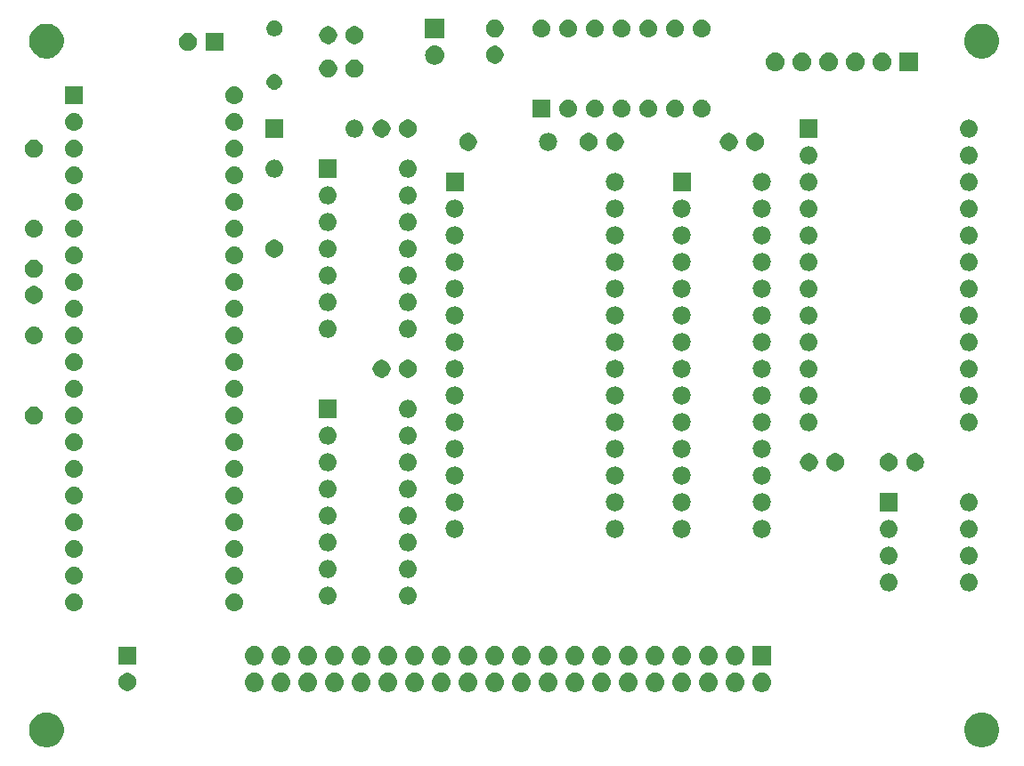
<source format=gts>
G04 #@! TF.GenerationSoftware,KiCad,Pcbnew,(5.1.2-1)-1*
G04 #@! TF.CreationDate,2019-12-02T22:12:43-08:00*
G04 #@! TF.ProjectId,sbc6802,73626336-3830-4322-9e6b-696361645f70,2.0*
G04 #@! TF.SameCoordinates,Original*
G04 #@! TF.FileFunction,Soldermask,Top*
G04 #@! TF.FilePolarity,Negative*
%FSLAX46Y46*%
G04 Gerber Fmt 4.6, Leading zero omitted, Abs format (unit mm)*
G04 Created by KiCad (PCBNEW (5.1.2-1)-1) date 2019-12-02 22:12:43*
%MOMM*%
%LPD*%
G04 APERTURE LIST*
%ADD10C,0.100000*%
G04 APERTURE END LIST*
D10*
G36*
X199075256Y-131186298D02*
G01*
X199181579Y-131207447D01*
X199482042Y-131331903D01*
X199752451Y-131512585D01*
X199982415Y-131742549D01*
X200163097Y-132012958D01*
X200287553Y-132313421D01*
X200351000Y-132632391D01*
X200351000Y-132957609D01*
X200287553Y-133276579D01*
X200163097Y-133577042D01*
X199982415Y-133847451D01*
X199752451Y-134077415D01*
X199482042Y-134258097D01*
X199181579Y-134382553D01*
X199075256Y-134403702D01*
X198862611Y-134446000D01*
X198537389Y-134446000D01*
X198324744Y-134403702D01*
X198218421Y-134382553D01*
X197917958Y-134258097D01*
X197647549Y-134077415D01*
X197417585Y-133847451D01*
X197236903Y-133577042D01*
X197112447Y-133276579D01*
X197049000Y-132957609D01*
X197049000Y-132632391D01*
X197112447Y-132313421D01*
X197236903Y-132012958D01*
X197417585Y-131742549D01*
X197647549Y-131512585D01*
X197917958Y-131331903D01*
X198218421Y-131207447D01*
X198324744Y-131186298D01*
X198537389Y-131144000D01*
X198862611Y-131144000D01*
X199075256Y-131186298D01*
X199075256Y-131186298D01*
G37*
G36*
X110150256Y-131186298D02*
G01*
X110256579Y-131207447D01*
X110557042Y-131331903D01*
X110827451Y-131512585D01*
X111057415Y-131742549D01*
X111238097Y-132012958D01*
X111362553Y-132313421D01*
X111426000Y-132632391D01*
X111426000Y-132957609D01*
X111362553Y-133276579D01*
X111238097Y-133577042D01*
X111057415Y-133847451D01*
X110827451Y-134077415D01*
X110557042Y-134258097D01*
X110256579Y-134382553D01*
X110150256Y-134403702D01*
X109937611Y-134446000D01*
X109612389Y-134446000D01*
X109399744Y-134403702D01*
X109293421Y-134382553D01*
X108992958Y-134258097D01*
X108722549Y-134077415D01*
X108492585Y-133847451D01*
X108311903Y-133577042D01*
X108187447Y-133276579D01*
X108124000Y-132957609D01*
X108124000Y-132632391D01*
X108187447Y-132313421D01*
X108311903Y-132012958D01*
X108492585Y-131742549D01*
X108722549Y-131512585D01*
X108992958Y-131331903D01*
X109293421Y-131207447D01*
X109399744Y-131186298D01*
X109612389Y-131144000D01*
X109937611Y-131144000D01*
X110150256Y-131186298D01*
X110150256Y-131186298D01*
G37*
G36*
X172830442Y-127375518D02*
G01*
X172896627Y-127382037D01*
X173066466Y-127433557D01*
X173222991Y-127517222D01*
X173258729Y-127546552D01*
X173360186Y-127629814D01*
X173407543Y-127687520D01*
X173472778Y-127767009D01*
X173556443Y-127923534D01*
X173607963Y-128093373D01*
X173625359Y-128270000D01*
X173607963Y-128446627D01*
X173556443Y-128616466D01*
X173556442Y-128616468D01*
X173547552Y-128633100D01*
X173472778Y-128772991D01*
X173443448Y-128808729D01*
X173360186Y-128910186D01*
X173258729Y-128993448D01*
X173222991Y-129022778D01*
X173066466Y-129106443D01*
X172896627Y-129157963D01*
X172830442Y-129164482D01*
X172764260Y-129171000D01*
X172675740Y-129171000D01*
X172609558Y-129164482D01*
X172543373Y-129157963D01*
X172373534Y-129106443D01*
X172217009Y-129022778D01*
X172181271Y-128993448D01*
X172079814Y-128910186D01*
X171996552Y-128808729D01*
X171967222Y-128772991D01*
X171892448Y-128633100D01*
X171883558Y-128616468D01*
X171883557Y-128616466D01*
X171832037Y-128446627D01*
X171814641Y-128270000D01*
X171832037Y-128093373D01*
X171883557Y-127923534D01*
X171967222Y-127767009D01*
X172032457Y-127687520D01*
X172079814Y-127629814D01*
X172181271Y-127546552D01*
X172217009Y-127517222D01*
X172373534Y-127433557D01*
X172543373Y-127382037D01*
X172609558Y-127375518D01*
X172675740Y-127369000D01*
X172764260Y-127369000D01*
X172830442Y-127375518D01*
X172830442Y-127375518D01*
G37*
G36*
X170290442Y-127375518D02*
G01*
X170356627Y-127382037D01*
X170526466Y-127433557D01*
X170682991Y-127517222D01*
X170718729Y-127546552D01*
X170820186Y-127629814D01*
X170867543Y-127687520D01*
X170932778Y-127767009D01*
X171016443Y-127923534D01*
X171067963Y-128093373D01*
X171085359Y-128270000D01*
X171067963Y-128446627D01*
X171016443Y-128616466D01*
X171016442Y-128616468D01*
X171007552Y-128633100D01*
X170932778Y-128772991D01*
X170903448Y-128808729D01*
X170820186Y-128910186D01*
X170718729Y-128993448D01*
X170682991Y-129022778D01*
X170526466Y-129106443D01*
X170356627Y-129157963D01*
X170290442Y-129164482D01*
X170224260Y-129171000D01*
X170135740Y-129171000D01*
X170069558Y-129164482D01*
X170003373Y-129157963D01*
X169833534Y-129106443D01*
X169677009Y-129022778D01*
X169641271Y-128993448D01*
X169539814Y-128910186D01*
X169456552Y-128808729D01*
X169427222Y-128772991D01*
X169352448Y-128633100D01*
X169343558Y-128616468D01*
X169343557Y-128616466D01*
X169292037Y-128446627D01*
X169274641Y-128270000D01*
X169292037Y-128093373D01*
X169343557Y-127923534D01*
X169427222Y-127767009D01*
X169492457Y-127687520D01*
X169539814Y-127629814D01*
X169641271Y-127546552D01*
X169677009Y-127517222D01*
X169833534Y-127433557D01*
X170003373Y-127382037D01*
X170069558Y-127375518D01*
X170135740Y-127369000D01*
X170224260Y-127369000D01*
X170290442Y-127375518D01*
X170290442Y-127375518D01*
G37*
G36*
X167750442Y-127375518D02*
G01*
X167816627Y-127382037D01*
X167986466Y-127433557D01*
X168142991Y-127517222D01*
X168178729Y-127546552D01*
X168280186Y-127629814D01*
X168327543Y-127687520D01*
X168392778Y-127767009D01*
X168476443Y-127923534D01*
X168527963Y-128093373D01*
X168545359Y-128270000D01*
X168527963Y-128446627D01*
X168476443Y-128616466D01*
X168476442Y-128616468D01*
X168467552Y-128633100D01*
X168392778Y-128772991D01*
X168363448Y-128808729D01*
X168280186Y-128910186D01*
X168178729Y-128993448D01*
X168142991Y-129022778D01*
X167986466Y-129106443D01*
X167816627Y-129157963D01*
X167750442Y-129164482D01*
X167684260Y-129171000D01*
X167595740Y-129171000D01*
X167529558Y-129164482D01*
X167463373Y-129157963D01*
X167293534Y-129106443D01*
X167137009Y-129022778D01*
X167101271Y-128993448D01*
X166999814Y-128910186D01*
X166916552Y-128808729D01*
X166887222Y-128772991D01*
X166812448Y-128633100D01*
X166803558Y-128616468D01*
X166803557Y-128616466D01*
X166752037Y-128446627D01*
X166734641Y-128270000D01*
X166752037Y-128093373D01*
X166803557Y-127923534D01*
X166887222Y-127767009D01*
X166952457Y-127687520D01*
X166999814Y-127629814D01*
X167101271Y-127546552D01*
X167137009Y-127517222D01*
X167293534Y-127433557D01*
X167463373Y-127382037D01*
X167529558Y-127375518D01*
X167595740Y-127369000D01*
X167684260Y-127369000D01*
X167750442Y-127375518D01*
X167750442Y-127375518D01*
G37*
G36*
X165210442Y-127375518D02*
G01*
X165276627Y-127382037D01*
X165446466Y-127433557D01*
X165602991Y-127517222D01*
X165638729Y-127546552D01*
X165740186Y-127629814D01*
X165787543Y-127687520D01*
X165852778Y-127767009D01*
X165936443Y-127923534D01*
X165987963Y-128093373D01*
X166005359Y-128270000D01*
X165987963Y-128446627D01*
X165936443Y-128616466D01*
X165936442Y-128616468D01*
X165927552Y-128633100D01*
X165852778Y-128772991D01*
X165823448Y-128808729D01*
X165740186Y-128910186D01*
X165638729Y-128993448D01*
X165602991Y-129022778D01*
X165446466Y-129106443D01*
X165276627Y-129157963D01*
X165210442Y-129164482D01*
X165144260Y-129171000D01*
X165055740Y-129171000D01*
X164989558Y-129164482D01*
X164923373Y-129157963D01*
X164753534Y-129106443D01*
X164597009Y-129022778D01*
X164561271Y-128993448D01*
X164459814Y-128910186D01*
X164376552Y-128808729D01*
X164347222Y-128772991D01*
X164272448Y-128633100D01*
X164263558Y-128616468D01*
X164263557Y-128616466D01*
X164212037Y-128446627D01*
X164194641Y-128270000D01*
X164212037Y-128093373D01*
X164263557Y-127923534D01*
X164347222Y-127767009D01*
X164412457Y-127687520D01*
X164459814Y-127629814D01*
X164561271Y-127546552D01*
X164597009Y-127517222D01*
X164753534Y-127433557D01*
X164923373Y-127382037D01*
X164989558Y-127375518D01*
X165055740Y-127369000D01*
X165144260Y-127369000D01*
X165210442Y-127375518D01*
X165210442Y-127375518D01*
G37*
G36*
X162670442Y-127375518D02*
G01*
X162736627Y-127382037D01*
X162906466Y-127433557D01*
X163062991Y-127517222D01*
X163098729Y-127546552D01*
X163200186Y-127629814D01*
X163247543Y-127687520D01*
X163312778Y-127767009D01*
X163396443Y-127923534D01*
X163447963Y-128093373D01*
X163465359Y-128270000D01*
X163447963Y-128446627D01*
X163396443Y-128616466D01*
X163396442Y-128616468D01*
X163387552Y-128633100D01*
X163312778Y-128772991D01*
X163283448Y-128808729D01*
X163200186Y-128910186D01*
X163098729Y-128993448D01*
X163062991Y-129022778D01*
X162906466Y-129106443D01*
X162736627Y-129157963D01*
X162670442Y-129164482D01*
X162604260Y-129171000D01*
X162515740Y-129171000D01*
X162449558Y-129164482D01*
X162383373Y-129157963D01*
X162213534Y-129106443D01*
X162057009Y-129022778D01*
X162021271Y-128993448D01*
X161919814Y-128910186D01*
X161836552Y-128808729D01*
X161807222Y-128772991D01*
X161732448Y-128633100D01*
X161723558Y-128616468D01*
X161723557Y-128616466D01*
X161672037Y-128446627D01*
X161654641Y-128270000D01*
X161672037Y-128093373D01*
X161723557Y-127923534D01*
X161807222Y-127767009D01*
X161872457Y-127687520D01*
X161919814Y-127629814D01*
X162021271Y-127546552D01*
X162057009Y-127517222D01*
X162213534Y-127433557D01*
X162383373Y-127382037D01*
X162449558Y-127375518D01*
X162515740Y-127369000D01*
X162604260Y-127369000D01*
X162670442Y-127375518D01*
X162670442Y-127375518D01*
G37*
G36*
X160130442Y-127375518D02*
G01*
X160196627Y-127382037D01*
X160366466Y-127433557D01*
X160522991Y-127517222D01*
X160558729Y-127546552D01*
X160660186Y-127629814D01*
X160707543Y-127687520D01*
X160772778Y-127767009D01*
X160856443Y-127923534D01*
X160907963Y-128093373D01*
X160925359Y-128270000D01*
X160907963Y-128446627D01*
X160856443Y-128616466D01*
X160856442Y-128616468D01*
X160847552Y-128633100D01*
X160772778Y-128772991D01*
X160743448Y-128808729D01*
X160660186Y-128910186D01*
X160558729Y-128993448D01*
X160522991Y-129022778D01*
X160366466Y-129106443D01*
X160196627Y-129157963D01*
X160130442Y-129164482D01*
X160064260Y-129171000D01*
X159975740Y-129171000D01*
X159909558Y-129164482D01*
X159843373Y-129157963D01*
X159673534Y-129106443D01*
X159517009Y-129022778D01*
X159481271Y-128993448D01*
X159379814Y-128910186D01*
X159296552Y-128808729D01*
X159267222Y-128772991D01*
X159192448Y-128633100D01*
X159183558Y-128616468D01*
X159183557Y-128616466D01*
X159132037Y-128446627D01*
X159114641Y-128270000D01*
X159132037Y-128093373D01*
X159183557Y-127923534D01*
X159267222Y-127767009D01*
X159332457Y-127687520D01*
X159379814Y-127629814D01*
X159481271Y-127546552D01*
X159517009Y-127517222D01*
X159673534Y-127433557D01*
X159843373Y-127382037D01*
X159909558Y-127375518D01*
X159975740Y-127369000D01*
X160064260Y-127369000D01*
X160130442Y-127375518D01*
X160130442Y-127375518D01*
G37*
G36*
X157590442Y-127375518D02*
G01*
X157656627Y-127382037D01*
X157826466Y-127433557D01*
X157982991Y-127517222D01*
X158018729Y-127546552D01*
X158120186Y-127629814D01*
X158167543Y-127687520D01*
X158232778Y-127767009D01*
X158316443Y-127923534D01*
X158367963Y-128093373D01*
X158385359Y-128270000D01*
X158367963Y-128446627D01*
X158316443Y-128616466D01*
X158316442Y-128616468D01*
X158307552Y-128633100D01*
X158232778Y-128772991D01*
X158203448Y-128808729D01*
X158120186Y-128910186D01*
X158018729Y-128993448D01*
X157982991Y-129022778D01*
X157826466Y-129106443D01*
X157656627Y-129157963D01*
X157590442Y-129164482D01*
X157524260Y-129171000D01*
X157435740Y-129171000D01*
X157369558Y-129164482D01*
X157303373Y-129157963D01*
X157133534Y-129106443D01*
X156977009Y-129022778D01*
X156941271Y-128993448D01*
X156839814Y-128910186D01*
X156756552Y-128808729D01*
X156727222Y-128772991D01*
X156652448Y-128633100D01*
X156643558Y-128616468D01*
X156643557Y-128616466D01*
X156592037Y-128446627D01*
X156574641Y-128270000D01*
X156592037Y-128093373D01*
X156643557Y-127923534D01*
X156727222Y-127767009D01*
X156792457Y-127687520D01*
X156839814Y-127629814D01*
X156941271Y-127546552D01*
X156977009Y-127517222D01*
X157133534Y-127433557D01*
X157303373Y-127382037D01*
X157369558Y-127375518D01*
X157435740Y-127369000D01*
X157524260Y-127369000D01*
X157590442Y-127375518D01*
X157590442Y-127375518D01*
G37*
G36*
X155050442Y-127375518D02*
G01*
X155116627Y-127382037D01*
X155286466Y-127433557D01*
X155442991Y-127517222D01*
X155478729Y-127546552D01*
X155580186Y-127629814D01*
X155627543Y-127687520D01*
X155692778Y-127767009D01*
X155776443Y-127923534D01*
X155827963Y-128093373D01*
X155845359Y-128270000D01*
X155827963Y-128446627D01*
X155776443Y-128616466D01*
X155776442Y-128616468D01*
X155767552Y-128633100D01*
X155692778Y-128772991D01*
X155663448Y-128808729D01*
X155580186Y-128910186D01*
X155478729Y-128993448D01*
X155442991Y-129022778D01*
X155286466Y-129106443D01*
X155116627Y-129157963D01*
X155050442Y-129164482D01*
X154984260Y-129171000D01*
X154895740Y-129171000D01*
X154829558Y-129164482D01*
X154763373Y-129157963D01*
X154593534Y-129106443D01*
X154437009Y-129022778D01*
X154401271Y-128993448D01*
X154299814Y-128910186D01*
X154216552Y-128808729D01*
X154187222Y-128772991D01*
X154112448Y-128633100D01*
X154103558Y-128616468D01*
X154103557Y-128616466D01*
X154052037Y-128446627D01*
X154034641Y-128270000D01*
X154052037Y-128093373D01*
X154103557Y-127923534D01*
X154187222Y-127767009D01*
X154252457Y-127687520D01*
X154299814Y-127629814D01*
X154401271Y-127546552D01*
X154437009Y-127517222D01*
X154593534Y-127433557D01*
X154763373Y-127382037D01*
X154829558Y-127375518D01*
X154895740Y-127369000D01*
X154984260Y-127369000D01*
X155050442Y-127375518D01*
X155050442Y-127375518D01*
G37*
G36*
X152510442Y-127375518D02*
G01*
X152576627Y-127382037D01*
X152746466Y-127433557D01*
X152902991Y-127517222D01*
X152938729Y-127546552D01*
X153040186Y-127629814D01*
X153087543Y-127687520D01*
X153152778Y-127767009D01*
X153236443Y-127923534D01*
X153287963Y-128093373D01*
X153305359Y-128270000D01*
X153287963Y-128446627D01*
X153236443Y-128616466D01*
X153236442Y-128616468D01*
X153227552Y-128633100D01*
X153152778Y-128772991D01*
X153123448Y-128808729D01*
X153040186Y-128910186D01*
X152938729Y-128993448D01*
X152902991Y-129022778D01*
X152746466Y-129106443D01*
X152576627Y-129157963D01*
X152510442Y-129164482D01*
X152444260Y-129171000D01*
X152355740Y-129171000D01*
X152289558Y-129164482D01*
X152223373Y-129157963D01*
X152053534Y-129106443D01*
X151897009Y-129022778D01*
X151861271Y-128993448D01*
X151759814Y-128910186D01*
X151676552Y-128808729D01*
X151647222Y-128772991D01*
X151572448Y-128633100D01*
X151563558Y-128616468D01*
X151563557Y-128616466D01*
X151512037Y-128446627D01*
X151494641Y-128270000D01*
X151512037Y-128093373D01*
X151563557Y-127923534D01*
X151647222Y-127767009D01*
X151712457Y-127687520D01*
X151759814Y-127629814D01*
X151861271Y-127546552D01*
X151897009Y-127517222D01*
X152053534Y-127433557D01*
X152223373Y-127382037D01*
X152289558Y-127375518D01*
X152355740Y-127369000D01*
X152444260Y-127369000D01*
X152510442Y-127375518D01*
X152510442Y-127375518D01*
G37*
G36*
X149970442Y-127375518D02*
G01*
X150036627Y-127382037D01*
X150206466Y-127433557D01*
X150362991Y-127517222D01*
X150398729Y-127546552D01*
X150500186Y-127629814D01*
X150547543Y-127687520D01*
X150612778Y-127767009D01*
X150696443Y-127923534D01*
X150747963Y-128093373D01*
X150765359Y-128270000D01*
X150747963Y-128446627D01*
X150696443Y-128616466D01*
X150696442Y-128616468D01*
X150687552Y-128633100D01*
X150612778Y-128772991D01*
X150583448Y-128808729D01*
X150500186Y-128910186D01*
X150398729Y-128993448D01*
X150362991Y-129022778D01*
X150206466Y-129106443D01*
X150036627Y-129157963D01*
X149970442Y-129164482D01*
X149904260Y-129171000D01*
X149815740Y-129171000D01*
X149749558Y-129164482D01*
X149683373Y-129157963D01*
X149513534Y-129106443D01*
X149357009Y-129022778D01*
X149321271Y-128993448D01*
X149219814Y-128910186D01*
X149136552Y-128808729D01*
X149107222Y-128772991D01*
X149032448Y-128633100D01*
X149023558Y-128616468D01*
X149023557Y-128616466D01*
X148972037Y-128446627D01*
X148954641Y-128270000D01*
X148972037Y-128093373D01*
X149023557Y-127923534D01*
X149107222Y-127767009D01*
X149172457Y-127687520D01*
X149219814Y-127629814D01*
X149321271Y-127546552D01*
X149357009Y-127517222D01*
X149513534Y-127433557D01*
X149683373Y-127382037D01*
X149749558Y-127375518D01*
X149815740Y-127369000D01*
X149904260Y-127369000D01*
X149970442Y-127375518D01*
X149970442Y-127375518D01*
G37*
G36*
X147430442Y-127375518D02*
G01*
X147496627Y-127382037D01*
X147666466Y-127433557D01*
X147822991Y-127517222D01*
X147858729Y-127546552D01*
X147960186Y-127629814D01*
X148007543Y-127687520D01*
X148072778Y-127767009D01*
X148156443Y-127923534D01*
X148207963Y-128093373D01*
X148225359Y-128270000D01*
X148207963Y-128446627D01*
X148156443Y-128616466D01*
X148156442Y-128616468D01*
X148147552Y-128633100D01*
X148072778Y-128772991D01*
X148043448Y-128808729D01*
X147960186Y-128910186D01*
X147858729Y-128993448D01*
X147822991Y-129022778D01*
X147666466Y-129106443D01*
X147496627Y-129157963D01*
X147430442Y-129164482D01*
X147364260Y-129171000D01*
X147275740Y-129171000D01*
X147209558Y-129164482D01*
X147143373Y-129157963D01*
X146973534Y-129106443D01*
X146817009Y-129022778D01*
X146781271Y-128993448D01*
X146679814Y-128910186D01*
X146596552Y-128808729D01*
X146567222Y-128772991D01*
X146492448Y-128633100D01*
X146483558Y-128616468D01*
X146483557Y-128616466D01*
X146432037Y-128446627D01*
X146414641Y-128270000D01*
X146432037Y-128093373D01*
X146483557Y-127923534D01*
X146567222Y-127767009D01*
X146632457Y-127687520D01*
X146679814Y-127629814D01*
X146781271Y-127546552D01*
X146817009Y-127517222D01*
X146973534Y-127433557D01*
X147143373Y-127382037D01*
X147209558Y-127375518D01*
X147275740Y-127369000D01*
X147364260Y-127369000D01*
X147430442Y-127375518D01*
X147430442Y-127375518D01*
G37*
G36*
X144890442Y-127375518D02*
G01*
X144956627Y-127382037D01*
X145126466Y-127433557D01*
X145282991Y-127517222D01*
X145318729Y-127546552D01*
X145420186Y-127629814D01*
X145467543Y-127687520D01*
X145532778Y-127767009D01*
X145616443Y-127923534D01*
X145667963Y-128093373D01*
X145685359Y-128270000D01*
X145667963Y-128446627D01*
X145616443Y-128616466D01*
X145616442Y-128616468D01*
X145607552Y-128633100D01*
X145532778Y-128772991D01*
X145503448Y-128808729D01*
X145420186Y-128910186D01*
X145318729Y-128993448D01*
X145282991Y-129022778D01*
X145126466Y-129106443D01*
X144956627Y-129157963D01*
X144890442Y-129164482D01*
X144824260Y-129171000D01*
X144735740Y-129171000D01*
X144669558Y-129164482D01*
X144603373Y-129157963D01*
X144433534Y-129106443D01*
X144277009Y-129022778D01*
X144241271Y-128993448D01*
X144139814Y-128910186D01*
X144056552Y-128808729D01*
X144027222Y-128772991D01*
X143952448Y-128633100D01*
X143943558Y-128616468D01*
X143943557Y-128616466D01*
X143892037Y-128446627D01*
X143874641Y-128270000D01*
X143892037Y-128093373D01*
X143943557Y-127923534D01*
X144027222Y-127767009D01*
X144092457Y-127687520D01*
X144139814Y-127629814D01*
X144241271Y-127546552D01*
X144277009Y-127517222D01*
X144433534Y-127433557D01*
X144603373Y-127382037D01*
X144669558Y-127375518D01*
X144735740Y-127369000D01*
X144824260Y-127369000D01*
X144890442Y-127375518D01*
X144890442Y-127375518D01*
G37*
G36*
X142350442Y-127375518D02*
G01*
X142416627Y-127382037D01*
X142586466Y-127433557D01*
X142742991Y-127517222D01*
X142778729Y-127546552D01*
X142880186Y-127629814D01*
X142927543Y-127687520D01*
X142992778Y-127767009D01*
X143076443Y-127923534D01*
X143127963Y-128093373D01*
X143145359Y-128270000D01*
X143127963Y-128446627D01*
X143076443Y-128616466D01*
X143076442Y-128616468D01*
X143067552Y-128633100D01*
X142992778Y-128772991D01*
X142963448Y-128808729D01*
X142880186Y-128910186D01*
X142778729Y-128993448D01*
X142742991Y-129022778D01*
X142586466Y-129106443D01*
X142416627Y-129157963D01*
X142350442Y-129164482D01*
X142284260Y-129171000D01*
X142195740Y-129171000D01*
X142129558Y-129164482D01*
X142063373Y-129157963D01*
X141893534Y-129106443D01*
X141737009Y-129022778D01*
X141701271Y-128993448D01*
X141599814Y-128910186D01*
X141516552Y-128808729D01*
X141487222Y-128772991D01*
X141412448Y-128633100D01*
X141403558Y-128616468D01*
X141403557Y-128616466D01*
X141352037Y-128446627D01*
X141334641Y-128270000D01*
X141352037Y-128093373D01*
X141403557Y-127923534D01*
X141487222Y-127767009D01*
X141552457Y-127687520D01*
X141599814Y-127629814D01*
X141701271Y-127546552D01*
X141737009Y-127517222D01*
X141893534Y-127433557D01*
X142063373Y-127382037D01*
X142129558Y-127375518D01*
X142195740Y-127369000D01*
X142284260Y-127369000D01*
X142350442Y-127375518D01*
X142350442Y-127375518D01*
G37*
G36*
X139810442Y-127375518D02*
G01*
X139876627Y-127382037D01*
X140046466Y-127433557D01*
X140202991Y-127517222D01*
X140238729Y-127546552D01*
X140340186Y-127629814D01*
X140387543Y-127687520D01*
X140452778Y-127767009D01*
X140536443Y-127923534D01*
X140587963Y-128093373D01*
X140605359Y-128270000D01*
X140587963Y-128446627D01*
X140536443Y-128616466D01*
X140536442Y-128616468D01*
X140527552Y-128633100D01*
X140452778Y-128772991D01*
X140423448Y-128808729D01*
X140340186Y-128910186D01*
X140238729Y-128993448D01*
X140202991Y-129022778D01*
X140046466Y-129106443D01*
X139876627Y-129157963D01*
X139810442Y-129164482D01*
X139744260Y-129171000D01*
X139655740Y-129171000D01*
X139589558Y-129164482D01*
X139523373Y-129157963D01*
X139353534Y-129106443D01*
X139197009Y-129022778D01*
X139161271Y-128993448D01*
X139059814Y-128910186D01*
X138976552Y-128808729D01*
X138947222Y-128772991D01*
X138872448Y-128633100D01*
X138863558Y-128616468D01*
X138863557Y-128616466D01*
X138812037Y-128446627D01*
X138794641Y-128270000D01*
X138812037Y-128093373D01*
X138863557Y-127923534D01*
X138947222Y-127767009D01*
X139012457Y-127687520D01*
X139059814Y-127629814D01*
X139161271Y-127546552D01*
X139197009Y-127517222D01*
X139353534Y-127433557D01*
X139523373Y-127382037D01*
X139589558Y-127375518D01*
X139655740Y-127369000D01*
X139744260Y-127369000D01*
X139810442Y-127375518D01*
X139810442Y-127375518D01*
G37*
G36*
X137270442Y-127375518D02*
G01*
X137336627Y-127382037D01*
X137506466Y-127433557D01*
X137662991Y-127517222D01*
X137698729Y-127546552D01*
X137800186Y-127629814D01*
X137847543Y-127687520D01*
X137912778Y-127767009D01*
X137996443Y-127923534D01*
X138047963Y-128093373D01*
X138065359Y-128270000D01*
X138047963Y-128446627D01*
X137996443Y-128616466D01*
X137996442Y-128616468D01*
X137987552Y-128633100D01*
X137912778Y-128772991D01*
X137883448Y-128808729D01*
X137800186Y-128910186D01*
X137698729Y-128993448D01*
X137662991Y-129022778D01*
X137506466Y-129106443D01*
X137336627Y-129157963D01*
X137270442Y-129164482D01*
X137204260Y-129171000D01*
X137115740Y-129171000D01*
X137049558Y-129164482D01*
X136983373Y-129157963D01*
X136813534Y-129106443D01*
X136657009Y-129022778D01*
X136621271Y-128993448D01*
X136519814Y-128910186D01*
X136436552Y-128808729D01*
X136407222Y-128772991D01*
X136332448Y-128633100D01*
X136323558Y-128616468D01*
X136323557Y-128616466D01*
X136272037Y-128446627D01*
X136254641Y-128270000D01*
X136272037Y-128093373D01*
X136323557Y-127923534D01*
X136407222Y-127767009D01*
X136472457Y-127687520D01*
X136519814Y-127629814D01*
X136621271Y-127546552D01*
X136657009Y-127517222D01*
X136813534Y-127433557D01*
X136983373Y-127382037D01*
X137049558Y-127375518D01*
X137115740Y-127369000D01*
X137204260Y-127369000D01*
X137270442Y-127375518D01*
X137270442Y-127375518D01*
G37*
G36*
X134730442Y-127375518D02*
G01*
X134796627Y-127382037D01*
X134966466Y-127433557D01*
X135122991Y-127517222D01*
X135158729Y-127546552D01*
X135260186Y-127629814D01*
X135307543Y-127687520D01*
X135372778Y-127767009D01*
X135456443Y-127923534D01*
X135507963Y-128093373D01*
X135525359Y-128270000D01*
X135507963Y-128446627D01*
X135456443Y-128616466D01*
X135456442Y-128616468D01*
X135447552Y-128633100D01*
X135372778Y-128772991D01*
X135343448Y-128808729D01*
X135260186Y-128910186D01*
X135158729Y-128993448D01*
X135122991Y-129022778D01*
X134966466Y-129106443D01*
X134796627Y-129157963D01*
X134730442Y-129164482D01*
X134664260Y-129171000D01*
X134575740Y-129171000D01*
X134509558Y-129164482D01*
X134443373Y-129157963D01*
X134273534Y-129106443D01*
X134117009Y-129022778D01*
X134081271Y-128993448D01*
X133979814Y-128910186D01*
X133896552Y-128808729D01*
X133867222Y-128772991D01*
X133792448Y-128633100D01*
X133783558Y-128616468D01*
X133783557Y-128616466D01*
X133732037Y-128446627D01*
X133714641Y-128270000D01*
X133732037Y-128093373D01*
X133783557Y-127923534D01*
X133867222Y-127767009D01*
X133932457Y-127687520D01*
X133979814Y-127629814D01*
X134081271Y-127546552D01*
X134117009Y-127517222D01*
X134273534Y-127433557D01*
X134443373Y-127382037D01*
X134509558Y-127375518D01*
X134575740Y-127369000D01*
X134664260Y-127369000D01*
X134730442Y-127375518D01*
X134730442Y-127375518D01*
G37*
G36*
X132190442Y-127375518D02*
G01*
X132256627Y-127382037D01*
X132426466Y-127433557D01*
X132582991Y-127517222D01*
X132618729Y-127546552D01*
X132720186Y-127629814D01*
X132767543Y-127687520D01*
X132832778Y-127767009D01*
X132916443Y-127923534D01*
X132967963Y-128093373D01*
X132985359Y-128270000D01*
X132967963Y-128446627D01*
X132916443Y-128616466D01*
X132916442Y-128616468D01*
X132907552Y-128633100D01*
X132832778Y-128772991D01*
X132803448Y-128808729D01*
X132720186Y-128910186D01*
X132618729Y-128993448D01*
X132582991Y-129022778D01*
X132426466Y-129106443D01*
X132256627Y-129157963D01*
X132190442Y-129164482D01*
X132124260Y-129171000D01*
X132035740Y-129171000D01*
X131969558Y-129164482D01*
X131903373Y-129157963D01*
X131733534Y-129106443D01*
X131577009Y-129022778D01*
X131541271Y-128993448D01*
X131439814Y-128910186D01*
X131356552Y-128808729D01*
X131327222Y-128772991D01*
X131252448Y-128633100D01*
X131243558Y-128616468D01*
X131243557Y-128616466D01*
X131192037Y-128446627D01*
X131174641Y-128270000D01*
X131192037Y-128093373D01*
X131243557Y-127923534D01*
X131327222Y-127767009D01*
X131392457Y-127687520D01*
X131439814Y-127629814D01*
X131541271Y-127546552D01*
X131577009Y-127517222D01*
X131733534Y-127433557D01*
X131903373Y-127382037D01*
X131969558Y-127375518D01*
X132035740Y-127369000D01*
X132124260Y-127369000D01*
X132190442Y-127375518D01*
X132190442Y-127375518D01*
G37*
G36*
X129650442Y-127375518D02*
G01*
X129716627Y-127382037D01*
X129886466Y-127433557D01*
X130042991Y-127517222D01*
X130078729Y-127546552D01*
X130180186Y-127629814D01*
X130227543Y-127687520D01*
X130292778Y-127767009D01*
X130376443Y-127923534D01*
X130427963Y-128093373D01*
X130445359Y-128270000D01*
X130427963Y-128446627D01*
X130376443Y-128616466D01*
X130376442Y-128616468D01*
X130367552Y-128633100D01*
X130292778Y-128772991D01*
X130263448Y-128808729D01*
X130180186Y-128910186D01*
X130078729Y-128993448D01*
X130042991Y-129022778D01*
X129886466Y-129106443D01*
X129716627Y-129157963D01*
X129650442Y-129164482D01*
X129584260Y-129171000D01*
X129495740Y-129171000D01*
X129429558Y-129164482D01*
X129363373Y-129157963D01*
X129193534Y-129106443D01*
X129037009Y-129022778D01*
X129001271Y-128993448D01*
X128899814Y-128910186D01*
X128816552Y-128808729D01*
X128787222Y-128772991D01*
X128712448Y-128633100D01*
X128703558Y-128616468D01*
X128703557Y-128616466D01*
X128652037Y-128446627D01*
X128634641Y-128270000D01*
X128652037Y-128093373D01*
X128703557Y-127923534D01*
X128787222Y-127767009D01*
X128852457Y-127687520D01*
X128899814Y-127629814D01*
X129001271Y-127546552D01*
X129037009Y-127517222D01*
X129193534Y-127433557D01*
X129363373Y-127382037D01*
X129429558Y-127375518D01*
X129495740Y-127369000D01*
X129584260Y-127369000D01*
X129650442Y-127375518D01*
X129650442Y-127375518D01*
G37*
G36*
X175370442Y-127375518D02*
G01*
X175436627Y-127382037D01*
X175606466Y-127433557D01*
X175762991Y-127517222D01*
X175798729Y-127546552D01*
X175900186Y-127629814D01*
X175947543Y-127687520D01*
X176012778Y-127767009D01*
X176096443Y-127923534D01*
X176147963Y-128093373D01*
X176165359Y-128270000D01*
X176147963Y-128446627D01*
X176096443Y-128616466D01*
X176096442Y-128616468D01*
X176087552Y-128633100D01*
X176012778Y-128772991D01*
X175983448Y-128808729D01*
X175900186Y-128910186D01*
X175798729Y-128993448D01*
X175762991Y-129022778D01*
X175606466Y-129106443D01*
X175436627Y-129157963D01*
X175370442Y-129164482D01*
X175304260Y-129171000D01*
X175215740Y-129171000D01*
X175149558Y-129164482D01*
X175083373Y-129157963D01*
X174913534Y-129106443D01*
X174757009Y-129022778D01*
X174721271Y-128993448D01*
X174619814Y-128910186D01*
X174536552Y-128808729D01*
X174507222Y-128772991D01*
X174432448Y-128633100D01*
X174423558Y-128616468D01*
X174423557Y-128616466D01*
X174372037Y-128446627D01*
X174354641Y-128270000D01*
X174372037Y-128093373D01*
X174423557Y-127923534D01*
X174507222Y-127767009D01*
X174572457Y-127687520D01*
X174619814Y-127629814D01*
X174721271Y-127546552D01*
X174757009Y-127517222D01*
X174913534Y-127433557D01*
X175083373Y-127382037D01*
X175149558Y-127375518D01*
X175215740Y-127369000D01*
X175304260Y-127369000D01*
X175370442Y-127375518D01*
X175370442Y-127375518D01*
G37*
G36*
X177910442Y-127375518D02*
G01*
X177976627Y-127382037D01*
X178146466Y-127433557D01*
X178302991Y-127517222D01*
X178338729Y-127546552D01*
X178440186Y-127629814D01*
X178487543Y-127687520D01*
X178552778Y-127767009D01*
X178636443Y-127923534D01*
X178687963Y-128093373D01*
X178705359Y-128270000D01*
X178687963Y-128446627D01*
X178636443Y-128616466D01*
X178636442Y-128616468D01*
X178627552Y-128633100D01*
X178552778Y-128772991D01*
X178523448Y-128808729D01*
X178440186Y-128910186D01*
X178338729Y-128993448D01*
X178302991Y-129022778D01*
X178146466Y-129106443D01*
X177976627Y-129157963D01*
X177910442Y-129164482D01*
X177844260Y-129171000D01*
X177755740Y-129171000D01*
X177689558Y-129164482D01*
X177623373Y-129157963D01*
X177453534Y-129106443D01*
X177297009Y-129022778D01*
X177261271Y-128993448D01*
X177159814Y-128910186D01*
X177076552Y-128808729D01*
X177047222Y-128772991D01*
X176972448Y-128633100D01*
X176963558Y-128616468D01*
X176963557Y-128616466D01*
X176912037Y-128446627D01*
X176894641Y-128270000D01*
X176912037Y-128093373D01*
X176963557Y-127923534D01*
X177047222Y-127767009D01*
X177112457Y-127687520D01*
X177159814Y-127629814D01*
X177261271Y-127546552D01*
X177297009Y-127517222D01*
X177453534Y-127433557D01*
X177623373Y-127382037D01*
X177689558Y-127375518D01*
X177755740Y-127369000D01*
X177844260Y-127369000D01*
X177910442Y-127375518D01*
X177910442Y-127375518D01*
G37*
G36*
X117723228Y-127411703D02*
G01*
X117878100Y-127475853D01*
X118017481Y-127568985D01*
X118136015Y-127687519D01*
X118229147Y-127826900D01*
X118293297Y-127981772D01*
X118326000Y-128146184D01*
X118326000Y-128313816D01*
X118293297Y-128478228D01*
X118229147Y-128633100D01*
X118136015Y-128772481D01*
X118017481Y-128891015D01*
X117878100Y-128984147D01*
X117723228Y-129048297D01*
X117558816Y-129081000D01*
X117391184Y-129081000D01*
X117226772Y-129048297D01*
X117071900Y-128984147D01*
X116932519Y-128891015D01*
X116813985Y-128772481D01*
X116720853Y-128633100D01*
X116656703Y-128478228D01*
X116624000Y-128313816D01*
X116624000Y-128146184D01*
X116656703Y-127981772D01*
X116720853Y-127826900D01*
X116813985Y-127687519D01*
X116932519Y-127568985D01*
X117071900Y-127475853D01*
X117226772Y-127411703D01*
X117391184Y-127379000D01*
X117558816Y-127379000D01*
X117723228Y-127411703D01*
X117723228Y-127411703D01*
G37*
G36*
X162670443Y-124835519D02*
G01*
X162736627Y-124842037D01*
X162906466Y-124893557D01*
X163062991Y-124977222D01*
X163098729Y-125006552D01*
X163200186Y-125089814D01*
X163283448Y-125191271D01*
X163312778Y-125227009D01*
X163396443Y-125383534D01*
X163447963Y-125553373D01*
X163465359Y-125730000D01*
X163447963Y-125906627D01*
X163396443Y-126076466D01*
X163312778Y-126232991D01*
X163283448Y-126268729D01*
X163200186Y-126370186D01*
X163098729Y-126453448D01*
X163062991Y-126482778D01*
X162906466Y-126566443D01*
X162736627Y-126617963D01*
X162670442Y-126624482D01*
X162604260Y-126631000D01*
X162515740Y-126631000D01*
X162449558Y-126624482D01*
X162383373Y-126617963D01*
X162213534Y-126566443D01*
X162057009Y-126482778D01*
X162021271Y-126453448D01*
X161919814Y-126370186D01*
X161836552Y-126268729D01*
X161807222Y-126232991D01*
X161723557Y-126076466D01*
X161672037Y-125906627D01*
X161654641Y-125730000D01*
X161672037Y-125553373D01*
X161723557Y-125383534D01*
X161807222Y-125227009D01*
X161836552Y-125191271D01*
X161919814Y-125089814D01*
X162021271Y-125006552D01*
X162057009Y-124977222D01*
X162213534Y-124893557D01*
X162383373Y-124842037D01*
X162449557Y-124835519D01*
X162515740Y-124829000D01*
X162604260Y-124829000D01*
X162670443Y-124835519D01*
X162670443Y-124835519D01*
G37*
G36*
X129650443Y-124835519D02*
G01*
X129716627Y-124842037D01*
X129886466Y-124893557D01*
X130042991Y-124977222D01*
X130078729Y-125006552D01*
X130180186Y-125089814D01*
X130263448Y-125191271D01*
X130292778Y-125227009D01*
X130376443Y-125383534D01*
X130427963Y-125553373D01*
X130445359Y-125730000D01*
X130427963Y-125906627D01*
X130376443Y-126076466D01*
X130292778Y-126232991D01*
X130263448Y-126268729D01*
X130180186Y-126370186D01*
X130078729Y-126453448D01*
X130042991Y-126482778D01*
X129886466Y-126566443D01*
X129716627Y-126617963D01*
X129650442Y-126624482D01*
X129584260Y-126631000D01*
X129495740Y-126631000D01*
X129429558Y-126624482D01*
X129363373Y-126617963D01*
X129193534Y-126566443D01*
X129037009Y-126482778D01*
X129001271Y-126453448D01*
X128899814Y-126370186D01*
X128816552Y-126268729D01*
X128787222Y-126232991D01*
X128703557Y-126076466D01*
X128652037Y-125906627D01*
X128634641Y-125730000D01*
X128652037Y-125553373D01*
X128703557Y-125383534D01*
X128787222Y-125227009D01*
X128816552Y-125191271D01*
X128899814Y-125089814D01*
X129001271Y-125006552D01*
X129037009Y-124977222D01*
X129193534Y-124893557D01*
X129363373Y-124842037D01*
X129429557Y-124835519D01*
X129495740Y-124829000D01*
X129584260Y-124829000D01*
X129650443Y-124835519D01*
X129650443Y-124835519D01*
G37*
G36*
X132190443Y-124835519D02*
G01*
X132256627Y-124842037D01*
X132426466Y-124893557D01*
X132582991Y-124977222D01*
X132618729Y-125006552D01*
X132720186Y-125089814D01*
X132803448Y-125191271D01*
X132832778Y-125227009D01*
X132916443Y-125383534D01*
X132967963Y-125553373D01*
X132985359Y-125730000D01*
X132967963Y-125906627D01*
X132916443Y-126076466D01*
X132832778Y-126232991D01*
X132803448Y-126268729D01*
X132720186Y-126370186D01*
X132618729Y-126453448D01*
X132582991Y-126482778D01*
X132426466Y-126566443D01*
X132256627Y-126617963D01*
X132190442Y-126624482D01*
X132124260Y-126631000D01*
X132035740Y-126631000D01*
X131969558Y-126624482D01*
X131903373Y-126617963D01*
X131733534Y-126566443D01*
X131577009Y-126482778D01*
X131541271Y-126453448D01*
X131439814Y-126370186D01*
X131356552Y-126268729D01*
X131327222Y-126232991D01*
X131243557Y-126076466D01*
X131192037Y-125906627D01*
X131174641Y-125730000D01*
X131192037Y-125553373D01*
X131243557Y-125383534D01*
X131327222Y-125227009D01*
X131356552Y-125191271D01*
X131439814Y-125089814D01*
X131541271Y-125006552D01*
X131577009Y-124977222D01*
X131733534Y-124893557D01*
X131903373Y-124842037D01*
X131969557Y-124835519D01*
X132035740Y-124829000D01*
X132124260Y-124829000D01*
X132190443Y-124835519D01*
X132190443Y-124835519D01*
G37*
G36*
X137270443Y-124835519D02*
G01*
X137336627Y-124842037D01*
X137506466Y-124893557D01*
X137662991Y-124977222D01*
X137698729Y-125006552D01*
X137800186Y-125089814D01*
X137883448Y-125191271D01*
X137912778Y-125227009D01*
X137996443Y-125383534D01*
X138047963Y-125553373D01*
X138065359Y-125730000D01*
X138047963Y-125906627D01*
X137996443Y-126076466D01*
X137912778Y-126232991D01*
X137883448Y-126268729D01*
X137800186Y-126370186D01*
X137698729Y-126453448D01*
X137662991Y-126482778D01*
X137506466Y-126566443D01*
X137336627Y-126617963D01*
X137270442Y-126624482D01*
X137204260Y-126631000D01*
X137115740Y-126631000D01*
X137049558Y-126624482D01*
X136983373Y-126617963D01*
X136813534Y-126566443D01*
X136657009Y-126482778D01*
X136621271Y-126453448D01*
X136519814Y-126370186D01*
X136436552Y-126268729D01*
X136407222Y-126232991D01*
X136323557Y-126076466D01*
X136272037Y-125906627D01*
X136254641Y-125730000D01*
X136272037Y-125553373D01*
X136323557Y-125383534D01*
X136407222Y-125227009D01*
X136436552Y-125191271D01*
X136519814Y-125089814D01*
X136621271Y-125006552D01*
X136657009Y-124977222D01*
X136813534Y-124893557D01*
X136983373Y-124842037D01*
X137049557Y-124835519D01*
X137115740Y-124829000D01*
X137204260Y-124829000D01*
X137270443Y-124835519D01*
X137270443Y-124835519D01*
G37*
G36*
X134730443Y-124835519D02*
G01*
X134796627Y-124842037D01*
X134966466Y-124893557D01*
X135122991Y-124977222D01*
X135158729Y-125006552D01*
X135260186Y-125089814D01*
X135343448Y-125191271D01*
X135372778Y-125227009D01*
X135456443Y-125383534D01*
X135507963Y-125553373D01*
X135525359Y-125730000D01*
X135507963Y-125906627D01*
X135456443Y-126076466D01*
X135372778Y-126232991D01*
X135343448Y-126268729D01*
X135260186Y-126370186D01*
X135158729Y-126453448D01*
X135122991Y-126482778D01*
X134966466Y-126566443D01*
X134796627Y-126617963D01*
X134730442Y-126624482D01*
X134664260Y-126631000D01*
X134575740Y-126631000D01*
X134509558Y-126624482D01*
X134443373Y-126617963D01*
X134273534Y-126566443D01*
X134117009Y-126482778D01*
X134081271Y-126453448D01*
X133979814Y-126370186D01*
X133896552Y-126268729D01*
X133867222Y-126232991D01*
X133783557Y-126076466D01*
X133732037Y-125906627D01*
X133714641Y-125730000D01*
X133732037Y-125553373D01*
X133783557Y-125383534D01*
X133867222Y-125227009D01*
X133896552Y-125191271D01*
X133979814Y-125089814D01*
X134081271Y-125006552D01*
X134117009Y-124977222D01*
X134273534Y-124893557D01*
X134443373Y-124842037D01*
X134509557Y-124835519D01*
X134575740Y-124829000D01*
X134664260Y-124829000D01*
X134730443Y-124835519D01*
X134730443Y-124835519D01*
G37*
G36*
X155050443Y-124835519D02*
G01*
X155116627Y-124842037D01*
X155286466Y-124893557D01*
X155442991Y-124977222D01*
X155478729Y-125006552D01*
X155580186Y-125089814D01*
X155663448Y-125191271D01*
X155692778Y-125227009D01*
X155776443Y-125383534D01*
X155827963Y-125553373D01*
X155845359Y-125730000D01*
X155827963Y-125906627D01*
X155776443Y-126076466D01*
X155692778Y-126232991D01*
X155663448Y-126268729D01*
X155580186Y-126370186D01*
X155478729Y-126453448D01*
X155442991Y-126482778D01*
X155286466Y-126566443D01*
X155116627Y-126617963D01*
X155050442Y-126624482D01*
X154984260Y-126631000D01*
X154895740Y-126631000D01*
X154829558Y-126624482D01*
X154763373Y-126617963D01*
X154593534Y-126566443D01*
X154437009Y-126482778D01*
X154401271Y-126453448D01*
X154299814Y-126370186D01*
X154216552Y-126268729D01*
X154187222Y-126232991D01*
X154103557Y-126076466D01*
X154052037Y-125906627D01*
X154034641Y-125730000D01*
X154052037Y-125553373D01*
X154103557Y-125383534D01*
X154187222Y-125227009D01*
X154216552Y-125191271D01*
X154299814Y-125089814D01*
X154401271Y-125006552D01*
X154437009Y-124977222D01*
X154593534Y-124893557D01*
X154763373Y-124842037D01*
X154829557Y-124835519D01*
X154895740Y-124829000D01*
X154984260Y-124829000D01*
X155050443Y-124835519D01*
X155050443Y-124835519D01*
G37*
G36*
X178701000Y-126631000D02*
G01*
X176899000Y-126631000D01*
X176899000Y-124829000D01*
X178701000Y-124829000D01*
X178701000Y-126631000D01*
X178701000Y-126631000D01*
G37*
G36*
X175370443Y-124835519D02*
G01*
X175436627Y-124842037D01*
X175606466Y-124893557D01*
X175762991Y-124977222D01*
X175798729Y-125006552D01*
X175900186Y-125089814D01*
X175983448Y-125191271D01*
X176012778Y-125227009D01*
X176096443Y-125383534D01*
X176147963Y-125553373D01*
X176165359Y-125730000D01*
X176147963Y-125906627D01*
X176096443Y-126076466D01*
X176012778Y-126232991D01*
X175983448Y-126268729D01*
X175900186Y-126370186D01*
X175798729Y-126453448D01*
X175762991Y-126482778D01*
X175606466Y-126566443D01*
X175436627Y-126617963D01*
X175370442Y-126624482D01*
X175304260Y-126631000D01*
X175215740Y-126631000D01*
X175149558Y-126624482D01*
X175083373Y-126617963D01*
X174913534Y-126566443D01*
X174757009Y-126482778D01*
X174721271Y-126453448D01*
X174619814Y-126370186D01*
X174536552Y-126268729D01*
X174507222Y-126232991D01*
X174423557Y-126076466D01*
X174372037Y-125906627D01*
X174354641Y-125730000D01*
X174372037Y-125553373D01*
X174423557Y-125383534D01*
X174507222Y-125227009D01*
X174536552Y-125191271D01*
X174619814Y-125089814D01*
X174721271Y-125006552D01*
X174757009Y-124977222D01*
X174913534Y-124893557D01*
X175083373Y-124842037D01*
X175149557Y-124835519D01*
X175215740Y-124829000D01*
X175304260Y-124829000D01*
X175370443Y-124835519D01*
X175370443Y-124835519D01*
G37*
G36*
X172830443Y-124835519D02*
G01*
X172896627Y-124842037D01*
X173066466Y-124893557D01*
X173222991Y-124977222D01*
X173258729Y-125006552D01*
X173360186Y-125089814D01*
X173443448Y-125191271D01*
X173472778Y-125227009D01*
X173556443Y-125383534D01*
X173607963Y-125553373D01*
X173625359Y-125730000D01*
X173607963Y-125906627D01*
X173556443Y-126076466D01*
X173472778Y-126232991D01*
X173443448Y-126268729D01*
X173360186Y-126370186D01*
X173258729Y-126453448D01*
X173222991Y-126482778D01*
X173066466Y-126566443D01*
X172896627Y-126617963D01*
X172830442Y-126624482D01*
X172764260Y-126631000D01*
X172675740Y-126631000D01*
X172609558Y-126624482D01*
X172543373Y-126617963D01*
X172373534Y-126566443D01*
X172217009Y-126482778D01*
X172181271Y-126453448D01*
X172079814Y-126370186D01*
X171996552Y-126268729D01*
X171967222Y-126232991D01*
X171883557Y-126076466D01*
X171832037Y-125906627D01*
X171814641Y-125730000D01*
X171832037Y-125553373D01*
X171883557Y-125383534D01*
X171967222Y-125227009D01*
X171996552Y-125191271D01*
X172079814Y-125089814D01*
X172181271Y-125006552D01*
X172217009Y-124977222D01*
X172373534Y-124893557D01*
X172543373Y-124842037D01*
X172609557Y-124835519D01*
X172675740Y-124829000D01*
X172764260Y-124829000D01*
X172830443Y-124835519D01*
X172830443Y-124835519D01*
G37*
G36*
X170290443Y-124835519D02*
G01*
X170356627Y-124842037D01*
X170526466Y-124893557D01*
X170682991Y-124977222D01*
X170718729Y-125006552D01*
X170820186Y-125089814D01*
X170903448Y-125191271D01*
X170932778Y-125227009D01*
X171016443Y-125383534D01*
X171067963Y-125553373D01*
X171085359Y-125730000D01*
X171067963Y-125906627D01*
X171016443Y-126076466D01*
X170932778Y-126232991D01*
X170903448Y-126268729D01*
X170820186Y-126370186D01*
X170718729Y-126453448D01*
X170682991Y-126482778D01*
X170526466Y-126566443D01*
X170356627Y-126617963D01*
X170290442Y-126624482D01*
X170224260Y-126631000D01*
X170135740Y-126631000D01*
X170069558Y-126624482D01*
X170003373Y-126617963D01*
X169833534Y-126566443D01*
X169677009Y-126482778D01*
X169641271Y-126453448D01*
X169539814Y-126370186D01*
X169456552Y-126268729D01*
X169427222Y-126232991D01*
X169343557Y-126076466D01*
X169292037Y-125906627D01*
X169274641Y-125730000D01*
X169292037Y-125553373D01*
X169343557Y-125383534D01*
X169427222Y-125227009D01*
X169456552Y-125191271D01*
X169539814Y-125089814D01*
X169641271Y-125006552D01*
X169677009Y-124977222D01*
X169833534Y-124893557D01*
X170003373Y-124842037D01*
X170069557Y-124835519D01*
X170135740Y-124829000D01*
X170224260Y-124829000D01*
X170290443Y-124835519D01*
X170290443Y-124835519D01*
G37*
G36*
X167750443Y-124835519D02*
G01*
X167816627Y-124842037D01*
X167986466Y-124893557D01*
X168142991Y-124977222D01*
X168178729Y-125006552D01*
X168280186Y-125089814D01*
X168363448Y-125191271D01*
X168392778Y-125227009D01*
X168476443Y-125383534D01*
X168527963Y-125553373D01*
X168545359Y-125730000D01*
X168527963Y-125906627D01*
X168476443Y-126076466D01*
X168392778Y-126232991D01*
X168363448Y-126268729D01*
X168280186Y-126370186D01*
X168178729Y-126453448D01*
X168142991Y-126482778D01*
X167986466Y-126566443D01*
X167816627Y-126617963D01*
X167750442Y-126624482D01*
X167684260Y-126631000D01*
X167595740Y-126631000D01*
X167529558Y-126624482D01*
X167463373Y-126617963D01*
X167293534Y-126566443D01*
X167137009Y-126482778D01*
X167101271Y-126453448D01*
X166999814Y-126370186D01*
X166916552Y-126268729D01*
X166887222Y-126232991D01*
X166803557Y-126076466D01*
X166752037Y-125906627D01*
X166734641Y-125730000D01*
X166752037Y-125553373D01*
X166803557Y-125383534D01*
X166887222Y-125227009D01*
X166916552Y-125191271D01*
X166999814Y-125089814D01*
X167101271Y-125006552D01*
X167137009Y-124977222D01*
X167293534Y-124893557D01*
X167463373Y-124842037D01*
X167529557Y-124835519D01*
X167595740Y-124829000D01*
X167684260Y-124829000D01*
X167750443Y-124835519D01*
X167750443Y-124835519D01*
G37*
G36*
X165210443Y-124835519D02*
G01*
X165276627Y-124842037D01*
X165446466Y-124893557D01*
X165602991Y-124977222D01*
X165638729Y-125006552D01*
X165740186Y-125089814D01*
X165823448Y-125191271D01*
X165852778Y-125227009D01*
X165936443Y-125383534D01*
X165987963Y-125553373D01*
X166005359Y-125730000D01*
X165987963Y-125906627D01*
X165936443Y-126076466D01*
X165852778Y-126232991D01*
X165823448Y-126268729D01*
X165740186Y-126370186D01*
X165638729Y-126453448D01*
X165602991Y-126482778D01*
X165446466Y-126566443D01*
X165276627Y-126617963D01*
X165210442Y-126624482D01*
X165144260Y-126631000D01*
X165055740Y-126631000D01*
X164989558Y-126624482D01*
X164923373Y-126617963D01*
X164753534Y-126566443D01*
X164597009Y-126482778D01*
X164561271Y-126453448D01*
X164459814Y-126370186D01*
X164376552Y-126268729D01*
X164347222Y-126232991D01*
X164263557Y-126076466D01*
X164212037Y-125906627D01*
X164194641Y-125730000D01*
X164212037Y-125553373D01*
X164263557Y-125383534D01*
X164347222Y-125227009D01*
X164376552Y-125191271D01*
X164459814Y-125089814D01*
X164561271Y-125006552D01*
X164597009Y-124977222D01*
X164753534Y-124893557D01*
X164923373Y-124842037D01*
X164989557Y-124835519D01*
X165055740Y-124829000D01*
X165144260Y-124829000D01*
X165210443Y-124835519D01*
X165210443Y-124835519D01*
G37*
G36*
X160130443Y-124835519D02*
G01*
X160196627Y-124842037D01*
X160366466Y-124893557D01*
X160522991Y-124977222D01*
X160558729Y-125006552D01*
X160660186Y-125089814D01*
X160743448Y-125191271D01*
X160772778Y-125227009D01*
X160856443Y-125383534D01*
X160907963Y-125553373D01*
X160925359Y-125730000D01*
X160907963Y-125906627D01*
X160856443Y-126076466D01*
X160772778Y-126232991D01*
X160743448Y-126268729D01*
X160660186Y-126370186D01*
X160558729Y-126453448D01*
X160522991Y-126482778D01*
X160366466Y-126566443D01*
X160196627Y-126617963D01*
X160130442Y-126624482D01*
X160064260Y-126631000D01*
X159975740Y-126631000D01*
X159909558Y-126624482D01*
X159843373Y-126617963D01*
X159673534Y-126566443D01*
X159517009Y-126482778D01*
X159481271Y-126453448D01*
X159379814Y-126370186D01*
X159296552Y-126268729D01*
X159267222Y-126232991D01*
X159183557Y-126076466D01*
X159132037Y-125906627D01*
X159114641Y-125730000D01*
X159132037Y-125553373D01*
X159183557Y-125383534D01*
X159267222Y-125227009D01*
X159296552Y-125191271D01*
X159379814Y-125089814D01*
X159481271Y-125006552D01*
X159517009Y-124977222D01*
X159673534Y-124893557D01*
X159843373Y-124842037D01*
X159909557Y-124835519D01*
X159975740Y-124829000D01*
X160064260Y-124829000D01*
X160130443Y-124835519D01*
X160130443Y-124835519D01*
G37*
G36*
X157590443Y-124835519D02*
G01*
X157656627Y-124842037D01*
X157826466Y-124893557D01*
X157982991Y-124977222D01*
X158018729Y-125006552D01*
X158120186Y-125089814D01*
X158203448Y-125191271D01*
X158232778Y-125227009D01*
X158316443Y-125383534D01*
X158367963Y-125553373D01*
X158385359Y-125730000D01*
X158367963Y-125906627D01*
X158316443Y-126076466D01*
X158232778Y-126232991D01*
X158203448Y-126268729D01*
X158120186Y-126370186D01*
X158018729Y-126453448D01*
X157982991Y-126482778D01*
X157826466Y-126566443D01*
X157656627Y-126617963D01*
X157590442Y-126624482D01*
X157524260Y-126631000D01*
X157435740Y-126631000D01*
X157369558Y-126624482D01*
X157303373Y-126617963D01*
X157133534Y-126566443D01*
X156977009Y-126482778D01*
X156941271Y-126453448D01*
X156839814Y-126370186D01*
X156756552Y-126268729D01*
X156727222Y-126232991D01*
X156643557Y-126076466D01*
X156592037Y-125906627D01*
X156574641Y-125730000D01*
X156592037Y-125553373D01*
X156643557Y-125383534D01*
X156727222Y-125227009D01*
X156756552Y-125191271D01*
X156839814Y-125089814D01*
X156941271Y-125006552D01*
X156977009Y-124977222D01*
X157133534Y-124893557D01*
X157303373Y-124842037D01*
X157369557Y-124835519D01*
X157435740Y-124829000D01*
X157524260Y-124829000D01*
X157590443Y-124835519D01*
X157590443Y-124835519D01*
G37*
G36*
X152510443Y-124835519D02*
G01*
X152576627Y-124842037D01*
X152746466Y-124893557D01*
X152902991Y-124977222D01*
X152938729Y-125006552D01*
X153040186Y-125089814D01*
X153123448Y-125191271D01*
X153152778Y-125227009D01*
X153236443Y-125383534D01*
X153287963Y-125553373D01*
X153305359Y-125730000D01*
X153287963Y-125906627D01*
X153236443Y-126076466D01*
X153152778Y-126232991D01*
X153123448Y-126268729D01*
X153040186Y-126370186D01*
X152938729Y-126453448D01*
X152902991Y-126482778D01*
X152746466Y-126566443D01*
X152576627Y-126617963D01*
X152510442Y-126624482D01*
X152444260Y-126631000D01*
X152355740Y-126631000D01*
X152289558Y-126624482D01*
X152223373Y-126617963D01*
X152053534Y-126566443D01*
X151897009Y-126482778D01*
X151861271Y-126453448D01*
X151759814Y-126370186D01*
X151676552Y-126268729D01*
X151647222Y-126232991D01*
X151563557Y-126076466D01*
X151512037Y-125906627D01*
X151494641Y-125730000D01*
X151512037Y-125553373D01*
X151563557Y-125383534D01*
X151647222Y-125227009D01*
X151676552Y-125191271D01*
X151759814Y-125089814D01*
X151861271Y-125006552D01*
X151897009Y-124977222D01*
X152053534Y-124893557D01*
X152223373Y-124842037D01*
X152289557Y-124835519D01*
X152355740Y-124829000D01*
X152444260Y-124829000D01*
X152510443Y-124835519D01*
X152510443Y-124835519D01*
G37*
G36*
X149970443Y-124835519D02*
G01*
X150036627Y-124842037D01*
X150206466Y-124893557D01*
X150362991Y-124977222D01*
X150398729Y-125006552D01*
X150500186Y-125089814D01*
X150583448Y-125191271D01*
X150612778Y-125227009D01*
X150696443Y-125383534D01*
X150747963Y-125553373D01*
X150765359Y-125730000D01*
X150747963Y-125906627D01*
X150696443Y-126076466D01*
X150612778Y-126232991D01*
X150583448Y-126268729D01*
X150500186Y-126370186D01*
X150398729Y-126453448D01*
X150362991Y-126482778D01*
X150206466Y-126566443D01*
X150036627Y-126617963D01*
X149970442Y-126624482D01*
X149904260Y-126631000D01*
X149815740Y-126631000D01*
X149749558Y-126624482D01*
X149683373Y-126617963D01*
X149513534Y-126566443D01*
X149357009Y-126482778D01*
X149321271Y-126453448D01*
X149219814Y-126370186D01*
X149136552Y-126268729D01*
X149107222Y-126232991D01*
X149023557Y-126076466D01*
X148972037Y-125906627D01*
X148954641Y-125730000D01*
X148972037Y-125553373D01*
X149023557Y-125383534D01*
X149107222Y-125227009D01*
X149136552Y-125191271D01*
X149219814Y-125089814D01*
X149321271Y-125006552D01*
X149357009Y-124977222D01*
X149513534Y-124893557D01*
X149683373Y-124842037D01*
X149749557Y-124835519D01*
X149815740Y-124829000D01*
X149904260Y-124829000D01*
X149970443Y-124835519D01*
X149970443Y-124835519D01*
G37*
G36*
X147430443Y-124835519D02*
G01*
X147496627Y-124842037D01*
X147666466Y-124893557D01*
X147822991Y-124977222D01*
X147858729Y-125006552D01*
X147960186Y-125089814D01*
X148043448Y-125191271D01*
X148072778Y-125227009D01*
X148156443Y-125383534D01*
X148207963Y-125553373D01*
X148225359Y-125730000D01*
X148207963Y-125906627D01*
X148156443Y-126076466D01*
X148072778Y-126232991D01*
X148043448Y-126268729D01*
X147960186Y-126370186D01*
X147858729Y-126453448D01*
X147822991Y-126482778D01*
X147666466Y-126566443D01*
X147496627Y-126617963D01*
X147430442Y-126624482D01*
X147364260Y-126631000D01*
X147275740Y-126631000D01*
X147209558Y-126624482D01*
X147143373Y-126617963D01*
X146973534Y-126566443D01*
X146817009Y-126482778D01*
X146781271Y-126453448D01*
X146679814Y-126370186D01*
X146596552Y-126268729D01*
X146567222Y-126232991D01*
X146483557Y-126076466D01*
X146432037Y-125906627D01*
X146414641Y-125730000D01*
X146432037Y-125553373D01*
X146483557Y-125383534D01*
X146567222Y-125227009D01*
X146596552Y-125191271D01*
X146679814Y-125089814D01*
X146781271Y-125006552D01*
X146817009Y-124977222D01*
X146973534Y-124893557D01*
X147143373Y-124842037D01*
X147209557Y-124835519D01*
X147275740Y-124829000D01*
X147364260Y-124829000D01*
X147430443Y-124835519D01*
X147430443Y-124835519D01*
G37*
G36*
X144890443Y-124835519D02*
G01*
X144956627Y-124842037D01*
X145126466Y-124893557D01*
X145282991Y-124977222D01*
X145318729Y-125006552D01*
X145420186Y-125089814D01*
X145503448Y-125191271D01*
X145532778Y-125227009D01*
X145616443Y-125383534D01*
X145667963Y-125553373D01*
X145685359Y-125730000D01*
X145667963Y-125906627D01*
X145616443Y-126076466D01*
X145532778Y-126232991D01*
X145503448Y-126268729D01*
X145420186Y-126370186D01*
X145318729Y-126453448D01*
X145282991Y-126482778D01*
X145126466Y-126566443D01*
X144956627Y-126617963D01*
X144890442Y-126624482D01*
X144824260Y-126631000D01*
X144735740Y-126631000D01*
X144669558Y-126624482D01*
X144603373Y-126617963D01*
X144433534Y-126566443D01*
X144277009Y-126482778D01*
X144241271Y-126453448D01*
X144139814Y-126370186D01*
X144056552Y-126268729D01*
X144027222Y-126232991D01*
X143943557Y-126076466D01*
X143892037Y-125906627D01*
X143874641Y-125730000D01*
X143892037Y-125553373D01*
X143943557Y-125383534D01*
X144027222Y-125227009D01*
X144056552Y-125191271D01*
X144139814Y-125089814D01*
X144241271Y-125006552D01*
X144277009Y-124977222D01*
X144433534Y-124893557D01*
X144603373Y-124842037D01*
X144669557Y-124835519D01*
X144735740Y-124829000D01*
X144824260Y-124829000D01*
X144890443Y-124835519D01*
X144890443Y-124835519D01*
G37*
G36*
X142350443Y-124835519D02*
G01*
X142416627Y-124842037D01*
X142586466Y-124893557D01*
X142742991Y-124977222D01*
X142778729Y-125006552D01*
X142880186Y-125089814D01*
X142963448Y-125191271D01*
X142992778Y-125227009D01*
X143076443Y-125383534D01*
X143127963Y-125553373D01*
X143145359Y-125730000D01*
X143127963Y-125906627D01*
X143076443Y-126076466D01*
X142992778Y-126232991D01*
X142963448Y-126268729D01*
X142880186Y-126370186D01*
X142778729Y-126453448D01*
X142742991Y-126482778D01*
X142586466Y-126566443D01*
X142416627Y-126617963D01*
X142350442Y-126624482D01*
X142284260Y-126631000D01*
X142195740Y-126631000D01*
X142129558Y-126624482D01*
X142063373Y-126617963D01*
X141893534Y-126566443D01*
X141737009Y-126482778D01*
X141701271Y-126453448D01*
X141599814Y-126370186D01*
X141516552Y-126268729D01*
X141487222Y-126232991D01*
X141403557Y-126076466D01*
X141352037Y-125906627D01*
X141334641Y-125730000D01*
X141352037Y-125553373D01*
X141403557Y-125383534D01*
X141487222Y-125227009D01*
X141516552Y-125191271D01*
X141599814Y-125089814D01*
X141701271Y-125006552D01*
X141737009Y-124977222D01*
X141893534Y-124893557D01*
X142063373Y-124842037D01*
X142129557Y-124835519D01*
X142195740Y-124829000D01*
X142284260Y-124829000D01*
X142350443Y-124835519D01*
X142350443Y-124835519D01*
G37*
G36*
X139810443Y-124835519D02*
G01*
X139876627Y-124842037D01*
X140046466Y-124893557D01*
X140202991Y-124977222D01*
X140238729Y-125006552D01*
X140340186Y-125089814D01*
X140423448Y-125191271D01*
X140452778Y-125227009D01*
X140536443Y-125383534D01*
X140587963Y-125553373D01*
X140605359Y-125730000D01*
X140587963Y-125906627D01*
X140536443Y-126076466D01*
X140452778Y-126232991D01*
X140423448Y-126268729D01*
X140340186Y-126370186D01*
X140238729Y-126453448D01*
X140202991Y-126482778D01*
X140046466Y-126566443D01*
X139876627Y-126617963D01*
X139810442Y-126624482D01*
X139744260Y-126631000D01*
X139655740Y-126631000D01*
X139589558Y-126624482D01*
X139523373Y-126617963D01*
X139353534Y-126566443D01*
X139197009Y-126482778D01*
X139161271Y-126453448D01*
X139059814Y-126370186D01*
X138976552Y-126268729D01*
X138947222Y-126232991D01*
X138863557Y-126076466D01*
X138812037Y-125906627D01*
X138794641Y-125730000D01*
X138812037Y-125553373D01*
X138863557Y-125383534D01*
X138947222Y-125227009D01*
X138976552Y-125191271D01*
X139059814Y-125089814D01*
X139161271Y-125006552D01*
X139197009Y-124977222D01*
X139353534Y-124893557D01*
X139523373Y-124842037D01*
X139589557Y-124835519D01*
X139655740Y-124829000D01*
X139744260Y-124829000D01*
X139810443Y-124835519D01*
X139810443Y-124835519D01*
G37*
G36*
X118326000Y-126581000D02*
G01*
X116624000Y-126581000D01*
X116624000Y-124879000D01*
X118326000Y-124879000D01*
X118326000Y-126581000D01*
X118326000Y-126581000D01*
G37*
G36*
X112561823Y-119811313D02*
G01*
X112722242Y-119859976D01*
X112854906Y-119930886D01*
X112870078Y-119938996D01*
X112999659Y-120045341D01*
X113106004Y-120174922D01*
X113106005Y-120174924D01*
X113185024Y-120322758D01*
X113233687Y-120483177D01*
X113250117Y-120650000D01*
X113233687Y-120816823D01*
X113185024Y-120977242D01*
X113114114Y-121109906D01*
X113106004Y-121125078D01*
X112999659Y-121254659D01*
X112870078Y-121361004D01*
X112870076Y-121361005D01*
X112722242Y-121440024D01*
X112561823Y-121488687D01*
X112436804Y-121501000D01*
X112353196Y-121501000D01*
X112228177Y-121488687D01*
X112067758Y-121440024D01*
X111919924Y-121361005D01*
X111919922Y-121361004D01*
X111790341Y-121254659D01*
X111683996Y-121125078D01*
X111675886Y-121109906D01*
X111604976Y-120977242D01*
X111556313Y-120816823D01*
X111539883Y-120650000D01*
X111556313Y-120483177D01*
X111604976Y-120322758D01*
X111683995Y-120174924D01*
X111683996Y-120174922D01*
X111790341Y-120045341D01*
X111919922Y-119938996D01*
X111935094Y-119930886D01*
X112067758Y-119859976D01*
X112228177Y-119811313D01*
X112353196Y-119799000D01*
X112436804Y-119799000D01*
X112561823Y-119811313D01*
X112561823Y-119811313D01*
G37*
G36*
X127801823Y-119811313D02*
G01*
X127962242Y-119859976D01*
X128094906Y-119930886D01*
X128110078Y-119938996D01*
X128239659Y-120045341D01*
X128346004Y-120174922D01*
X128346005Y-120174924D01*
X128425024Y-120322758D01*
X128473687Y-120483177D01*
X128490117Y-120650000D01*
X128473687Y-120816823D01*
X128425024Y-120977242D01*
X128354114Y-121109906D01*
X128346004Y-121125078D01*
X128239659Y-121254659D01*
X128110078Y-121361004D01*
X128110076Y-121361005D01*
X127962242Y-121440024D01*
X127801823Y-121488687D01*
X127676804Y-121501000D01*
X127593196Y-121501000D01*
X127468177Y-121488687D01*
X127307758Y-121440024D01*
X127159924Y-121361005D01*
X127159922Y-121361004D01*
X127030341Y-121254659D01*
X126923996Y-121125078D01*
X126915886Y-121109906D01*
X126844976Y-120977242D01*
X126796313Y-120816823D01*
X126779883Y-120650000D01*
X126796313Y-120483177D01*
X126844976Y-120322758D01*
X126923995Y-120174924D01*
X126923996Y-120174922D01*
X127030341Y-120045341D01*
X127159922Y-119938996D01*
X127175094Y-119930886D01*
X127307758Y-119859976D01*
X127468177Y-119811313D01*
X127593196Y-119799000D01*
X127676804Y-119799000D01*
X127801823Y-119811313D01*
X127801823Y-119811313D01*
G37*
G36*
X136691823Y-119176313D02*
G01*
X136852242Y-119224976D01*
X136984906Y-119295886D01*
X137000078Y-119303996D01*
X137129659Y-119410341D01*
X137236004Y-119539922D01*
X137236005Y-119539924D01*
X137315024Y-119687758D01*
X137363687Y-119848177D01*
X137380117Y-120015000D01*
X137363687Y-120181823D01*
X137315024Y-120342242D01*
X137244114Y-120474906D01*
X137236004Y-120490078D01*
X137129659Y-120619659D01*
X137000078Y-120726004D01*
X137000076Y-120726005D01*
X136852242Y-120805024D01*
X136691823Y-120853687D01*
X136566804Y-120866000D01*
X136483196Y-120866000D01*
X136358177Y-120853687D01*
X136197758Y-120805024D01*
X136049924Y-120726005D01*
X136049922Y-120726004D01*
X135920341Y-120619659D01*
X135813996Y-120490078D01*
X135805886Y-120474906D01*
X135734976Y-120342242D01*
X135686313Y-120181823D01*
X135669883Y-120015000D01*
X135686313Y-119848177D01*
X135734976Y-119687758D01*
X135813995Y-119539924D01*
X135813996Y-119539922D01*
X135920341Y-119410341D01*
X136049922Y-119303996D01*
X136065094Y-119295886D01*
X136197758Y-119224976D01*
X136358177Y-119176313D01*
X136483196Y-119164000D01*
X136566804Y-119164000D01*
X136691823Y-119176313D01*
X136691823Y-119176313D01*
G37*
G36*
X144311823Y-119176313D02*
G01*
X144472242Y-119224976D01*
X144604906Y-119295886D01*
X144620078Y-119303996D01*
X144749659Y-119410341D01*
X144856004Y-119539922D01*
X144856005Y-119539924D01*
X144935024Y-119687758D01*
X144983687Y-119848177D01*
X145000117Y-120015000D01*
X144983687Y-120181823D01*
X144935024Y-120342242D01*
X144864114Y-120474906D01*
X144856004Y-120490078D01*
X144749659Y-120619659D01*
X144620078Y-120726004D01*
X144620076Y-120726005D01*
X144472242Y-120805024D01*
X144311823Y-120853687D01*
X144186804Y-120866000D01*
X144103196Y-120866000D01*
X143978177Y-120853687D01*
X143817758Y-120805024D01*
X143669924Y-120726005D01*
X143669922Y-120726004D01*
X143540341Y-120619659D01*
X143433996Y-120490078D01*
X143425886Y-120474906D01*
X143354976Y-120342242D01*
X143306313Y-120181823D01*
X143289883Y-120015000D01*
X143306313Y-119848177D01*
X143354976Y-119687758D01*
X143433995Y-119539924D01*
X143433996Y-119539922D01*
X143540341Y-119410341D01*
X143669922Y-119303996D01*
X143685094Y-119295886D01*
X143817758Y-119224976D01*
X143978177Y-119176313D01*
X144103196Y-119164000D01*
X144186804Y-119164000D01*
X144311823Y-119176313D01*
X144311823Y-119176313D01*
G37*
G36*
X197651823Y-117906313D02*
G01*
X197812242Y-117954976D01*
X197944906Y-118025886D01*
X197960078Y-118033996D01*
X198089659Y-118140341D01*
X198196004Y-118269922D01*
X198196005Y-118269924D01*
X198275024Y-118417758D01*
X198323687Y-118578177D01*
X198340117Y-118745000D01*
X198323687Y-118911823D01*
X198275024Y-119072242D01*
X198225978Y-119164000D01*
X198196004Y-119220078D01*
X198089659Y-119349659D01*
X197960078Y-119456004D01*
X197960076Y-119456005D01*
X197812242Y-119535024D01*
X197651823Y-119583687D01*
X197526804Y-119596000D01*
X197443196Y-119596000D01*
X197318177Y-119583687D01*
X197157758Y-119535024D01*
X197009924Y-119456005D01*
X197009922Y-119456004D01*
X196880341Y-119349659D01*
X196773996Y-119220078D01*
X196744022Y-119164000D01*
X196694976Y-119072242D01*
X196646313Y-118911823D01*
X196629883Y-118745000D01*
X196646313Y-118578177D01*
X196694976Y-118417758D01*
X196773995Y-118269924D01*
X196773996Y-118269922D01*
X196880341Y-118140341D01*
X197009922Y-118033996D01*
X197025094Y-118025886D01*
X197157758Y-117954976D01*
X197318177Y-117906313D01*
X197443196Y-117894000D01*
X197526804Y-117894000D01*
X197651823Y-117906313D01*
X197651823Y-117906313D01*
G37*
G36*
X190031823Y-117906313D02*
G01*
X190192242Y-117954976D01*
X190324906Y-118025886D01*
X190340078Y-118033996D01*
X190469659Y-118140341D01*
X190576004Y-118269922D01*
X190576005Y-118269924D01*
X190655024Y-118417758D01*
X190703687Y-118578177D01*
X190720117Y-118745000D01*
X190703687Y-118911823D01*
X190655024Y-119072242D01*
X190605978Y-119164000D01*
X190576004Y-119220078D01*
X190469659Y-119349659D01*
X190340078Y-119456004D01*
X190340076Y-119456005D01*
X190192242Y-119535024D01*
X190031823Y-119583687D01*
X189906804Y-119596000D01*
X189823196Y-119596000D01*
X189698177Y-119583687D01*
X189537758Y-119535024D01*
X189389924Y-119456005D01*
X189389922Y-119456004D01*
X189260341Y-119349659D01*
X189153996Y-119220078D01*
X189124022Y-119164000D01*
X189074976Y-119072242D01*
X189026313Y-118911823D01*
X189009883Y-118745000D01*
X189026313Y-118578177D01*
X189074976Y-118417758D01*
X189153995Y-118269924D01*
X189153996Y-118269922D01*
X189260341Y-118140341D01*
X189389922Y-118033996D01*
X189405094Y-118025886D01*
X189537758Y-117954976D01*
X189698177Y-117906313D01*
X189823196Y-117894000D01*
X189906804Y-117894000D01*
X190031823Y-117906313D01*
X190031823Y-117906313D01*
G37*
G36*
X112561823Y-117271313D02*
G01*
X112722242Y-117319976D01*
X112854906Y-117390886D01*
X112870078Y-117398996D01*
X112999659Y-117505341D01*
X113106004Y-117634922D01*
X113106005Y-117634924D01*
X113185024Y-117782758D01*
X113233687Y-117943177D01*
X113250117Y-118110000D01*
X113233687Y-118276823D01*
X113185024Y-118437242D01*
X113114114Y-118569906D01*
X113106004Y-118585078D01*
X112999659Y-118714659D01*
X112870078Y-118821004D01*
X112870076Y-118821005D01*
X112722242Y-118900024D01*
X112561823Y-118948687D01*
X112436804Y-118961000D01*
X112353196Y-118961000D01*
X112228177Y-118948687D01*
X112067758Y-118900024D01*
X111919924Y-118821005D01*
X111919922Y-118821004D01*
X111790341Y-118714659D01*
X111683996Y-118585078D01*
X111675886Y-118569906D01*
X111604976Y-118437242D01*
X111556313Y-118276823D01*
X111539883Y-118110000D01*
X111556313Y-117943177D01*
X111604976Y-117782758D01*
X111683995Y-117634924D01*
X111683996Y-117634922D01*
X111790341Y-117505341D01*
X111919922Y-117398996D01*
X111935094Y-117390886D01*
X112067758Y-117319976D01*
X112228177Y-117271313D01*
X112353196Y-117259000D01*
X112436804Y-117259000D01*
X112561823Y-117271313D01*
X112561823Y-117271313D01*
G37*
G36*
X127801823Y-117271313D02*
G01*
X127962242Y-117319976D01*
X128094906Y-117390886D01*
X128110078Y-117398996D01*
X128239659Y-117505341D01*
X128346004Y-117634922D01*
X128346005Y-117634924D01*
X128425024Y-117782758D01*
X128473687Y-117943177D01*
X128490117Y-118110000D01*
X128473687Y-118276823D01*
X128425024Y-118437242D01*
X128354114Y-118569906D01*
X128346004Y-118585078D01*
X128239659Y-118714659D01*
X128110078Y-118821004D01*
X128110076Y-118821005D01*
X127962242Y-118900024D01*
X127801823Y-118948687D01*
X127676804Y-118961000D01*
X127593196Y-118961000D01*
X127468177Y-118948687D01*
X127307758Y-118900024D01*
X127159924Y-118821005D01*
X127159922Y-118821004D01*
X127030341Y-118714659D01*
X126923996Y-118585078D01*
X126915886Y-118569906D01*
X126844976Y-118437242D01*
X126796313Y-118276823D01*
X126779883Y-118110000D01*
X126796313Y-117943177D01*
X126844976Y-117782758D01*
X126923995Y-117634924D01*
X126923996Y-117634922D01*
X127030341Y-117505341D01*
X127159922Y-117398996D01*
X127175094Y-117390886D01*
X127307758Y-117319976D01*
X127468177Y-117271313D01*
X127593196Y-117259000D01*
X127676804Y-117259000D01*
X127801823Y-117271313D01*
X127801823Y-117271313D01*
G37*
G36*
X136691823Y-116636313D02*
G01*
X136852242Y-116684976D01*
X136984906Y-116755886D01*
X137000078Y-116763996D01*
X137129659Y-116870341D01*
X137236004Y-116999922D01*
X137236005Y-116999924D01*
X137315024Y-117147758D01*
X137363687Y-117308177D01*
X137380117Y-117475000D01*
X137363687Y-117641823D01*
X137315024Y-117802242D01*
X137265978Y-117894000D01*
X137236004Y-117950078D01*
X137129659Y-118079659D01*
X137000078Y-118186004D01*
X137000076Y-118186005D01*
X136852242Y-118265024D01*
X136691823Y-118313687D01*
X136566804Y-118326000D01*
X136483196Y-118326000D01*
X136358177Y-118313687D01*
X136197758Y-118265024D01*
X136049924Y-118186005D01*
X136049922Y-118186004D01*
X135920341Y-118079659D01*
X135813996Y-117950078D01*
X135784022Y-117894000D01*
X135734976Y-117802242D01*
X135686313Y-117641823D01*
X135669883Y-117475000D01*
X135686313Y-117308177D01*
X135734976Y-117147758D01*
X135813995Y-116999924D01*
X135813996Y-116999922D01*
X135920341Y-116870341D01*
X136049922Y-116763996D01*
X136065094Y-116755886D01*
X136197758Y-116684976D01*
X136358177Y-116636313D01*
X136483196Y-116624000D01*
X136566804Y-116624000D01*
X136691823Y-116636313D01*
X136691823Y-116636313D01*
G37*
G36*
X144311823Y-116636313D02*
G01*
X144472242Y-116684976D01*
X144604906Y-116755886D01*
X144620078Y-116763996D01*
X144749659Y-116870341D01*
X144856004Y-116999922D01*
X144856005Y-116999924D01*
X144935024Y-117147758D01*
X144983687Y-117308177D01*
X145000117Y-117475000D01*
X144983687Y-117641823D01*
X144935024Y-117802242D01*
X144885978Y-117894000D01*
X144856004Y-117950078D01*
X144749659Y-118079659D01*
X144620078Y-118186004D01*
X144620076Y-118186005D01*
X144472242Y-118265024D01*
X144311823Y-118313687D01*
X144186804Y-118326000D01*
X144103196Y-118326000D01*
X143978177Y-118313687D01*
X143817758Y-118265024D01*
X143669924Y-118186005D01*
X143669922Y-118186004D01*
X143540341Y-118079659D01*
X143433996Y-117950078D01*
X143404022Y-117894000D01*
X143354976Y-117802242D01*
X143306313Y-117641823D01*
X143289883Y-117475000D01*
X143306313Y-117308177D01*
X143354976Y-117147758D01*
X143433995Y-116999924D01*
X143433996Y-116999922D01*
X143540341Y-116870341D01*
X143669922Y-116763996D01*
X143685094Y-116755886D01*
X143817758Y-116684976D01*
X143978177Y-116636313D01*
X144103196Y-116624000D01*
X144186804Y-116624000D01*
X144311823Y-116636313D01*
X144311823Y-116636313D01*
G37*
G36*
X190031823Y-115366313D02*
G01*
X190192242Y-115414976D01*
X190324906Y-115485886D01*
X190340078Y-115493996D01*
X190469659Y-115600341D01*
X190576004Y-115729922D01*
X190576005Y-115729924D01*
X190655024Y-115877758D01*
X190703687Y-116038177D01*
X190720117Y-116205000D01*
X190703687Y-116371823D01*
X190655024Y-116532242D01*
X190605978Y-116624000D01*
X190576004Y-116680078D01*
X190469659Y-116809659D01*
X190340078Y-116916004D01*
X190340076Y-116916005D01*
X190192242Y-116995024D01*
X190031823Y-117043687D01*
X189906804Y-117056000D01*
X189823196Y-117056000D01*
X189698177Y-117043687D01*
X189537758Y-116995024D01*
X189389924Y-116916005D01*
X189389922Y-116916004D01*
X189260341Y-116809659D01*
X189153996Y-116680078D01*
X189124022Y-116624000D01*
X189074976Y-116532242D01*
X189026313Y-116371823D01*
X189009883Y-116205000D01*
X189026313Y-116038177D01*
X189074976Y-115877758D01*
X189153995Y-115729924D01*
X189153996Y-115729922D01*
X189260341Y-115600341D01*
X189389922Y-115493996D01*
X189405094Y-115485886D01*
X189537758Y-115414976D01*
X189698177Y-115366313D01*
X189823196Y-115354000D01*
X189906804Y-115354000D01*
X190031823Y-115366313D01*
X190031823Y-115366313D01*
G37*
G36*
X197651823Y-115366313D02*
G01*
X197812242Y-115414976D01*
X197944906Y-115485886D01*
X197960078Y-115493996D01*
X198089659Y-115600341D01*
X198196004Y-115729922D01*
X198196005Y-115729924D01*
X198275024Y-115877758D01*
X198323687Y-116038177D01*
X198340117Y-116205000D01*
X198323687Y-116371823D01*
X198275024Y-116532242D01*
X198225978Y-116624000D01*
X198196004Y-116680078D01*
X198089659Y-116809659D01*
X197960078Y-116916004D01*
X197960076Y-116916005D01*
X197812242Y-116995024D01*
X197651823Y-117043687D01*
X197526804Y-117056000D01*
X197443196Y-117056000D01*
X197318177Y-117043687D01*
X197157758Y-116995024D01*
X197009924Y-116916005D01*
X197009922Y-116916004D01*
X196880341Y-116809659D01*
X196773996Y-116680078D01*
X196744022Y-116624000D01*
X196694976Y-116532242D01*
X196646313Y-116371823D01*
X196629883Y-116205000D01*
X196646313Y-116038177D01*
X196694976Y-115877758D01*
X196773995Y-115729924D01*
X196773996Y-115729922D01*
X196880341Y-115600341D01*
X197009922Y-115493996D01*
X197025094Y-115485886D01*
X197157758Y-115414976D01*
X197318177Y-115366313D01*
X197443196Y-115354000D01*
X197526804Y-115354000D01*
X197651823Y-115366313D01*
X197651823Y-115366313D01*
G37*
G36*
X112561823Y-114731313D02*
G01*
X112722242Y-114779976D01*
X112854906Y-114850886D01*
X112870078Y-114858996D01*
X112999659Y-114965341D01*
X113106004Y-115094922D01*
X113106005Y-115094924D01*
X113185024Y-115242758D01*
X113233687Y-115403177D01*
X113250117Y-115570000D01*
X113233687Y-115736823D01*
X113185024Y-115897242D01*
X113114114Y-116029906D01*
X113106004Y-116045078D01*
X112999659Y-116174659D01*
X112870078Y-116281004D01*
X112870076Y-116281005D01*
X112722242Y-116360024D01*
X112561823Y-116408687D01*
X112436804Y-116421000D01*
X112353196Y-116421000D01*
X112228177Y-116408687D01*
X112067758Y-116360024D01*
X111919924Y-116281005D01*
X111919922Y-116281004D01*
X111790341Y-116174659D01*
X111683996Y-116045078D01*
X111675886Y-116029906D01*
X111604976Y-115897242D01*
X111556313Y-115736823D01*
X111539883Y-115570000D01*
X111556313Y-115403177D01*
X111604976Y-115242758D01*
X111683995Y-115094924D01*
X111683996Y-115094922D01*
X111790341Y-114965341D01*
X111919922Y-114858996D01*
X111935094Y-114850886D01*
X112067758Y-114779976D01*
X112228177Y-114731313D01*
X112353196Y-114719000D01*
X112436804Y-114719000D01*
X112561823Y-114731313D01*
X112561823Y-114731313D01*
G37*
G36*
X127801823Y-114731313D02*
G01*
X127962242Y-114779976D01*
X128094906Y-114850886D01*
X128110078Y-114858996D01*
X128239659Y-114965341D01*
X128346004Y-115094922D01*
X128346005Y-115094924D01*
X128425024Y-115242758D01*
X128473687Y-115403177D01*
X128490117Y-115570000D01*
X128473687Y-115736823D01*
X128425024Y-115897242D01*
X128354114Y-116029906D01*
X128346004Y-116045078D01*
X128239659Y-116174659D01*
X128110078Y-116281004D01*
X128110076Y-116281005D01*
X127962242Y-116360024D01*
X127801823Y-116408687D01*
X127676804Y-116421000D01*
X127593196Y-116421000D01*
X127468177Y-116408687D01*
X127307758Y-116360024D01*
X127159924Y-116281005D01*
X127159922Y-116281004D01*
X127030341Y-116174659D01*
X126923996Y-116045078D01*
X126915886Y-116029906D01*
X126844976Y-115897242D01*
X126796313Y-115736823D01*
X126779883Y-115570000D01*
X126796313Y-115403177D01*
X126844976Y-115242758D01*
X126923995Y-115094924D01*
X126923996Y-115094922D01*
X127030341Y-114965341D01*
X127159922Y-114858996D01*
X127175094Y-114850886D01*
X127307758Y-114779976D01*
X127468177Y-114731313D01*
X127593196Y-114719000D01*
X127676804Y-114719000D01*
X127801823Y-114731313D01*
X127801823Y-114731313D01*
G37*
G36*
X144311823Y-114096313D02*
G01*
X144472242Y-114144976D01*
X144604906Y-114215886D01*
X144620078Y-114223996D01*
X144749659Y-114330341D01*
X144856004Y-114459922D01*
X144856005Y-114459924D01*
X144935024Y-114607758D01*
X144983687Y-114768177D01*
X145000117Y-114935000D01*
X144983687Y-115101823D01*
X144935024Y-115262242D01*
X144885978Y-115354000D01*
X144856004Y-115410078D01*
X144749659Y-115539659D01*
X144620078Y-115646004D01*
X144620076Y-115646005D01*
X144472242Y-115725024D01*
X144311823Y-115773687D01*
X144186804Y-115786000D01*
X144103196Y-115786000D01*
X143978177Y-115773687D01*
X143817758Y-115725024D01*
X143669924Y-115646005D01*
X143669922Y-115646004D01*
X143540341Y-115539659D01*
X143433996Y-115410078D01*
X143404022Y-115354000D01*
X143354976Y-115262242D01*
X143306313Y-115101823D01*
X143289883Y-114935000D01*
X143306313Y-114768177D01*
X143354976Y-114607758D01*
X143433995Y-114459924D01*
X143433996Y-114459922D01*
X143540341Y-114330341D01*
X143669922Y-114223996D01*
X143685094Y-114215886D01*
X143817758Y-114144976D01*
X143978177Y-114096313D01*
X144103196Y-114084000D01*
X144186804Y-114084000D01*
X144311823Y-114096313D01*
X144311823Y-114096313D01*
G37*
G36*
X136691823Y-114096313D02*
G01*
X136852242Y-114144976D01*
X136984906Y-114215886D01*
X137000078Y-114223996D01*
X137129659Y-114330341D01*
X137236004Y-114459922D01*
X137236005Y-114459924D01*
X137315024Y-114607758D01*
X137363687Y-114768177D01*
X137380117Y-114935000D01*
X137363687Y-115101823D01*
X137315024Y-115262242D01*
X137265978Y-115354000D01*
X137236004Y-115410078D01*
X137129659Y-115539659D01*
X137000078Y-115646004D01*
X137000076Y-115646005D01*
X136852242Y-115725024D01*
X136691823Y-115773687D01*
X136566804Y-115786000D01*
X136483196Y-115786000D01*
X136358177Y-115773687D01*
X136197758Y-115725024D01*
X136049924Y-115646005D01*
X136049922Y-115646004D01*
X135920341Y-115539659D01*
X135813996Y-115410078D01*
X135784022Y-115354000D01*
X135734976Y-115262242D01*
X135686313Y-115101823D01*
X135669883Y-114935000D01*
X135686313Y-114768177D01*
X135734976Y-114607758D01*
X135813995Y-114459924D01*
X135813996Y-114459922D01*
X135920341Y-114330341D01*
X136049922Y-114223996D01*
X136065094Y-114215886D01*
X136197758Y-114144976D01*
X136358177Y-114096313D01*
X136483196Y-114084000D01*
X136566804Y-114084000D01*
X136691823Y-114096313D01*
X136691823Y-114096313D01*
G37*
G36*
X190031823Y-112826313D02*
G01*
X190192242Y-112874976D01*
X190324906Y-112945886D01*
X190340078Y-112953996D01*
X190469659Y-113060341D01*
X190576004Y-113189922D01*
X190576005Y-113189924D01*
X190655024Y-113337758D01*
X190703687Y-113498177D01*
X190720117Y-113665000D01*
X190703687Y-113831823D01*
X190655024Y-113992242D01*
X190605978Y-114084000D01*
X190576004Y-114140078D01*
X190469659Y-114269659D01*
X190340078Y-114376004D01*
X190340076Y-114376005D01*
X190192242Y-114455024D01*
X190031823Y-114503687D01*
X189906804Y-114516000D01*
X189823196Y-114516000D01*
X189698177Y-114503687D01*
X189537758Y-114455024D01*
X189389924Y-114376005D01*
X189389922Y-114376004D01*
X189260341Y-114269659D01*
X189153996Y-114140078D01*
X189124022Y-114084000D01*
X189074976Y-113992242D01*
X189026313Y-113831823D01*
X189009883Y-113665000D01*
X189026313Y-113498177D01*
X189074976Y-113337758D01*
X189153995Y-113189924D01*
X189153996Y-113189922D01*
X189260341Y-113060341D01*
X189389922Y-112953996D01*
X189405094Y-112945886D01*
X189537758Y-112874976D01*
X189698177Y-112826313D01*
X189823196Y-112814000D01*
X189906804Y-112814000D01*
X190031823Y-112826313D01*
X190031823Y-112826313D01*
G37*
G36*
X148756823Y-112826313D02*
G01*
X148917242Y-112874976D01*
X149049906Y-112945886D01*
X149065078Y-112953996D01*
X149194659Y-113060341D01*
X149301004Y-113189922D01*
X149301005Y-113189924D01*
X149380024Y-113337758D01*
X149428687Y-113498177D01*
X149445117Y-113665000D01*
X149428687Y-113831823D01*
X149380024Y-113992242D01*
X149330978Y-114084000D01*
X149301004Y-114140078D01*
X149194659Y-114269659D01*
X149065078Y-114376004D01*
X149065076Y-114376005D01*
X148917242Y-114455024D01*
X148756823Y-114503687D01*
X148631804Y-114516000D01*
X148548196Y-114516000D01*
X148423177Y-114503687D01*
X148262758Y-114455024D01*
X148114924Y-114376005D01*
X148114922Y-114376004D01*
X147985341Y-114269659D01*
X147878996Y-114140078D01*
X147849022Y-114084000D01*
X147799976Y-113992242D01*
X147751313Y-113831823D01*
X147734883Y-113665000D01*
X147751313Y-113498177D01*
X147799976Y-113337758D01*
X147878995Y-113189924D01*
X147878996Y-113189922D01*
X147985341Y-113060341D01*
X148114922Y-112953996D01*
X148130094Y-112945886D01*
X148262758Y-112874976D01*
X148423177Y-112826313D01*
X148548196Y-112814000D01*
X148631804Y-112814000D01*
X148756823Y-112826313D01*
X148756823Y-112826313D01*
G37*
G36*
X170346823Y-112826313D02*
G01*
X170507242Y-112874976D01*
X170639906Y-112945886D01*
X170655078Y-112953996D01*
X170784659Y-113060341D01*
X170891004Y-113189922D01*
X170891005Y-113189924D01*
X170970024Y-113337758D01*
X171018687Y-113498177D01*
X171035117Y-113665000D01*
X171018687Y-113831823D01*
X170970024Y-113992242D01*
X170920978Y-114084000D01*
X170891004Y-114140078D01*
X170784659Y-114269659D01*
X170655078Y-114376004D01*
X170655076Y-114376005D01*
X170507242Y-114455024D01*
X170346823Y-114503687D01*
X170221804Y-114516000D01*
X170138196Y-114516000D01*
X170013177Y-114503687D01*
X169852758Y-114455024D01*
X169704924Y-114376005D01*
X169704922Y-114376004D01*
X169575341Y-114269659D01*
X169468996Y-114140078D01*
X169439022Y-114084000D01*
X169389976Y-113992242D01*
X169341313Y-113831823D01*
X169324883Y-113665000D01*
X169341313Y-113498177D01*
X169389976Y-113337758D01*
X169468995Y-113189924D01*
X169468996Y-113189922D01*
X169575341Y-113060341D01*
X169704922Y-112953996D01*
X169720094Y-112945886D01*
X169852758Y-112874976D01*
X170013177Y-112826313D01*
X170138196Y-112814000D01*
X170221804Y-112814000D01*
X170346823Y-112826313D01*
X170346823Y-112826313D01*
G37*
G36*
X177966823Y-112826313D02*
G01*
X178127242Y-112874976D01*
X178259906Y-112945886D01*
X178275078Y-112953996D01*
X178404659Y-113060341D01*
X178511004Y-113189922D01*
X178511005Y-113189924D01*
X178590024Y-113337758D01*
X178638687Y-113498177D01*
X178655117Y-113665000D01*
X178638687Y-113831823D01*
X178590024Y-113992242D01*
X178540978Y-114084000D01*
X178511004Y-114140078D01*
X178404659Y-114269659D01*
X178275078Y-114376004D01*
X178275076Y-114376005D01*
X178127242Y-114455024D01*
X177966823Y-114503687D01*
X177841804Y-114516000D01*
X177758196Y-114516000D01*
X177633177Y-114503687D01*
X177472758Y-114455024D01*
X177324924Y-114376005D01*
X177324922Y-114376004D01*
X177195341Y-114269659D01*
X177088996Y-114140078D01*
X177059022Y-114084000D01*
X177009976Y-113992242D01*
X176961313Y-113831823D01*
X176944883Y-113665000D01*
X176961313Y-113498177D01*
X177009976Y-113337758D01*
X177088995Y-113189924D01*
X177088996Y-113189922D01*
X177195341Y-113060341D01*
X177324922Y-112953996D01*
X177340094Y-112945886D01*
X177472758Y-112874976D01*
X177633177Y-112826313D01*
X177758196Y-112814000D01*
X177841804Y-112814000D01*
X177966823Y-112826313D01*
X177966823Y-112826313D01*
G37*
G36*
X197651823Y-112826313D02*
G01*
X197812242Y-112874976D01*
X197944906Y-112945886D01*
X197960078Y-112953996D01*
X198089659Y-113060341D01*
X198196004Y-113189922D01*
X198196005Y-113189924D01*
X198275024Y-113337758D01*
X198323687Y-113498177D01*
X198340117Y-113665000D01*
X198323687Y-113831823D01*
X198275024Y-113992242D01*
X198225978Y-114084000D01*
X198196004Y-114140078D01*
X198089659Y-114269659D01*
X197960078Y-114376004D01*
X197960076Y-114376005D01*
X197812242Y-114455024D01*
X197651823Y-114503687D01*
X197526804Y-114516000D01*
X197443196Y-114516000D01*
X197318177Y-114503687D01*
X197157758Y-114455024D01*
X197009924Y-114376005D01*
X197009922Y-114376004D01*
X196880341Y-114269659D01*
X196773996Y-114140078D01*
X196744022Y-114084000D01*
X196694976Y-113992242D01*
X196646313Y-113831823D01*
X196629883Y-113665000D01*
X196646313Y-113498177D01*
X196694976Y-113337758D01*
X196773995Y-113189924D01*
X196773996Y-113189922D01*
X196880341Y-113060341D01*
X197009922Y-112953996D01*
X197025094Y-112945886D01*
X197157758Y-112874976D01*
X197318177Y-112826313D01*
X197443196Y-112814000D01*
X197526804Y-112814000D01*
X197651823Y-112826313D01*
X197651823Y-112826313D01*
G37*
G36*
X163996823Y-112826313D02*
G01*
X164157242Y-112874976D01*
X164289906Y-112945886D01*
X164305078Y-112953996D01*
X164434659Y-113060341D01*
X164541004Y-113189922D01*
X164541005Y-113189924D01*
X164620024Y-113337758D01*
X164668687Y-113498177D01*
X164685117Y-113665000D01*
X164668687Y-113831823D01*
X164620024Y-113992242D01*
X164570978Y-114084000D01*
X164541004Y-114140078D01*
X164434659Y-114269659D01*
X164305078Y-114376004D01*
X164305076Y-114376005D01*
X164157242Y-114455024D01*
X163996823Y-114503687D01*
X163871804Y-114516000D01*
X163788196Y-114516000D01*
X163663177Y-114503687D01*
X163502758Y-114455024D01*
X163354924Y-114376005D01*
X163354922Y-114376004D01*
X163225341Y-114269659D01*
X163118996Y-114140078D01*
X163089022Y-114084000D01*
X163039976Y-113992242D01*
X162991313Y-113831823D01*
X162974883Y-113665000D01*
X162991313Y-113498177D01*
X163039976Y-113337758D01*
X163118995Y-113189924D01*
X163118996Y-113189922D01*
X163225341Y-113060341D01*
X163354922Y-112953996D01*
X163370094Y-112945886D01*
X163502758Y-112874976D01*
X163663177Y-112826313D01*
X163788196Y-112814000D01*
X163871804Y-112814000D01*
X163996823Y-112826313D01*
X163996823Y-112826313D01*
G37*
G36*
X127801823Y-112191313D02*
G01*
X127962242Y-112239976D01*
X128094906Y-112310886D01*
X128110078Y-112318996D01*
X128239659Y-112425341D01*
X128346004Y-112554922D01*
X128346005Y-112554924D01*
X128425024Y-112702758D01*
X128473687Y-112863177D01*
X128490117Y-113030000D01*
X128473687Y-113196823D01*
X128425024Y-113357242D01*
X128354114Y-113489906D01*
X128346004Y-113505078D01*
X128239659Y-113634659D01*
X128110078Y-113741004D01*
X128110076Y-113741005D01*
X127962242Y-113820024D01*
X127801823Y-113868687D01*
X127676804Y-113881000D01*
X127593196Y-113881000D01*
X127468177Y-113868687D01*
X127307758Y-113820024D01*
X127159924Y-113741005D01*
X127159922Y-113741004D01*
X127030341Y-113634659D01*
X126923996Y-113505078D01*
X126915886Y-113489906D01*
X126844976Y-113357242D01*
X126796313Y-113196823D01*
X126779883Y-113030000D01*
X126796313Y-112863177D01*
X126844976Y-112702758D01*
X126923995Y-112554924D01*
X126923996Y-112554922D01*
X127030341Y-112425341D01*
X127159922Y-112318996D01*
X127175094Y-112310886D01*
X127307758Y-112239976D01*
X127468177Y-112191313D01*
X127593196Y-112179000D01*
X127676804Y-112179000D01*
X127801823Y-112191313D01*
X127801823Y-112191313D01*
G37*
G36*
X112561823Y-112191313D02*
G01*
X112722242Y-112239976D01*
X112854906Y-112310886D01*
X112870078Y-112318996D01*
X112999659Y-112425341D01*
X113106004Y-112554922D01*
X113106005Y-112554924D01*
X113185024Y-112702758D01*
X113233687Y-112863177D01*
X113250117Y-113030000D01*
X113233687Y-113196823D01*
X113185024Y-113357242D01*
X113114114Y-113489906D01*
X113106004Y-113505078D01*
X112999659Y-113634659D01*
X112870078Y-113741004D01*
X112870076Y-113741005D01*
X112722242Y-113820024D01*
X112561823Y-113868687D01*
X112436804Y-113881000D01*
X112353196Y-113881000D01*
X112228177Y-113868687D01*
X112067758Y-113820024D01*
X111919924Y-113741005D01*
X111919922Y-113741004D01*
X111790341Y-113634659D01*
X111683996Y-113505078D01*
X111675886Y-113489906D01*
X111604976Y-113357242D01*
X111556313Y-113196823D01*
X111539883Y-113030000D01*
X111556313Y-112863177D01*
X111604976Y-112702758D01*
X111683995Y-112554924D01*
X111683996Y-112554922D01*
X111790341Y-112425341D01*
X111919922Y-112318996D01*
X111935094Y-112310886D01*
X112067758Y-112239976D01*
X112228177Y-112191313D01*
X112353196Y-112179000D01*
X112436804Y-112179000D01*
X112561823Y-112191313D01*
X112561823Y-112191313D01*
G37*
G36*
X144311823Y-111556313D02*
G01*
X144472242Y-111604976D01*
X144604906Y-111675886D01*
X144620078Y-111683996D01*
X144749659Y-111790341D01*
X144856004Y-111919922D01*
X144856005Y-111919924D01*
X144935024Y-112067758D01*
X144983687Y-112228177D01*
X145000117Y-112395000D01*
X144983687Y-112561823D01*
X144935024Y-112722242D01*
X144885978Y-112814000D01*
X144856004Y-112870078D01*
X144749659Y-112999659D01*
X144620078Y-113106004D01*
X144620076Y-113106005D01*
X144472242Y-113185024D01*
X144311823Y-113233687D01*
X144186804Y-113246000D01*
X144103196Y-113246000D01*
X143978177Y-113233687D01*
X143817758Y-113185024D01*
X143669924Y-113106005D01*
X143669922Y-113106004D01*
X143540341Y-112999659D01*
X143433996Y-112870078D01*
X143404022Y-112814000D01*
X143354976Y-112722242D01*
X143306313Y-112561823D01*
X143289883Y-112395000D01*
X143306313Y-112228177D01*
X143354976Y-112067758D01*
X143433995Y-111919924D01*
X143433996Y-111919922D01*
X143540341Y-111790341D01*
X143669922Y-111683996D01*
X143685094Y-111675886D01*
X143817758Y-111604976D01*
X143978177Y-111556313D01*
X144103196Y-111544000D01*
X144186804Y-111544000D01*
X144311823Y-111556313D01*
X144311823Y-111556313D01*
G37*
G36*
X136691823Y-111556313D02*
G01*
X136852242Y-111604976D01*
X136984906Y-111675886D01*
X137000078Y-111683996D01*
X137129659Y-111790341D01*
X137236004Y-111919922D01*
X137236005Y-111919924D01*
X137315024Y-112067758D01*
X137363687Y-112228177D01*
X137380117Y-112395000D01*
X137363687Y-112561823D01*
X137315024Y-112722242D01*
X137265978Y-112814000D01*
X137236004Y-112870078D01*
X137129659Y-112999659D01*
X137000078Y-113106004D01*
X137000076Y-113106005D01*
X136852242Y-113185024D01*
X136691823Y-113233687D01*
X136566804Y-113246000D01*
X136483196Y-113246000D01*
X136358177Y-113233687D01*
X136197758Y-113185024D01*
X136049924Y-113106005D01*
X136049922Y-113106004D01*
X135920341Y-112999659D01*
X135813996Y-112870078D01*
X135784022Y-112814000D01*
X135734976Y-112722242D01*
X135686313Y-112561823D01*
X135669883Y-112395000D01*
X135686313Y-112228177D01*
X135734976Y-112067758D01*
X135813995Y-111919924D01*
X135813996Y-111919922D01*
X135920341Y-111790341D01*
X136049922Y-111683996D01*
X136065094Y-111675886D01*
X136197758Y-111604976D01*
X136358177Y-111556313D01*
X136483196Y-111544000D01*
X136566804Y-111544000D01*
X136691823Y-111556313D01*
X136691823Y-111556313D01*
G37*
G36*
X190716000Y-111976000D02*
G01*
X189014000Y-111976000D01*
X189014000Y-110274000D01*
X190716000Y-110274000D01*
X190716000Y-111976000D01*
X190716000Y-111976000D01*
G37*
G36*
X177966823Y-110286313D02*
G01*
X178127242Y-110334976D01*
X178259906Y-110405886D01*
X178275078Y-110413996D01*
X178404659Y-110520341D01*
X178511004Y-110649922D01*
X178511005Y-110649924D01*
X178590024Y-110797758D01*
X178638687Y-110958177D01*
X178655117Y-111125000D01*
X178638687Y-111291823D01*
X178590024Y-111452242D01*
X178540978Y-111544000D01*
X178511004Y-111600078D01*
X178404659Y-111729659D01*
X178275078Y-111836004D01*
X178275076Y-111836005D01*
X178127242Y-111915024D01*
X177966823Y-111963687D01*
X177841804Y-111976000D01*
X177758196Y-111976000D01*
X177633177Y-111963687D01*
X177472758Y-111915024D01*
X177324924Y-111836005D01*
X177324922Y-111836004D01*
X177195341Y-111729659D01*
X177088996Y-111600078D01*
X177059022Y-111544000D01*
X177009976Y-111452242D01*
X176961313Y-111291823D01*
X176944883Y-111125000D01*
X176961313Y-110958177D01*
X177009976Y-110797758D01*
X177088995Y-110649924D01*
X177088996Y-110649922D01*
X177195341Y-110520341D01*
X177324922Y-110413996D01*
X177340094Y-110405886D01*
X177472758Y-110334976D01*
X177633177Y-110286313D01*
X177758196Y-110274000D01*
X177841804Y-110274000D01*
X177966823Y-110286313D01*
X177966823Y-110286313D01*
G37*
G36*
X170346823Y-110286313D02*
G01*
X170507242Y-110334976D01*
X170639906Y-110405886D01*
X170655078Y-110413996D01*
X170784659Y-110520341D01*
X170891004Y-110649922D01*
X170891005Y-110649924D01*
X170970024Y-110797758D01*
X171018687Y-110958177D01*
X171035117Y-111125000D01*
X171018687Y-111291823D01*
X170970024Y-111452242D01*
X170920978Y-111544000D01*
X170891004Y-111600078D01*
X170784659Y-111729659D01*
X170655078Y-111836004D01*
X170655076Y-111836005D01*
X170507242Y-111915024D01*
X170346823Y-111963687D01*
X170221804Y-111976000D01*
X170138196Y-111976000D01*
X170013177Y-111963687D01*
X169852758Y-111915024D01*
X169704924Y-111836005D01*
X169704922Y-111836004D01*
X169575341Y-111729659D01*
X169468996Y-111600078D01*
X169439022Y-111544000D01*
X169389976Y-111452242D01*
X169341313Y-111291823D01*
X169324883Y-111125000D01*
X169341313Y-110958177D01*
X169389976Y-110797758D01*
X169468995Y-110649924D01*
X169468996Y-110649922D01*
X169575341Y-110520341D01*
X169704922Y-110413996D01*
X169720094Y-110405886D01*
X169852758Y-110334976D01*
X170013177Y-110286313D01*
X170138196Y-110274000D01*
X170221804Y-110274000D01*
X170346823Y-110286313D01*
X170346823Y-110286313D01*
G37*
G36*
X148756823Y-110286313D02*
G01*
X148917242Y-110334976D01*
X149049906Y-110405886D01*
X149065078Y-110413996D01*
X149194659Y-110520341D01*
X149301004Y-110649922D01*
X149301005Y-110649924D01*
X149380024Y-110797758D01*
X149428687Y-110958177D01*
X149445117Y-111125000D01*
X149428687Y-111291823D01*
X149380024Y-111452242D01*
X149330978Y-111544000D01*
X149301004Y-111600078D01*
X149194659Y-111729659D01*
X149065078Y-111836004D01*
X149065076Y-111836005D01*
X148917242Y-111915024D01*
X148756823Y-111963687D01*
X148631804Y-111976000D01*
X148548196Y-111976000D01*
X148423177Y-111963687D01*
X148262758Y-111915024D01*
X148114924Y-111836005D01*
X148114922Y-111836004D01*
X147985341Y-111729659D01*
X147878996Y-111600078D01*
X147849022Y-111544000D01*
X147799976Y-111452242D01*
X147751313Y-111291823D01*
X147734883Y-111125000D01*
X147751313Y-110958177D01*
X147799976Y-110797758D01*
X147878995Y-110649924D01*
X147878996Y-110649922D01*
X147985341Y-110520341D01*
X148114922Y-110413996D01*
X148130094Y-110405886D01*
X148262758Y-110334976D01*
X148423177Y-110286313D01*
X148548196Y-110274000D01*
X148631804Y-110274000D01*
X148756823Y-110286313D01*
X148756823Y-110286313D01*
G37*
G36*
X197651823Y-110286313D02*
G01*
X197812242Y-110334976D01*
X197944906Y-110405886D01*
X197960078Y-110413996D01*
X198089659Y-110520341D01*
X198196004Y-110649922D01*
X198196005Y-110649924D01*
X198275024Y-110797758D01*
X198323687Y-110958177D01*
X198340117Y-111125000D01*
X198323687Y-111291823D01*
X198275024Y-111452242D01*
X198225978Y-111544000D01*
X198196004Y-111600078D01*
X198089659Y-111729659D01*
X197960078Y-111836004D01*
X197960076Y-111836005D01*
X197812242Y-111915024D01*
X197651823Y-111963687D01*
X197526804Y-111976000D01*
X197443196Y-111976000D01*
X197318177Y-111963687D01*
X197157758Y-111915024D01*
X197009924Y-111836005D01*
X197009922Y-111836004D01*
X196880341Y-111729659D01*
X196773996Y-111600078D01*
X196744022Y-111544000D01*
X196694976Y-111452242D01*
X196646313Y-111291823D01*
X196629883Y-111125000D01*
X196646313Y-110958177D01*
X196694976Y-110797758D01*
X196773995Y-110649924D01*
X196773996Y-110649922D01*
X196880341Y-110520341D01*
X197009922Y-110413996D01*
X197025094Y-110405886D01*
X197157758Y-110334976D01*
X197318177Y-110286313D01*
X197443196Y-110274000D01*
X197526804Y-110274000D01*
X197651823Y-110286313D01*
X197651823Y-110286313D01*
G37*
G36*
X163996823Y-110286313D02*
G01*
X164157242Y-110334976D01*
X164289906Y-110405886D01*
X164305078Y-110413996D01*
X164434659Y-110520341D01*
X164541004Y-110649922D01*
X164541005Y-110649924D01*
X164620024Y-110797758D01*
X164668687Y-110958177D01*
X164685117Y-111125000D01*
X164668687Y-111291823D01*
X164620024Y-111452242D01*
X164570978Y-111544000D01*
X164541004Y-111600078D01*
X164434659Y-111729659D01*
X164305078Y-111836004D01*
X164305076Y-111836005D01*
X164157242Y-111915024D01*
X163996823Y-111963687D01*
X163871804Y-111976000D01*
X163788196Y-111976000D01*
X163663177Y-111963687D01*
X163502758Y-111915024D01*
X163354924Y-111836005D01*
X163354922Y-111836004D01*
X163225341Y-111729659D01*
X163118996Y-111600078D01*
X163089022Y-111544000D01*
X163039976Y-111452242D01*
X162991313Y-111291823D01*
X162974883Y-111125000D01*
X162991313Y-110958177D01*
X163039976Y-110797758D01*
X163118995Y-110649924D01*
X163118996Y-110649922D01*
X163225341Y-110520341D01*
X163354922Y-110413996D01*
X163370094Y-110405886D01*
X163502758Y-110334976D01*
X163663177Y-110286313D01*
X163788196Y-110274000D01*
X163871804Y-110274000D01*
X163996823Y-110286313D01*
X163996823Y-110286313D01*
G37*
G36*
X112561823Y-109651313D02*
G01*
X112722242Y-109699976D01*
X112854906Y-109770886D01*
X112870078Y-109778996D01*
X112999659Y-109885341D01*
X113106004Y-110014922D01*
X113106005Y-110014924D01*
X113185024Y-110162758D01*
X113233687Y-110323177D01*
X113250117Y-110490000D01*
X113233687Y-110656823D01*
X113185024Y-110817242D01*
X113114114Y-110949906D01*
X113106004Y-110965078D01*
X112999659Y-111094659D01*
X112870078Y-111201004D01*
X112870076Y-111201005D01*
X112722242Y-111280024D01*
X112561823Y-111328687D01*
X112436804Y-111341000D01*
X112353196Y-111341000D01*
X112228177Y-111328687D01*
X112067758Y-111280024D01*
X111919924Y-111201005D01*
X111919922Y-111201004D01*
X111790341Y-111094659D01*
X111683996Y-110965078D01*
X111675886Y-110949906D01*
X111604976Y-110817242D01*
X111556313Y-110656823D01*
X111539883Y-110490000D01*
X111556313Y-110323177D01*
X111604976Y-110162758D01*
X111683995Y-110014924D01*
X111683996Y-110014922D01*
X111790341Y-109885341D01*
X111919922Y-109778996D01*
X111935094Y-109770886D01*
X112067758Y-109699976D01*
X112228177Y-109651313D01*
X112353196Y-109639000D01*
X112436804Y-109639000D01*
X112561823Y-109651313D01*
X112561823Y-109651313D01*
G37*
G36*
X127801823Y-109651313D02*
G01*
X127962242Y-109699976D01*
X128094906Y-109770886D01*
X128110078Y-109778996D01*
X128239659Y-109885341D01*
X128346004Y-110014922D01*
X128346005Y-110014924D01*
X128425024Y-110162758D01*
X128473687Y-110323177D01*
X128490117Y-110490000D01*
X128473687Y-110656823D01*
X128425024Y-110817242D01*
X128354114Y-110949906D01*
X128346004Y-110965078D01*
X128239659Y-111094659D01*
X128110078Y-111201004D01*
X128110076Y-111201005D01*
X127962242Y-111280024D01*
X127801823Y-111328687D01*
X127676804Y-111341000D01*
X127593196Y-111341000D01*
X127468177Y-111328687D01*
X127307758Y-111280024D01*
X127159924Y-111201005D01*
X127159922Y-111201004D01*
X127030341Y-111094659D01*
X126923996Y-110965078D01*
X126915886Y-110949906D01*
X126844976Y-110817242D01*
X126796313Y-110656823D01*
X126779883Y-110490000D01*
X126796313Y-110323177D01*
X126844976Y-110162758D01*
X126923995Y-110014924D01*
X126923996Y-110014922D01*
X127030341Y-109885341D01*
X127159922Y-109778996D01*
X127175094Y-109770886D01*
X127307758Y-109699976D01*
X127468177Y-109651313D01*
X127593196Y-109639000D01*
X127676804Y-109639000D01*
X127801823Y-109651313D01*
X127801823Y-109651313D01*
G37*
G36*
X136691823Y-109016313D02*
G01*
X136852242Y-109064976D01*
X136984906Y-109135886D01*
X137000078Y-109143996D01*
X137129659Y-109250341D01*
X137236004Y-109379922D01*
X137236005Y-109379924D01*
X137315024Y-109527758D01*
X137363687Y-109688177D01*
X137380117Y-109855000D01*
X137363687Y-110021823D01*
X137315024Y-110182242D01*
X137265978Y-110274000D01*
X137236004Y-110330078D01*
X137129659Y-110459659D01*
X137000078Y-110566004D01*
X137000076Y-110566005D01*
X136852242Y-110645024D01*
X136691823Y-110693687D01*
X136566804Y-110706000D01*
X136483196Y-110706000D01*
X136358177Y-110693687D01*
X136197758Y-110645024D01*
X136049924Y-110566005D01*
X136049922Y-110566004D01*
X135920341Y-110459659D01*
X135813996Y-110330078D01*
X135784022Y-110274000D01*
X135734976Y-110182242D01*
X135686313Y-110021823D01*
X135669883Y-109855000D01*
X135686313Y-109688177D01*
X135734976Y-109527758D01*
X135813995Y-109379924D01*
X135813996Y-109379922D01*
X135920341Y-109250341D01*
X136049922Y-109143996D01*
X136065094Y-109135886D01*
X136197758Y-109064976D01*
X136358177Y-109016313D01*
X136483196Y-109004000D01*
X136566804Y-109004000D01*
X136691823Y-109016313D01*
X136691823Y-109016313D01*
G37*
G36*
X144311823Y-109016313D02*
G01*
X144472242Y-109064976D01*
X144604906Y-109135886D01*
X144620078Y-109143996D01*
X144749659Y-109250341D01*
X144856004Y-109379922D01*
X144856005Y-109379924D01*
X144935024Y-109527758D01*
X144983687Y-109688177D01*
X145000117Y-109855000D01*
X144983687Y-110021823D01*
X144935024Y-110182242D01*
X144885978Y-110274000D01*
X144856004Y-110330078D01*
X144749659Y-110459659D01*
X144620078Y-110566004D01*
X144620076Y-110566005D01*
X144472242Y-110645024D01*
X144311823Y-110693687D01*
X144186804Y-110706000D01*
X144103196Y-110706000D01*
X143978177Y-110693687D01*
X143817758Y-110645024D01*
X143669924Y-110566005D01*
X143669922Y-110566004D01*
X143540341Y-110459659D01*
X143433996Y-110330078D01*
X143404022Y-110274000D01*
X143354976Y-110182242D01*
X143306313Y-110021823D01*
X143289883Y-109855000D01*
X143306313Y-109688177D01*
X143354976Y-109527758D01*
X143433995Y-109379924D01*
X143433996Y-109379922D01*
X143540341Y-109250341D01*
X143669922Y-109143996D01*
X143685094Y-109135886D01*
X143817758Y-109064976D01*
X143978177Y-109016313D01*
X144103196Y-109004000D01*
X144186804Y-109004000D01*
X144311823Y-109016313D01*
X144311823Y-109016313D01*
G37*
G36*
X177966823Y-107746313D02*
G01*
X178127242Y-107794976D01*
X178259906Y-107865886D01*
X178275078Y-107873996D01*
X178404659Y-107980341D01*
X178511004Y-108109922D01*
X178511005Y-108109924D01*
X178590024Y-108257758D01*
X178638687Y-108418177D01*
X178655117Y-108585000D01*
X178638687Y-108751823D01*
X178590024Y-108912242D01*
X178540978Y-109004000D01*
X178511004Y-109060078D01*
X178404659Y-109189659D01*
X178275078Y-109296004D01*
X178275076Y-109296005D01*
X178127242Y-109375024D01*
X177966823Y-109423687D01*
X177841804Y-109436000D01*
X177758196Y-109436000D01*
X177633177Y-109423687D01*
X177472758Y-109375024D01*
X177324924Y-109296005D01*
X177324922Y-109296004D01*
X177195341Y-109189659D01*
X177088996Y-109060078D01*
X177059022Y-109004000D01*
X177009976Y-108912242D01*
X176961313Y-108751823D01*
X176944883Y-108585000D01*
X176961313Y-108418177D01*
X177009976Y-108257758D01*
X177088995Y-108109924D01*
X177088996Y-108109922D01*
X177195341Y-107980341D01*
X177324922Y-107873996D01*
X177340094Y-107865886D01*
X177472758Y-107794976D01*
X177633177Y-107746313D01*
X177758196Y-107734000D01*
X177841804Y-107734000D01*
X177966823Y-107746313D01*
X177966823Y-107746313D01*
G37*
G36*
X170346823Y-107746313D02*
G01*
X170507242Y-107794976D01*
X170639906Y-107865886D01*
X170655078Y-107873996D01*
X170784659Y-107980341D01*
X170891004Y-108109922D01*
X170891005Y-108109924D01*
X170970024Y-108257758D01*
X171018687Y-108418177D01*
X171035117Y-108585000D01*
X171018687Y-108751823D01*
X170970024Y-108912242D01*
X170920978Y-109004000D01*
X170891004Y-109060078D01*
X170784659Y-109189659D01*
X170655078Y-109296004D01*
X170655076Y-109296005D01*
X170507242Y-109375024D01*
X170346823Y-109423687D01*
X170221804Y-109436000D01*
X170138196Y-109436000D01*
X170013177Y-109423687D01*
X169852758Y-109375024D01*
X169704924Y-109296005D01*
X169704922Y-109296004D01*
X169575341Y-109189659D01*
X169468996Y-109060078D01*
X169439022Y-109004000D01*
X169389976Y-108912242D01*
X169341313Y-108751823D01*
X169324883Y-108585000D01*
X169341313Y-108418177D01*
X169389976Y-108257758D01*
X169468995Y-108109924D01*
X169468996Y-108109922D01*
X169575341Y-107980341D01*
X169704922Y-107873996D01*
X169720094Y-107865886D01*
X169852758Y-107794976D01*
X170013177Y-107746313D01*
X170138196Y-107734000D01*
X170221804Y-107734000D01*
X170346823Y-107746313D01*
X170346823Y-107746313D01*
G37*
G36*
X163996823Y-107746313D02*
G01*
X164157242Y-107794976D01*
X164289906Y-107865886D01*
X164305078Y-107873996D01*
X164434659Y-107980341D01*
X164541004Y-108109922D01*
X164541005Y-108109924D01*
X164620024Y-108257758D01*
X164668687Y-108418177D01*
X164685117Y-108585000D01*
X164668687Y-108751823D01*
X164620024Y-108912242D01*
X164570978Y-109004000D01*
X164541004Y-109060078D01*
X164434659Y-109189659D01*
X164305078Y-109296004D01*
X164305076Y-109296005D01*
X164157242Y-109375024D01*
X163996823Y-109423687D01*
X163871804Y-109436000D01*
X163788196Y-109436000D01*
X163663177Y-109423687D01*
X163502758Y-109375024D01*
X163354924Y-109296005D01*
X163354922Y-109296004D01*
X163225341Y-109189659D01*
X163118996Y-109060078D01*
X163089022Y-109004000D01*
X163039976Y-108912242D01*
X162991313Y-108751823D01*
X162974883Y-108585000D01*
X162991313Y-108418177D01*
X163039976Y-108257758D01*
X163118995Y-108109924D01*
X163118996Y-108109922D01*
X163225341Y-107980341D01*
X163354922Y-107873996D01*
X163370094Y-107865886D01*
X163502758Y-107794976D01*
X163663177Y-107746313D01*
X163788196Y-107734000D01*
X163871804Y-107734000D01*
X163996823Y-107746313D01*
X163996823Y-107746313D01*
G37*
G36*
X148756823Y-107746313D02*
G01*
X148917242Y-107794976D01*
X149049906Y-107865886D01*
X149065078Y-107873996D01*
X149194659Y-107980341D01*
X149301004Y-108109922D01*
X149301005Y-108109924D01*
X149380024Y-108257758D01*
X149428687Y-108418177D01*
X149445117Y-108585000D01*
X149428687Y-108751823D01*
X149380024Y-108912242D01*
X149330978Y-109004000D01*
X149301004Y-109060078D01*
X149194659Y-109189659D01*
X149065078Y-109296004D01*
X149065076Y-109296005D01*
X148917242Y-109375024D01*
X148756823Y-109423687D01*
X148631804Y-109436000D01*
X148548196Y-109436000D01*
X148423177Y-109423687D01*
X148262758Y-109375024D01*
X148114924Y-109296005D01*
X148114922Y-109296004D01*
X147985341Y-109189659D01*
X147878996Y-109060078D01*
X147849022Y-109004000D01*
X147799976Y-108912242D01*
X147751313Y-108751823D01*
X147734883Y-108585000D01*
X147751313Y-108418177D01*
X147799976Y-108257758D01*
X147878995Y-108109924D01*
X147878996Y-108109922D01*
X147985341Y-107980341D01*
X148114922Y-107873996D01*
X148130094Y-107865886D01*
X148262758Y-107794976D01*
X148423177Y-107746313D01*
X148548196Y-107734000D01*
X148631804Y-107734000D01*
X148756823Y-107746313D01*
X148756823Y-107746313D01*
G37*
G36*
X127801823Y-107111313D02*
G01*
X127962242Y-107159976D01*
X128094906Y-107230886D01*
X128110078Y-107238996D01*
X128239659Y-107345341D01*
X128346004Y-107474922D01*
X128346005Y-107474924D01*
X128425024Y-107622758D01*
X128473687Y-107783177D01*
X128490117Y-107950000D01*
X128473687Y-108116823D01*
X128425024Y-108277242D01*
X128354114Y-108409906D01*
X128346004Y-108425078D01*
X128239659Y-108554659D01*
X128110078Y-108661004D01*
X128110076Y-108661005D01*
X127962242Y-108740024D01*
X127801823Y-108788687D01*
X127676804Y-108801000D01*
X127593196Y-108801000D01*
X127468177Y-108788687D01*
X127307758Y-108740024D01*
X127159924Y-108661005D01*
X127159922Y-108661004D01*
X127030341Y-108554659D01*
X126923996Y-108425078D01*
X126915886Y-108409906D01*
X126844976Y-108277242D01*
X126796313Y-108116823D01*
X126779883Y-107950000D01*
X126796313Y-107783177D01*
X126844976Y-107622758D01*
X126923995Y-107474924D01*
X126923996Y-107474922D01*
X127030341Y-107345341D01*
X127159922Y-107238996D01*
X127175094Y-107230886D01*
X127307758Y-107159976D01*
X127468177Y-107111313D01*
X127593196Y-107099000D01*
X127676804Y-107099000D01*
X127801823Y-107111313D01*
X127801823Y-107111313D01*
G37*
G36*
X112561823Y-107111313D02*
G01*
X112722242Y-107159976D01*
X112854906Y-107230886D01*
X112870078Y-107238996D01*
X112999659Y-107345341D01*
X113106004Y-107474922D01*
X113106005Y-107474924D01*
X113185024Y-107622758D01*
X113233687Y-107783177D01*
X113250117Y-107950000D01*
X113233687Y-108116823D01*
X113185024Y-108277242D01*
X113114114Y-108409906D01*
X113106004Y-108425078D01*
X112999659Y-108554659D01*
X112870078Y-108661004D01*
X112870076Y-108661005D01*
X112722242Y-108740024D01*
X112561823Y-108788687D01*
X112436804Y-108801000D01*
X112353196Y-108801000D01*
X112228177Y-108788687D01*
X112067758Y-108740024D01*
X111919924Y-108661005D01*
X111919922Y-108661004D01*
X111790341Y-108554659D01*
X111683996Y-108425078D01*
X111675886Y-108409906D01*
X111604976Y-108277242D01*
X111556313Y-108116823D01*
X111539883Y-107950000D01*
X111556313Y-107783177D01*
X111604976Y-107622758D01*
X111683995Y-107474924D01*
X111683996Y-107474922D01*
X111790341Y-107345341D01*
X111919922Y-107238996D01*
X111935094Y-107230886D01*
X112067758Y-107159976D01*
X112228177Y-107111313D01*
X112353196Y-107099000D01*
X112436804Y-107099000D01*
X112561823Y-107111313D01*
X112561823Y-107111313D01*
G37*
G36*
X192613228Y-106496703D02*
G01*
X192768100Y-106560853D01*
X192907481Y-106653985D01*
X193026015Y-106772519D01*
X193119147Y-106911900D01*
X193183297Y-107066772D01*
X193216000Y-107231184D01*
X193216000Y-107398816D01*
X193183297Y-107563228D01*
X193119147Y-107718100D01*
X193026015Y-107857481D01*
X192907481Y-107976015D01*
X192768100Y-108069147D01*
X192613228Y-108133297D01*
X192448816Y-108166000D01*
X192281184Y-108166000D01*
X192116772Y-108133297D01*
X191961900Y-108069147D01*
X191822519Y-107976015D01*
X191703985Y-107857481D01*
X191610853Y-107718100D01*
X191546703Y-107563228D01*
X191514000Y-107398816D01*
X191514000Y-107231184D01*
X191546703Y-107066772D01*
X191610853Y-106911900D01*
X191703985Y-106772519D01*
X191822519Y-106653985D01*
X191961900Y-106560853D01*
X192116772Y-106496703D01*
X192281184Y-106464000D01*
X192448816Y-106464000D01*
X192613228Y-106496703D01*
X192613228Y-106496703D01*
G37*
G36*
X190113228Y-106496703D02*
G01*
X190268100Y-106560853D01*
X190407481Y-106653985D01*
X190526015Y-106772519D01*
X190619147Y-106911900D01*
X190683297Y-107066772D01*
X190716000Y-107231184D01*
X190716000Y-107398816D01*
X190683297Y-107563228D01*
X190619147Y-107718100D01*
X190526015Y-107857481D01*
X190407481Y-107976015D01*
X190268100Y-108069147D01*
X190113228Y-108133297D01*
X189948816Y-108166000D01*
X189781184Y-108166000D01*
X189616772Y-108133297D01*
X189461900Y-108069147D01*
X189322519Y-107976015D01*
X189203985Y-107857481D01*
X189110853Y-107718100D01*
X189046703Y-107563228D01*
X189014000Y-107398816D01*
X189014000Y-107231184D01*
X189046703Y-107066772D01*
X189110853Y-106911900D01*
X189203985Y-106772519D01*
X189322519Y-106653985D01*
X189461900Y-106560853D01*
X189616772Y-106496703D01*
X189781184Y-106464000D01*
X189948816Y-106464000D01*
X190113228Y-106496703D01*
X190113228Y-106496703D01*
G37*
G36*
X185033228Y-106496703D02*
G01*
X185188100Y-106560853D01*
X185327481Y-106653985D01*
X185446015Y-106772519D01*
X185539147Y-106911900D01*
X185603297Y-107066772D01*
X185636000Y-107231184D01*
X185636000Y-107398816D01*
X185603297Y-107563228D01*
X185539147Y-107718100D01*
X185446015Y-107857481D01*
X185327481Y-107976015D01*
X185188100Y-108069147D01*
X185033228Y-108133297D01*
X184868816Y-108166000D01*
X184701184Y-108166000D01*
X184536772Y-108133297D01*
X184381900Y-108069147D01*
X184242519Y-107976015D01*
X184123985Y-107857481D01*
X184030853Y-107718100D01*
X183966703Y-107563228D01*
X183934000Y-107398816D01*
X183934000Y-107231184D01*
X183966703Y-107066772D01*
X184030853Y-106911900D01*
X184123985Y-106772519D01*
X184242519Y-106653985D01*
X184381900Y-106560853D01*
X184536772Y-106496703D01*
X184701184Y-106464000D01*
X184868816Y-106464000D01*
X185033228Y-106496703D01*
X185033228Y-106496703D01*
G37*
G36*
X182533228Y-106496703D02*
G01*
X182688100Y-106560853D01*
X182827481Y-106653985D01*
X182946015Y-106772519D01*
X183039147Y-106911900D01*
X183103297Y-107066772D01*
X183136000Y-107231184D01*
X183136000Y-107398816D01*
X183103297Y-107563228D01*
X183039147Y-107718100D01*
X182946015Y-107857481D01*
X182827481Y-107976015D01*
X182688100Y-108069147D01*
X182533228Y-108133297D01*
X182368816Y-108166000D01*
X182201184Y-108166000D01*
X182036772Y-108133297D01*
X181881900Y-108069147D01*
X181742519Y-107976015D01*
X181623985Y-107857481D01*
X181530853Y-107718100D01*
X181466703Y-107563228D01*
X181434000Y-107398816D01*
X181434000Y-107231184D01*
X181466703Y-107066772D01*
X181530853Y-106911900D01*
X181623985Y-106772519D01*
X181742519Y-106653985D01*
X181881900Y-106560853D01*
X182036772Y-106496703D01*
X182201184Y-106464000D01*
X182368816Y-106464000D01*
X182533228Y-106496703D01*
X182533228Y-106496703D01*
G37*
G36*
X144311823Y-106476313D02*
G01*
X144472242Y-106524976D01*
X144539361Y-106560852D01*
X144620078Y-106603996D01*
X144749659Y-106710341D01*
X144856004Y-106839922D01*
X144856005Y-106839924D01*
X144935024Y-106987758D01*
X144983687Y-107148177D01*
X145000117Y-107315000D01*
X144983687Y-107481823D01*
X144935024Y-107642242D01*
X144894477Y-107718100D01*
X144856004Y-107790078D01*
X144749659Y-107919659D01*
X144620078Y-108026004D01*
X144620076Y-108026005D01*
X144472242Y-108105024D01*
X144311823Y-108153687D01*
X144186804Y-108166000D01*
X144103196Y-108166000D01*
X143978177Y-108153687D01*
X143817758Y-108105024D01*
X143669924Y-108026005D01*
X143669922Y-108026004D01*
X143540341Y-107919659D01*
X143433996Y-107790078D01*
X143395523Y-107718100D01*
X143354976Y-107642242D01*
X143306313Y-107481823D01*
X143289883Y-107315000D01*
X143306313Y-107148177D01*
X143354976Y-106987758D01*
X143433995Y-106839924D01*
X143433996Y-106839922D01*
X143540341Y-106710341D01*
X143669922Y-106603996D01*
X143750639Y-106560852D01*
X143817758Y-106524976D01*
X143978177Y-106476313D01*
X144103196Y-106464000D01*
X144186804Y-106464000D01*
X144311823Y-106476313D01*
X144311823Y-106476313D01*
G37*
G36*
X136691823Y-106476313D02*
G01*
X136852242Y-106524976D01*
X136919361Y-106560852D01*
X137000078Y-106603996D01*
X137129659Y-106710341D01*
X137236004Y-106839922D01*
X137236005Y-106839924D01*
X137315024Y-106987758D01*
X137363687Y-107148177D01*
X137380117Y-107315000D01*
X137363687Y-107481823D01*
X137315024Y-107642242D01*
X137274477Y-107718100D01*
X137236004Y-107790078D01*
X137129659Y-107919659D01*
X137000078Y-108026004D01*
X137000076Y-108026005D01*
X136852242Y-108105024D01*
X136691823Y-108153687D01*
X136566804Y-108166000D01*
X136483196Y-108166000D01*
X136358177Y-108153687D01*
X136197758Y-108105024D01*
X136049924Y-108026005D01*
X136049922Y-108026004D01*
X135920341Y-107919659D01*
X135813996Y-107790078D01*
X135775523Y-107718100D01*
X135734976Y-107642242D01*
X135686313Y-107481823D01*
X135669883Y-107315000D01*
X135686313Y-107148177D01*
X135734976Y-106987758D01*
X135813995Y-106839924D01*
X135813996Y-106839922D01*
X135920341Y-106710341D01*
X136049922Y-106603996D01*
X136130639Y-106560852D01*
X136197758Y-106524976D01*
X136358177Y-106476313D01*
X136483196Y-106464000D01*
X136566804Y-106464000D01*
X136691823Y-106476313D01*
X136691823Y-106476313D01*
G37*
G36*
X163996823Y-105206313D02*
G01*
X164157242Y-105254976D01*
X164289906Y-105325886D01*
X164305078Y-105333996D01*
X164434659Y-105440341D01*
X164541004Y-105569922D01*
X164541005Y-105569924D01*
X164620024Y-105717758D01*
X164668687Y-105878177D01*
X164685117Y-106045000D01*
X164668687Y-106211823D01*
X164620024Y-106372242D01*
X164570978Y-106464000D01*
X164541004Y-106520078D01*
X164434659Y-106649659D01*
X164305078Y-106756004D01*
X164305076Y-106756005D01*
X164157242Y-106835024D01*
X163996823Y-106883687D01*
X163871804Y-106896000D01*
X163788196Y-106896000D01*
X163663177Y-106883687D01*
X163502758Y-106835024D01*
X163354924Y-106756005D01*
X163354922Y-106756004D01*
X163225341Y-106649659D01*
X163118996Y-106520078D01*
X163089022Y-106464000D01*
X163039976Y-106372242D01*
X162991313Y-106211823D01*
X162974883Y-106045000D01*
X162991313Y-105878177D01*
X163039976Y-105717758D01*
X163118995Y-105569924D01*
X163118996Y-105569922D01*
X163225341Y-105440341D01*
X163354922Y-105333996D01*
X163370094Y-105325886D01*
X163502758Y-105254976D01*
X163663177Y-105206313D01*
X163788196Y-105194000D01*
X163871804Y-105194000D01*
X163996823Y-105206313D01*
X163996823Y-105206313D01*
G37*
G36*
X170346823Y-105206313D02*
G01*
X170507242Y-105254976D01*
X170639906Y-105325886D01*
X170655078Y-105333996D01*
X170784659Y-105440341D01*
X170891004Y-105569922D01*
X170891005Y-105569924D01*
X170970024Y-105717758D01*
X171018687Y-105878177D01*
X171035117Y-106045000D01*
X171018687Y-106211823D01*
X170970024Y-106372242D01*
X170920978Y-106464000D01*
X170891004Y-106520078D01*
X170784659Y-106649659D01*
X170655078Y-106756004D01*
X170655076Y-106756005D01*
X170507242Y-106835024D01*
X170346823Y-106883687D01*
X170221804Y-106896000D01*
X170138196Y-106896000D01*
X170013177Y-106883687D01*
X169852758Y-106835024D01*
X169704924Y-106756005D01*
X169704922Y-106756004D01*
X169575341Y-106649659D01*
X169468996Y-106520078D01*
X169439022Y-106464000D01*
X169389976Y-106372242D01*
X169341313Y-106211823D01*
X169324883Y-106045000D01*
X169341313Y-105878177D01*
X169389976Y-105717758D01*
X169468995Y-105569924D01*
X169468996Y-105569922D01*
X169575341Y-105440341D01*
X169704922Y-105333996D01*
X169720094Y-105325886D01*
X169852758Y-105254976D01*
X170013177Y-105206313D01*
X170138196Y-105194000D01*
X170221804Y-105194000D01*
X170346823Y-105206313D01*
X170346823Y-105206313D01*
G37*
G36*
X148756823Y-105206313D02*
G01*
X148917242Y-105254976D01*
X149049906Y-105325886D01*
X149065078Y-105333996D01*
X149194659Y-105440341D01*
X149301004Y-105569922D01*
X149301005Y-105569924D01*
X149380024Y-105717758D01*
X149428687Y-105878177D01*
X149445117Y-106045000D01*
X149428687Y-106211823D01*
X149380024Y-106372242D01*
X149330978Y-106464000D01*
X149301004Y-106520078D01*
X149194659Y-106649659D01*
X149065078Y-106756004D01*
X149065076Y-106756005D01*
X148917242Y-106835024D01*
X148756823Y-106883687D01*
X148631804Y-106896000D01*
X148548196Y-106896000D01*
X148423177Y-106883687D01*
X148262758Y-106835024D01*
X148114924Y-106756005D01*
X148114922Y-106756004D01*
X147985341Y-106649659D01*
X147878996Y-106520078D01*
X147849022Y-106464000D01*
X147799976Y-106372242D01*
X147751313Y-106211823D01*
X147734883Y-106045000D01*
X147751313Y-105878177D01*
X147799976Y-105717758D01*
X147878995Y-105569924D01*
X147878996Y-105569922D01*
X147985341Y-105440341D01*
X148114922Y-105333996D01*
X148130094Y-105325886D01*
X148262758Y-105254976D01*
X148423177Y-105206313D01*
X148548196Y-105194000D01*
X148631804Y-105194000D01*
X148756823Y-105206313D01*
X148756823Y-105206313D01*
G37*
G36*
X177966823Y-105206313D02*
G01*
X178127242Y-105254976D01*
X178259906Y-105325886D01*
X178275078Y-105333996D01*
X178404659Y-105440341D01*
X178511004Y-105569922D01*
X178511005Y-105569924D01*
X178590024Y-105717758D01*
X178638687Y-105878177D01*
X178655117Y-106045000D01*
X178638687Y-106211823D01*
X178590024Y-106372242D01*
X178540978Y-106464000D01*
X178511004Y-106520078D01*
X178404659Y-106649659D01*
X178275078Y-106756004D01*
X178275076Y-106756005D01*
X178127242Y-106835024D01*
X177966823Y-106883687D01*
X177841804Y-106896000D01*
X177758196Y-106896000D01*
X177633177Y-106883687D01*
X177472758Y-106835024D01*
X177324924Y-106756005D01*
X177324922Y-106756004D01*
X177195341Y-106649659D01*
X177088996Y-106520078D01*
X177059022Y-106464000D01*
X177009976Y-106372242D01*
X176961313Y-106211823D01*
X176944883Y-106045000D01*
X176961313Y-105878177D01*
X177009976Y-105717758D01*
X177088995Y-105569924D01*
X177088996Y-105569922D01*
X177195341Y-105440341D01*
X177324922Y-105333996D01*
X177340094Y-105325886D01*
X177472758Y-105254976D01*
X177633177Y-105206313D01*
X177758196Y-105194000D01*
X177841804Y-105194000D01*
X177966823Y-105206313D01*
X177966823Y-105206313D01*
G37*
G36*
X127801823Y-104571313D02*
G01*
X127962242Y-104619976D01*
X128094906Y-104690886D01*
X128110078Y-104698996D01*
X128239659Y-104805341D01*
X128346004Y-104934922D01*
X128346005Y-104934924D01*
X128425024Y-105082758D01*
X128473687Y-105243177D01*
X128490117Y-105410000D01*
X128473687Y-105576823D01*
X128425024Y-105737242D01*
X128354114Y-105869906D01*
X128346004Y-105885078D01*
X128239659Y-106014659D01*
X128110078Y-106121004D01*
X128110076Y-106121005D01*
X127962242Y-106200024D01*
X127801823Y-106248687D01*
X127676804Y-106261000D01*
X127593196Y-106261000D01*
X127468177Y-106248687D01*
X127307758Y-106200024D01*
X127159924Y-106121005D01*
X127159922Y-106121004D01*
X127030341Y-106014659D01*
X126923996Y-105885078D01*
X126915886Y-105869906D01*
X126844976Y-105737242D01*
X126796313Y-105576823D01*
X126779883Y-105410000D01*
X126796313Y-105243177D01*
X126844976Y-105082758D01*
X126923995Y-104934924D01*
X126923996Y-104934922D01*
X127030341Y-104805341D01*
X127159922Y-104698996D01*
X127175094Y-104690886D01*
X127307758Y-104619976D01*
X127468177Y-104571313D01*
X127593196Y-104559000D01*
X127676804Y-104559000D01*
X127801823Y-104571313D01*
X127801823Y-104571313D01*
G37*
G36*
X112561823Y-104571313D02*
G01*
X112722242Y-104619976D01*
X112854906Y-104690886D01*
X112870078Y-104698996D01*
X112999659Y-104805341D01*
X113106004Y-104934922D01*
X113106005Y-104934924D01*
X113185024Y-105082758D01*
X113233687Y-105243177D01*
X113250117Y-105410000D01*
X113233687Y-105576823D01*
X113185024Y-105737242D01*
X113114114Y-105869906D01*
X113106004Y-105885078D01*
X112999659Y-106014659D01*
X112870078Y-106121004D01*
X112870076Y-106121005D01*
X112722242Y-106200024D01*
X112561823Y-106248687D01*
X112436804Y-106261000D01*
X112353196Y-106261000D01*
X112228177Y-106248687D01*
X112067758Y-106200024D01*
X111919924Y-106121005D01*
X111919922Y-106121004D01*
X111790341Y-106014659D01*
X111683996Y-105885078D01*
X111675886Y-105869906D01*
X111604976Y-105737242D01*
X111556313Y-105576823D01*
X111539883Y-105410000D01*
X111556313Y-105243177D01*
X111604976Y-105082758D01*
X111683995Y-104934924D01*
X111683996Y-104934922D01*
X111790341Y-104805341D01*
X111919922Y-104698996D01*
X111935094Y-104690886D01*
X112067758Y-104619976D01*
X112228177Y-104571313D01*
X112353196Y-104559000D01*
X112436804Y-104559000D01*
X112561823Y-104571313D01*
X112561823Y-104571313D01*
G37*
G36*
X136691823Y-103936313D02*
G01*
X136852242Y-103984976D01*
X136984906Y-104055886D01*
X137000078Y-104063996D01*
X137129659Y-104170341D01*
X137236004Y-104299922D01*
X137236005Y-104299924D01*
X137315024Y-104447758D01*
X137363687Y-104608177D01*
X137380117Y-104775000D01*
X137363687Y-104941823D01*
X137315024Y-105102242D01*
X137265978Y-105194000D01*
X137236004Y-105250078D01*
X137129659Y-105379659D01*
X137000078Y-105486004D01*
X137000076Y-105486005D01*
X136852242Y-105565024D01*
X136691823Y-105613687D01*
X136566804Y-105626000D01*
X136483196Y-105626000D01*
X136358177Y-105613687D01*
X136197758Y-105565024D01*
X136049924Y-105486005D01*
X136049922Y-105486004D01*
X135920341Y-105379659D01*
X135813996Y-105250078D01*
X135784022Y-105194000D01*
X135734976Y-105102242D01*
X135686313Y-104941823D01*
X135669883Y-104775000D01*
X135686313Y-104608177D01*
X135734976Y-104447758D01*
X135813995Y-104299924D01*
X135813996Y-104299922D01*
X135920341Y-104170341D01*
X136049922Y-104063996D01*
X136065094Y-104055886D01*
X136197758Y-103984976D01*
X136358177Y-103936313D01*
X136483196Y-103924000D01*
X136566804Y-103924000D01*
X136691823Y-103936313D01*
X136691823Y-103936313D01*
G37*
G36*
X144311823Y-103936313D02*
G01*
X144472242Y-103984976D01*
X144604906Y-104055886D01*
X144620078Y-104063996D01*
X144749659Y-104170341D01*
X144856004Y-104299922D01*
X144856005Y-104299924D01*
X144935024Y-104447758D01*
X144983687Y-104608177D01*
X145000117Y-104775000D01*
X144983687Y-104941823D01*
X144935024Y-105102242D01*
X144885978Y-105194000D01*
X144856004Y-105250078D01*
X144749659Y-105379659D01*
X144620078Y-105486004D01*
X144620076Y-105486005D01*
X144472242Y-105565024D01*
X144311823Y-105613687D01*
X144186804Y-105626000D01*
X144103196Y-105626000D01*
X143978177Y-105613687D01*
X143817758Y-105565024D01*
X143669924Y-105486005D01*
X143669922Y-105486004D01*
X143540341Y-105379659D01*
X143433996Y-105250078D01*
X143404022Y-105194000D01*
X143354976Y-105102242D01*
X143306313Y-104941823D01*
X143289883Y-104775000D01*
X143306313Y-104608177D01*
X143354976Y-104447758D01*
X143433995Y-104299924D01*
X143433996Y-104299922D01*
X143540341Y-104170341D01*
X143669922Y-104063996D01*
X143685094Y-104055886D01*
X143817758Y-103984976D01*
X143978177Y-103936313D01*
X144103196Y-103924000D01*
X144186804Y-103924000D01*
X144311823Y-103936313D01*
X144311823Y-103936313D01*
G37*
G36*
X163996823Y-102666313D02*
G01*
X164157242Y-102714976D01*
X164289906Y-102785886D01*
X164305078Y-102793996D01*
X164434659Y-102900341D01*
X164541004Y-103029922D01*
X164541005Y-103029924D01*
X164620024Y-103177758D01*
X164668687Y-103338177D01*
X164685117Y-103505000D01*
X164668687Y-103671823D01*
X164620024Y-103832242D01*
X164570978Y-103924000D01*
X164541004Y-103980078D01*
X164434659Y-104109659D01*
X164305078Y-104216004D01*
X164305076Y-104216005D01*
X164157242Y-104295024D01*
X163996823Y-104343687D01*
X163871804Y-104356000D01*
X163788196Y-104356000D01*
X163663177Y-104343687D01*
X163502758Y-104295024D01*
X163354924Y-104216005D01*
X163354922Y-104216004D01*
X163225341Y-104109659D01*
X163118996Y-103980078D01*
X163089022Y-103924000D01*
X163039976Y-103832242D01*
X162991313Y-103671823D01*
X162974883Y-103505000D01*
X162991313Y-103338177D01*
X163039976Y-103177758D01*
X163118995Y-103029924D01*
X163118996Y-103029922D01*
X163225341Y-102900341D01*
X163354922Y-102793996D01*
X163370094Y-102785886D01*
X163502758Y-102714976D01*
X163663177Y-102666313D01*
X163788196Y-102654000D01*
X163871804Y-102654000D01*
X163996823Y-102666313D01*
X163996823Y-102666313D01*
G37*
G36*
X197651823Y-102666313D02*
G01*
X197812242Y-102714976D01*
X197944906Y-102785886D01*
X197960078Y-102793996D01*
X198089659Y-102900341D01*
X198196004Y-103029922D01*
X198196005Y-103029924D01*
X198275024Y-103177758D01*
X198323687Y-103338177D01*
X198340117Y-103505000D01*
X198323687Y-103671823D01*
X198275024Y-103832242D01*
X198225978Y-103924000D01*
X198196004Y-103980078D01*
X198089659Y-104109659D01*
X197960078Y-104216004D01*
X197960076Y-104216005D01*
X197812242Y-104295024D01*
X197651823Y-104343687D01*
X197526804Y-104356000D01*
X197443196Y-104356000D01*
X197318177Y-104343687D01*
X197157758Y-104295024D01*
X197009924Y-104216005D01*
X197009922Y-104216004D01*
X196880341Y-104109659D01*
X196773996Y-103980078D01*
X196744022Y-103924000D01*
X196694976Y-103832242D01*
X196646313Y-103671823D01*
X196629883Y-103505000D01*
X196646313Y-103338177D01*
X196694976Y-103177758D01*
X196773995Y-103029924D01*
X196773996Y-103029922D01*
X196880341Y-102900341D01*
X197009922Y-102793996D01*
X197025094Y-102785886D01*
X197157758Y-102714976D01*
X197318177Y-102666313D01*
X197443196Y-102654000D01*
X197526804Y-102654000D01*
X197651823Y-102666313D01*
X197651823Y-102666313D01*
G37*
G36*
X182411823Y-102666313D02*
G01*
X182572242Y-102714976D01*
X182704906Y-102785886D01*
X182720078Y-102793996D01*
X182849659Y-102900341D01*
X182956004Y-103029922D01*
X182956005Y-103029924D01*
X183035024Y-103177758D01*
X183083687Y-103338177D01*
X183100117Y-103505000D01*
X183083687Y-103671823D01*
X183035024Y-103832242D01*
X182985978Y-103924000D01*
X182956004Y-103980078D01*
X182849659Y-104109659D01*
X182720078Y-104216004D01*
X182720076Y-104216005D01*
X182572242Y-104295024D01*
X182411823Y-104343687D01*
X182286804Y-104356000D01*
X182203196Y-104356000D01*
X182078177Y-104343687D01*
X181917758Y-104295024D01*
X181769924Y-104216005D01*
X181769922Y-104216004D01*
X181640341Y-104109659D01*
X181533996Y-103980078D01*
X181504022Y-103924000D01*
X181454976Y-103832242D01*
X181406313Y-103671823D01*
X181389883Y-103505000D01*
X181406313Y-103338177D01*
X181454976Y-103177758D01*
X181533995Y-103029924D01*
X181533996Y-103029922D01*
X181640341Y-102900341D01*
X181769922Y-102793996D01*
X181785094Y-102785886D01*
X181917758Y-102714976D01*
X182078177Y-102666313D01*
X182203196Y-102654000D01*
X182286804Y-102654000D01*
X182411823Y-102666313D01*
X182411823Y-102666313D01*
G37*
G36*
X177966823Y-102666313D02*
G01*
X178127242Y-102714976D01*
X178259906Y-102785886D01*
X178275078Y-102793996D01*
X178404659Y-102900341D01*
X178511004Y-103029922D01*
X178511005Y-103029924D01*
X178590024Y-103177758D01*
X178638687Y-103338177D01*
X178655117Y-103505000D01*
X178638687Y-103671823D01*
X178590024Y-103832242D01*
X178540978Y-103924000D01*
X178511004Y-103980078D01*
X178404659Y-104109659D01*
X178275078Y-104216004D01*
X178275076Y-104216005D01*
X178127242Y-104295024D01*
X177966823Y-104343687D01*
X177841804Y-104356000D01*
X177758196Y-104356000D01*
X177633177Y-104343687D01*
X177472758Y-104295024D01*
X177324924Y-104216005D01*
X177324922Y-104216004D01*
X177195341Y-104109659D01*
X177088996Y-103980078D01*
X177059022Y-103924000D01*
X177009976Y-103832242D01*
X176961313Y-103671823D01*
X176944883Y-103505000D01*
X176961313Y-103338177D01*
X177009976Y-103177758D01*
X177088995Y-103029924D01*
X177088996Y-103029922D01*
X177195341Y-102900341D01*
X177324922Y-102793996D01*
X177340094Y-102785886D01*
X177472758Y-102714976D01*
X177633177Y-102666313D01*
X177758196Y-102654000D01*
X177841804Y-102654000D01*
X177966823Y-102666313D01*
X177966823Y-102666313D01*
G37*
G36*
X170346823Y-102666313D02*
G01*
X170507242Y-102714976D01*
X170639906Y-102785886D01*
X170655078Y-102793996D01*
X170784659Y-102900341D01*
X170891004Y-103029922D01*
X170891005Y-103029924D01*
X170970024Y-103177758D01*
X171018687Y-103338177D01*
X171035117Y-103505000D01*
X171018687Y-103671823D01*
X170970024Y-103832242D01*
X170920978Y-103924000D01*
X170891004Y-103980078D01*
X170784659Y-104109659D01*
X170655078Y-104216004D01*
X170655076Y-104216005D01*
X170507242Y-104295024D01*
X170346823Y-104343687D01*
X170221804Y-104356000D01*
X170138196Y-104356000D01*
X170013177Y-104343687D01*
X169852758Y-104295024D01*
X169704924Y-104216005D01*
X169704922Y-104216004D01*
X169575341Y-104109659D01*
X169468996Y-103980078D01*
X169439022Y-103924000D01*
X169389976Y-103832242D01*
X169341313Y-103671823D01*
X169324883Y-103505000D01*
X169341313Y-103338177D01*
X169389976Y-103177758D01*
X169468995Y-103029924D01*
X169468996Y-103029922D01*
X169575341Y-102900341D01*
X169704922Y-102793996D01*
X169720094Y-102785886D01*
X169852758Y-102714976D01*
X170013177Y-102666313D01*
X170138196Y-102654000D01*
X170221804Y-102654000D01*
X170346823Y-102666313D01*
X170346823Y-102666313D01*
G37*
G36*
X148756823Y-102666313D02*
G01*
X148917242Y-102714976D01*
X149049906Y-102785886D01*
X149065078Y-102793996D01*
X149194659Y-102900341D01*
X149301004Y-103029922D01*
X149301005Y-103029924D01*
X149380024Y-103177758D01*
X149428687Y-103338177D01*
X149445117Y-103505000D01*
X149428687Y-103671823D01*
X149380024Y-103832242D01*
X149330978Y-103924000D01*
X149301004Y-103980078D01*
X149194659Y-104109659D01*
X149065078Y-104216004D01*
X149065076Y-104216005D01*
X148917242Y-104295024D01*
X148756823Y-104343687D01*
X148631804Y-104356000D01*
X148548196Y-104356000D01*
X148423177Y-104343687D01*
X148262758Y-104295024D01*
X148114924Y-104216005D01*
X148114922Y-104216004D01*
X147985341Y-104109659D01*
X147878996Y-103980078D01*
X147849022Y-103924000D01*
X147799976Y-103832242D01*
X147751313Y-103671823D01*
X147734883Y-103505000D01*
X147751313Y-103338177D01*
X147799976Y-103177758D01*
X147878995Y-103029924D01*
X147878996Y-103029922D01*
X147985341Y-102900341D01*
X148114922Y-102793996D01*
X148130094Y-102785886D01*
X148262758Y-102714976D01*
X148423177Y-102666313D01*
X148548196Y-102654000D01*
X148631804Y-102654000D01*
X148756823Y-102666313D01*
X148756823Y-102666313D01*
G37*
G36*
X108833228Y-102051703D02*
G01*
X108988100Y-102115853D01*
X109127481Y-102208985D01*
X109246015Y-102327519D01*
X109339147Y-102466900D01*
X109403297Y-102621772D01*
X109436000Y-102786184D01*
X109436000Y-102953816D01*
X109403297Y-103118228D01*
X109339147Y-103273100D01*
X109246015Y-103412481D01*
X109127481Y-103531015D01*
X108988100Y-103624147D01*
X108833228Y-103688297D01*
X108668816Y-103721000D01*
X108501184Y-103721000D01*
X108336772Y-103688297D01*
X108181900Y-103624147D01*
X108042519Y-103531015D01*
X107923985Y-103412481D01*
X107830853Y-103273100D01*
X107766703Y-103118228D01*
X107734000Y-102953816D01*
X107734000Y-102786184D01*
X107766703Y-102621772D01*
X107830853Y-102466900D01*
X107923985Y-102327519D01*
X108042519Y-102208985D01*
X108181900Y-102115853D01*
X108336772Y-102051703D01*
X108501184Y-102019000D01*
X108668816Y-102019000D01*
X108833228Y-102051703D01*
X108833228Y-102051703D01*
G37*
G36*
X127801823Y-102031313D02*
G01*
X127962242Y-102079976D01*
X128029361Y-102115852D01*
X128110078Y-102158996D01*
X128239659Y-102265341D01*
X128346004Y-102394922D01*
X128346005Y-102394924D01*
X128425024Y-102542758D01*
X128473687Y-102703177D01*
X128490117Y-102870000D01*
X128473687Y-103036823D01*
X128425024Y-103197242D01*
X128384477Y-103273100D01*
X128346004Y-103345078D01*
X128239659Y-103474659D01*
X128110078Y-103581004D01*
X128110076Y-103581005D01*
X127962242Y-103660024D01*
X127801823Y-103708687D01*
X127676804Y-103721000D01*
X127593196Y-103721000D01*
X127468177Y-103708687D01*
X127307758Y-103660024D01*
X127159924Y-103581005D01*
X127159922Y-103581004D01*
X127030341Y-103474659D01*
X126923996Y-103345078D01*
X126885523Y-103273100D01*
X126844976Y-103197242D01*
X126796313Y-103036823D01*
X126779883Y-102870000D01*
X126796313Y-102703177D01*
X126844976Y-102542758D01*
X126923995Y-102394924D01*
X126923996Y-102394922D01*
X127030341Y-102265341D01*
X127159922Y-102158996D01*
X127240639Y-102115852D01*
X127307758Y-102079976D01*
X127468177Y-102031313D01*
X127593196Y-102019000D01*
X127676804Y-102019000D01*
X127801823Y-102031313D01*
X127801823Y-102031313D01*
G37*
G36*
X112561823Y-102031313D02*
G01*
X112722242Y-102079976D01*
X112789361Y-102115852D01*
X112870078Y-102158996D01*
X112999659Y-102265341D01*
X113106004Y-102394922D01*
X113106005Y-102394924D01*
X113185024Y-102542758D01*
X113233687Y-102703177D01*
X113250117Y-102870000D01*
X113233687Y-103036823D01*
X113185024Y-103197242D01*
X113144477Y-103273100D01*
X113106004Y-103345078D01*
X112999659Y-103474659D01*
X112870078Y-103581004D01*
X112870076Y-103581005D01*
X112722242Y-103660024D01*
X112561823Y-103708687D01*
X112436804Y-103721000D01*
X112353196Y-103721000D01*
X112228177Y-103708687D01*
X112067758Y-103660024D01*
X111919924Y-103581005D01*
X111919922Y-103581004D01*
X111790341Y-103474659D01*
X111683996Y-103345078D01*
X111645523Y-103273100D01*
X111604976Y-103197242D01*
X111556313Y-103036823D01*
X111539883Y-102870000D01*
X111556313Y-102703177D01*
X111604976Y-102542758D01*
X111683995Y-102394924D01*
X111683996Y-102394922D01*
X111790341Y-102265341D01*
X111919922Y-102158996D01*
X112000639Y-102115852D01*
X112067758Y-102079976D01*
X112228177Y-102031313D01*
X112353196Y-102019000D01*
X112436804Y-102019000D01*
X112561823Y-102031313D01*
X112561823Y-102031313D01*
G37*
G36*
X144311823Y-101396313D02*
G01*
X144472242Y-101444976D01*
X144604906Y-101515886D01*
X144620078Y-101523996D01*
X144749659Y-101630341D01*
X144856004Y-101759922D01*
X144856005Y-101759924D01*
X144935024Y-101907758D01*
X144983687Y-102068177D01*
X145000117Y-102235000D01*
X144983687Y-102401823D01*
X144935024Y-102562242D01*
X144885978Y-102654000D01*
X144856004Y-102710078D01*
X144749659Y-102839659D01*
X144620078Y-102946004D01*
X144620076Y-102946005D01*
X144472242Y-103025024D01*
X144311823Y-103073687D01*
X144186804Y-103086000D01*
X144103196Y-103086000D01*
X143978177Y-103073687D01*
X143817758Y-103025024D01*
X143669924Y-102946005D01*
X143669922Y-102946004D01*
X143540341Y-102839659D01*
X143433996Y-102710078D01*
X143404022Y-102654000D01*
X143354976Y-102562242D01*
X143306313Y-102401823D01*
X143289883Y-102235000D01*
X143306313Y-102068177D01*
X143354976Y-101907758D01*
X143433995Y-101759924D01*
X143433996Y-101759922D01*
X143540341Y-101630341D01*
X143669922Y-101523996D01*
X143685094Y-101515886D01*
X143817758Y-101444976D01*
X143978177Y-101396313D01*
X144103196Y-101384000D01*
X144186804Y-101384000D01*
X144311823Y-101396313D01*
X144311823Y-101396313D01*
G37*
G36*
X137376000Y-103086000D02*
G01*
X135674000Y-103086000D01*
X135674000Y-101384000D01*
X137376000Y-101384000D01*
X137376000Y-103086000D01*
X137376000Y-103086000D01*
G37*
G36*
X182411823Y-100126313D02*
G01*
X182572242Y-100174976D01*
X182704906Y-100245886D01*
X182720078Y-100253996D01*
X182849659Y-100360341D01*
X182956004Y-100489922D01*
X182956005Y-100489924D01*
X183035024Y-100637758D01*
X183083687Y-100798177D01*
X183100117Y-100965000D01*
X183083687Y-101131823D01*
X183035024Y-101292242D01*
X182985978Y-101384000D01*
X182956004Y-101440078D01*
X182849659Y-101569659D01*
X182720078Y-101676004D01*
X182720076Y-101676005D01*
X182572242Y-101755024D01*
X182411823Y-101803687D01*
X182286804Y-101816000D01*
X182203196Y-101816000D01*
X182078177Y-101803687D01*
X181917758Y-101755024D01*
X181769924Y-101676005D01*
X181769922Y-101676004D01*
X181640341Y-101569659D01*
X181533996Y-101440078D01*
X181504022Y-101384000D01*
X181454976Y-101292242D01*
X181406313Y-101131823D01*
X181389883Y-100965000D01*
X181406313Y-100798177D01*
X181454976Y-100637758D01*
X181533995Y-100489924D01*
X181533996Y-100489922D01*
X181640341Y-100360341D01*
X181769922Y-100253996D01*
X181785094Y-100245886D01*
X181917758Y-100174976D01*
X182078177Y-100126313D01*
X182203196Y-100114000D01*
X182286804Y-100114000D01*
X182411823Y-100126313D01*
X182411823Y-100126313D01*
G37*
G36*
X148756823Y-100126313D02*
G01*
X148917242Y-100174976D01*
X149049906Y-100245886D01*
X149065078Y-100253996D01*
X149194659Y-100360341D01*
X149301004Y-100489922D01*
X149301005Y-100489924D01*
X149380024Y-100637758D01*
X149428687Y-100798177D01*
X149445117Y-100965000D01*
X149428687Y-101131823D01*
X149380024Y-101292242D01*
X149330978Y-101384000D01*
X149301004Y-101440078D01*
X149194659Y-101569659D01*
X149065078Y-101676004D01*
X149065076Y-101676005D01*
X148917242Y-101755024D01*
X148756823Y-101803687D01*
X148631804Y-101816000D01*
X148548196Y-101816000D01*
X148423177Y-101803687D01*
X148262758Y-101755024D01*
X148114924Y-101676005D01*
X148114922Y-101676004D01*
X147985341Y-101569659D01*
X147878996Y-101440078D01*
X147849022Y-101384000D01*
X147799976Y-101292242D01*
X147751313Y-101131823D01*
X147734883Y-100965000D01*
X147751313Y-100798177D01*
X147799976Y-100637758D01*
X147878995Y-100489924D01*
X147878996Y-100489922D01*
X147985341Y-100360341D01*
X148114922Y-100253996D01*
X148130094Y-100245886D01*
X148262758Y-100174976D01*
X148423177Y-100126313D01*
X148548196Y-100114000D01*
X148631804Y-100114000D01*
X148756823Y-100126313D01*
X148756823Y-100126313D01*
G37*
G36*
X163996823Y-100126313D02*
G01*
X164157242Y-100174976D01*
X164289906Y-100245886D01*
X164305078Y-100253996D01*
X164434659Y-100360341D01*
X164541004Y-100489922D01*
X164541005Y-100489924D01*
X164620024Y-100637758D01*
X164668687Y-100798177D01*
X164685117Y-100965000D01*
X164668687Y-101131823D01*
X164620024Y-101292242D01*
X164570978Y-101384000D01*
X164541004Y-101440078D01*
X164434659Y-101569659D01*
X164305078Y-101676004D01*
X164305076Y-101676005D01*
X164157242Y-101755024D01*
X163996823Y-101803687D01*
X163871804Y-101816000D01*
X163788196Y-101816000D01*
X163663177Y-101803687D01*
X163502758Y-101755024D01*
X163354924Y-101676005D01*
X163354922Y-101676004D01*
X163225341Y-101569659D01*
X163118996Y-101440078D01*
X163089022Y-101384000D01*
X163039976Y-101292242D01*
X162991313Y-101131823D01*
X162974883Y-100965000D01*
X162991313Y-100798177D01*
X163039976Y-100637758D01*
X163118995Y-100489924D01*
X163118996Y-100489922D01*
X163225341Y-100360341D01*
X163354922Y-100253996D01*
X163370094Y-100245886D01*
X163502758Y-100174976D01*
X163663177Y-100126313D01*
X163788196Y-100114000D01*
X163871804Y-100114000D01*
X163996823Y-100126313D01*
X163996823Y-100126313D01*
G37*
G36*
X177966823Y-100126313D02*
G01*
X178127242Y-100174976D01*
X178259906Y-100245886D01*
X178275078Y-100253996D01*
X178404659Y-100360341D01*
X178511004Y-100489922D01*
X178511005Y-100489924D01*
X178590024Y-100637758D01*
X178638687Y-100798177D01*
X178655117Y-100965000D01*
X178638687Y-101131823D01*
X178590024Y-101292242D01*
X178540978Y-101384000D01*
X178511004Y-101440078D01*
X178404659Y-101569659D01*
X178275078Y-101676004D01*
X178275076Y-101676005D01*
X178127242Y-101755024D01*
X177966823Y-101803687D01*
X177841804Y-101816000D01*
X177758196Y-101816000D01*
X177633177Y-101803687D01*
X177472758Y-101755024D01*
X177324924Y-101676005D01*
X177324922Y-101676004D01*
X177195341Y-101569659D01*
X177088996Y-101440078D01*
X177059022Y-101384000D01*
X177009976Y-101292242D01*
X176961313Y-101131823D01*
X176944883Y-100965000D01*
X176961313Y-100798177D01*
X177009976Y-100637758D01*
X177088995Y-100489924D01*
X177088996Y-100489922D01*
X177195341Y-100360341D01*
X177324922Y-100253996D01*
X177340094Y-100245886D01*
X177472758Y-100174976D01*
X177633177Y-100126313D01*
X177758196Y-100114000D01*
X177841804Y-100114000D01*
X177966823Y-100126313D01*
X177966823Y-100126313D01*
G37*
G36*
X170346823Y-100126313D02*
G01*
X170507242Y-100174976D01*
X170639906Y-100245886D01*
X170655078Y-100253996D01*
X170784659Y-100360341D01*
X170891004Y-100489922D01*
X170891005Y-100489924D01*
X170970024Y-100637758D01*
X171018687Y-100798177D01*
X171035117Y-100965000D01*
X171018687Y-101131823D01*
X170970024Y-101292242D01*
X170920978Y-101384000D01*
X170891004Y-101440078D01*
X170784659Y-101569659D01*
X170655078Y-101676004D01*
X170655076Y-101676005D01*
X170507242Y-101755024D01*
X170346823Y-101803687D01*
X170221804Y-101816000D01*
X170138196Y-101816000D01*
X170013177Y-101803687D01*
X169852758Y-101755024D01*
X169704924Y-101676005D01*
X169704922Y-101676004D01*
X169575341Y-101569659D01*
X169468996Y-101440078D01*
X169439022Y-101384000D01*
X169389976Y-101292242D01*
X169341313Y-101131823D01*
X169324883Y-100965000D01*
X169341313Y-100798177D01*
X169389976Y-100637758D01*
X169468995Y-100489924D01*
X169468996Y-100489922D01*
X169575341Y-100360341D01*
X169704922Y-100253996D01*
X169720094Y-100245886D01*
X169852758Y-100174976D01*
X170013177Y-100126313D01*
X170138196Y-100114000D01*
X170221804Y-100114000D01*
X170346823Y-100126313D01*
X170346823Y-100126313D01*
G37*
G36*
X197651823Y-100126313D02*
G01*
X197812242Y-100174976D01*
X197944906Y-100245886D01*
X197960078Y-100253996D01*
X198089659Y-100360341D01*
X198196004Y-100489922D01*
X198196005Y-100489924D01*
X198275024Y-100637758D01*
X198323687Y-100798177D01*
X198340117Y-100965000D01*
X198323687Y-101131823D01*
X198275024Y-101292242D01*
X198225978Y-101384000D01*
X198196004Y-101440078D01*
X198089659Y-101569659D01*
X197960078Y-101676004D01*
X197960076Y-101676005D01*
X197812242Y-101755024D01*
X197651823Y-101803687D01*
X197526804Y-101816000D01*
X197443196Y-101816000D01*
X197318177Y-101803687D01*
X197157758Y-101755024D01*
X197009924Y-101676005D01*
X197009922Y-101676004D01*
X196880341Y-101569659D01*
X196773996Y-101440078D01*
X196744022Y-101384000D01*
X196694976Y-101292242D01*
X196646313Y-101131823D01*
X196629883Y-100965000D01*
X196646313Y-100798177D01*
X196694976Y-100637758D01*
X196773995Y-100489924D01*
X196773996Y-100489922D01*
X196880341Y-100360341D01*
X197009922Y-100253996D01*
X197025094Y-100245886D01*
X197157758Y-100174976D01*
X197318177Y-100126313D01*
X197443196Y-100114000D01*
X197526804Y-100114000D01*
X197651823Y-100126313D01*
X197651823Y-100126313D01*
G37*
G36*
X127801823Y-99491313D02*
G01*
X127962242Y-99539976D01*
X128094906Y-99610886D01*
X128110078Y-99618996D01*
X128239659Y-99725341D01*
X128346004Y-99854922D01*
X128346005Y-99854924D01*
X128425024Y-100002758D01*
X128473687Y-100163177D01*
X128490117Y-100330000D01*
X128473687Y-100496823D01*
X128425024Y-100657242D01*
X128354114Y-100789906D01*
X128346004Y-100805078D01*
X128239659Y-100934659D01*
X128110078Y-101041004D01*
X128110076Y-101041005D01*
X127962242Y-101120024D01*
X127801823Y-101168687D01*
X127676804Y-101181000D01*
X127593196Y-101181000D01*
X127468177Y-101168687D01*
X127307758Y-101120024D01*
X127159924Y-101041005D01*
X127159922Y-101041004D01*
X127030341Y-100934659D01*
X126923996Y-100805078D01*
X126915886Y-100789906D01*
X126844976Y-100657242D01*
X126796313Y-100496823D01*
X126779883Y-100330000D01*
X126796313Y-100163177D01*
X126844976Y-100002758D01*
X126923995Y-99854924D01*
X126923996Y-99854922D01*
X127030341Y-99725341D01*
X127159922Y-99618996D01*
X127175094Y-99610886D01*
X127307758Y-99539976D01*
X127468177Y-99491313D01*
X127593196Y-99479000D01*
X127676804Y-99479000D01*
X127801823Y-99491313D01*
X127801823Y-99491313D01*
G37*
G36*
X112561823Y-99491313D02*
G01*
X112722242Y-99539976D01*
X112854906Y-99610886D01*
X112870078Y-99618996D01*
X112999659Y-99725341D01*
X113106004Y-99854922D01*
X113106005Y-99854924D01*
X113185024Y-100002758D01*
X113233687Y-100163177D01*
X113250117Y-100330000D01*
X113233687Y-100496823D01*
X113185024Y-100657242D01*
X113114114Y-100789906D01*
X113106004Y-100805078D01*
X112999659Y-100934659D01*
X112870078Y-101041004D01*
X112870076Y-101041005D01*
X112722242Y-101120024D01*
X112561823Y-101168687D01*
X112436804Y-101181000D01*
X112353196Y-101181000D01*
X112228177Y-101168687D01*
X112067758Y-101120024D01*
X111919924Y-101041005D01*
X111919922Y-101041004D01*
X111790341Y-100934659D01*
X111683996Y-100805078D01*
X111675886Y-100789906D01*
X111604976Y-100657242D01*
X111556313Y-100496823D01*
X111539883Y-100330000D01*
X111556313Y-100163177D01*
X111604976Y-100002758D01*
X111683995Y-99854924D01*
X111683996Y-99854922D01*
X111790341Y-99725341D01*
X111919922Y-99618996D01*
X111935094Y-99610886D01*
X112067758Y-99539976D01*
X112228177Y-99491313D01*
X112353196Y-99479000D01*
X112436804Y-99479000D01*
X112561823Y-99491313D01*
X112561823Y-99491313D01*
G37*
G36*
X170346823Y-97586313D02*
G01*
X170507242Y-97634976D01*
X170574361Y-97670852D01*
X170655078Y-97713996D01*
X170784659Y-97820341D01*
X170891004Y-97949922D01*
X170891005Y-97949924D01*
X170970024Y-98097758D01*
X171018687Y-98258177D01*
X171035117Y-98425000D01*
X171018687Y-98591823D01*
X170970024Y-98752242D01*
X170929477Y-98828100D01*
X170891004Y-98900078D01*
X170784659Y-99029659D01*
X170655078Y-99136004D01*
X170655076Y-99136005D01*
X170507242Y-99215024D01*
X170346823Y-99263687D01*
X170221804Y-99276000D01*
X170138196Y-99276000D01*
X170013177Y-99263687D01*
X169852758Y-99215024D01*
X169704924Y-99136005D01*
X169704922Y-99136004D01*
X169575341Y-99029659D01*
X169468996Y-98900078D01*
X169430523Y-98828100D01*
X169389976Y-98752242D01*
X169341313Y-98591823D01*
X169324883Y-98425000D01*
X169341313Y-98258177D01*
X169389976Y-98097758D01*
X169468995Y-97949924D01*
X169468996Y-97949922D01*
X169575341Y-97820341D01*
X169704922Y-97713996D01*
X169785639Y-97670852D01*
X169852758Y-97634976D01*
X170013177Y-97586313D01*
X170138196Y-97574000D01*
X170221804Y-97574000D01*
X170346823Y-97586313D01*
X170346823Y-97586313D01*
G37*
G36*
X197651823Y-97586313D02*
G01*
X197812242Y-97634976D01*
X197879361Y-97670852D01*
X197960078Y-97713996D01*
X198089659Y-97820341D01*
X198196004Y-97949922D01*
X198196005Y-97949924D01*
X198275024Y-98097758D01*
X198323687Y-98258177D01*
X198340117Y-98425000D01*
X198323687Y-98591823D01*
X198275024Y-98752242D01*
X198234477Y-98828100D01*
X198196004Y-98900078D01*
X198089659Y-99029659D01*
X197960078Y-99136004D01*
X197960076Y-99136005D01*
X197812242Y-99215024D01*
X197651823Y-99263687D01*
X197526804Y-99276000D01*
X197443196Y-99276000D01*
X197318177Y-99263687D01*
X197157758Y-99215024D01*
X197009924Y-99136005D01*
X197009922Y-99136004D01*
X196880341Y-99029659D01*
X196773996Y-98900078D01*
X196735523Y-98828100D01*
X196694976Y-98752242D01*
X196646313Y-98591823D01*
X196629883Y-98425000D01*
X196646313Y-98258177D01*
X196694976Y-98097758D01*
X196773995Y-97949924D01*
X196773996Y-97949922D01*
X196880341Y-97820341D01*
X197009922Y-97713996D01*
X197090639Y-97670852D01*
X197157758Y-97634976D01*
X197318177Y-97586313D01*
X197443196Y-97574000D01*
X197526804Y-97574000D01*
X197651823Y-97586313D01*
X197651823Y-97586313D01*
G37*
G36*
X163996823Y-97586313D02*
G01*
X164157242Y-97634976D01*
X164224361Y-97670852D01*
X164305078Y-97713996D01*
X164434659Y-97820341D01*
X164541004Y-97949922D01*
X164541005Y-97949924D01*
X164620024Y-98097758D01*
X164668687Y-98258177D01*
X164685117Y-98425000D01*
X164668687Y-98591823D01*
X164620024Y-98752242D01*
X164579477Y-98828100D01*
X164541004Y-98900078D01*
X164434659Y-99029659D01*
X164305078Y-99136004D01*
X164305076Y-99136005D01*
X164157242Y-99215024D01*
X163996823Y-99263687D01*
X163871804Y-99276000D01*
X163788196Y-99276000D01*
X163663177Y-99263687D01*
X163502758Y-99215024D01*
X163354924Y-99136005D01*
X163354922Y-99136004D01*
X163225341Y-99029659D01*
X163118996Y-98900078D01*
X163080523Y-98828100D01*
X163039976Y-98752242D01*
X162991313Y-98591823D01*
X162974883Y-98425000D01*
X162991313Y-98258177D01*
X163039976Y-98097758D01*
X163118995Y-97949924D01*
X163118996Y-97949922D01*
X163225341Y-97820341D01*
X163354922Y-97713996D01*
X163435639Y-97670852D01*
X163502758Y-97634976D01*
X163663177Y-97586313D01*
X163788196Y-97574000D01*
X163871804Y-97574000D01*
X163996823Y-97586313D01*
X163996823Y-97586313D01*
G37*
G36*
X141893228Y-97606703D02*
G01*
X142048100Y-97670853D01*
X142187481Y-97763985D01*
X142306015Y-97882519D01*
X142399147Y-98021900D01*
X142463297Y-98176772D01*
X142496000Y-98341184D01*
X142496000Y-98508816D01*
X142463297Y-98673228D01*
X142399147Y-98828100D01*
X142306015Y-98967481D01*
X142187481Y-99086015D01*
X142048100Y-99179147D01*
X141893228Y-99243297D01*
X141728816Y-99276000D01*
X141561184Y-99276000D01*
X141396772Y-99243297D01*
X141241900Y-99179147D01*
X141102519Y-99086015D01*
X140983985Y-98967481D01*
X140890853Y-98828100D01*
X140826703Y-98673228D01*
X140794000Y-98508816D01*
X140794000Y-98341184D01*
X140826703Y-98176772D01*
X140890853Y-98021900D01*
X140983985Y-97882519D01*
X141102519Y-97763985D01*
X141241900Y-97670853D01*
X141396772Y-97606703D01*
X141561184Y-97574000D01*
X141728816Y-97574000D01*
X141893228Y-97606703D01*
X141893228Y-97606703D01*
G37*
G36*
X148756823Y-97586313D02*
G01*
X148917242Y-97634976D01*
X148984361Y-97670852D01*
X149065078Y-97713996D01*
X149194659Y-97820341D01*
X149301004Y-97949922D01*
X149301005Y-97949924D01*
X149380024Y-98097758D01*
X149428687Y-98258177D01*
X149445117Y-98425000D01*
X149428687Y-98591823D01*
X149380024Y-98752242D01*
X149339477Y-98828100D01*
X149301004Y-98900078D01*
X149194659Y-99029659D01*
X149065078Y-99136004D01*
X149065076Y-99136005D01*
X148917242Y-99215024D01*
X148756823Y-99263687D01*
X148631804Y-99276000D01*
X148548196Y-99276000D01*
X148423177Y-99263687D01*
X148262758Y-99215024D01*
X148114924Y-99136005D01*
X148114922Y-99136004D01*
X147985341Y-99029659D01*
X147878996Y-98900078D01*
X147840523Y-98828100D01*
X147799976Y-98752242D01*
X147751313Y-98591823D01*
X147734883Y-98425000D01*
X147751313Y-98258177D01*
X147799976Y-98097758D01*
X147878995Y-97949924D01*
X147878996Y-97949922D01*
X147985341Y-97820341D01*
X148114922Y-97713996D01*
X148195639Y-97670852D01*
X148262758Y-97634976D01*
X148423177Y-97586313D01*
X148548196Y-97574000D01*
X148631804Y-97574000D01*
X148756823Y-97586313D01*
X148756823Y-97586313D01*
G37*
G36*
X144393228Y-97606703D02*
G01*
X144548100Y-97670853D01*
X144687481Y-97763985D01*
X144806015Y-97882519D01*
X144899147Y-98021900D01*
X144963297Y-98176772D01*
X144996000Y-98341184D01*
X144996000Y-98508816D01*
X144963297Y-98673228D01*
X144899147Y-98828100D01*
X144806015Y-98967481D01*
X144687481Y-99086015D01*
X144548100Y-99179147D01*
X144393228Y-99243297D01*
X144228816Y-99276000D01*
X144061184Y-99276000D01*
X143896772Y-99243297D01*
X143741900Y-99179147D01*
X143602519Y-99086015D01*
X143483985Y-98967481D01*
X143390853Y-98828100D01*
X143326703Y-98673228D01*
X143294000Y-98508816D01*
X143294000Y-98341184D01*
X143326703Y-98176772D01*
X143390853Y-98021900D01*
X143483985Y-97882519D01*
X143602519Y-97763985D01*
X143741900Y-97670853D01*
X143896772Y-97606703D01*
X144061184Y-97574000D01*
X144228816Y-97574000D01*
X144393228Y-97606703D01*
X144393228Y-97606703D01*
G37*
G36*
X182411823Y-97586313D02*
G01*
X182572242Y-97634976D01*
X182639361Y-97670852D01*
X182720078Y-97713996D01*
X182849659Y-97820341D01*
X182956004Y-97949922D01*
X182956005Y-97949924D01*
X183035024Y-98097758D01*
X183083687Y-98258177D01*
X183100117Y-98425000D01*
X183083687Y-98591823D01*
X183035024Y-98752242D01*
X182994477Y-98828100D01*
X182956004Y-98900078D01*
X182849659Y-99029659D01*
X182720078Y-99136004D01*
X182720076Y-99136005D01*
X182572242Y-99215024D01*
X182411823Y-99263687D01*
X182286804Y-99276000D01*
X182203196Y-99276000D01*
X182078177Y-99263687D01*
X181917758Y-99215024D01*
X181769924Y-99136005D01*
X181769922Y-99136004D01*
X181640341Y-99029659D01*
X181533996Y-98900078D01*
X181495523Y-98828100D01*
X181454976Y-98752242D01*
X181406313Y-98591823D01*
X181389883Y-98425000D01*
X181406313Y-98258177D01*
X181454976Y-98097758D01*
X181533995Y-97949924D01*
X181533996Y-97949922D01*
X181640341Y-97820341D01*
X181769922Y-97713996D01*
X181850639Y-97670852D01*
X181917758Y-97634976D01*
X182078177Y-97586313D01*
X182203196Y-97574000D01*
X182286804Y-97574000D01*
X182411823Y-97586313D01*
X182411823Y-97586313D01*
G37*
G36*
X177966823Y-97586313D02*
G01*
X178127242Y-97634976D01*
X178194361Y-97670852D01*
X178275078Y-97713996D01*
X178404659Y-97820341D01*
X178511004Y-97949922D01*
X178511005Y-97949924D01*
X178590024Y-98097758D01*
X178638687Y-98258177D01*
X178655117Y-98425000D01*
X178638687Y-98591823D01*
X178590024Y-98752242D01*
X178549477Y-98828100D01*
X178511004Y-98900078D01*
X178404659Y-99029659D01*
X178275078Y-99136004D01*
X178275076Y-99136005D01*
X178127242Y-99215024D01*
X177966823Y-99263687D01*
X177841804Y-99276000D01*
X177758196Y-99276000D01*
X177633177Y-99263687D01*
X177472758Y-99215024D01*
X177324924Y-99136005D01*
X177324922Y-99136004D01*
X177195341Y-99029659D01*
X177088996Y-98900078D01*
X177050523Y-98828100D01*
X177009976Y-98752242D01*
X176961313Y-98591823D01*
X176944883Y-98425000D01*
X176961313Y-98258177D01*
X177009976Y-98097758D01*
X177088995Y-97949924D01*
X177088996Y-97949922D01*
X177195341Y-97820341D01*
X177324922Y-97713996D01*
X177405639Y-97670852D01*
X177472758Y-97634976D01*
X177633177Y-97586313D01*
X177758196Y-97574000D01*
X177841804Y-97574000D01*
X177966823Y-97586313D01*
X177966823Y-97586313D01*
G37*
G36*
X112561823Y-96951313D02*
G01*
X112722242Y-96999976D01*
X112854906Y-97070886D01*
X112870078Y-97078996D01*
X112999659Y-97185341D01*
X113106004Y-97314922D01*
X113106005Y-97314924D01*
X113185024Y-97462758D01*
X113233687Y-97623177D01*
X113250117Y-97790000D01*
X113233687Y-97956823D01*
X113185024Y-98117242D01*
X113114114Y-98249906D01*
X113106004Y-98265078D01*
X112999659Y-98394659D01*
X112870078Y-98501004D01*
X112870076Y-98501005D01*
X112722242Y-98580024D01*
X112561823Y-98628687D01*
X112436804Y-98641000D01*
X112353196Y-98641000D01*
X112228177Y-98628687D01*
X112067758Y-98580024D01*
X111919924Y-98501005D01*
X111919922Y-98501004D01*
X111790341Y-98394659D01*
X111683996Y-98265078D01*
X111675886Y-98249906D01*
X111604976Y-98117242D01*
X111556313Y-97956823D01*
X111539883Y-97790000D01*
X111556313Y-97623177D01*
X111604976Y-97462758D01*
X111683995Y-97314924D01*
X111683996Y-97314922D01*
X111790341Y-97185341D01*
X111919922Y-97078996D01*
X111935094Y-97070886D01*
X112067758Y-96999976D01*
X112228177Y-96951313D01*
X112353196Y-96939000D01*
X112436804Y-96939000D01*
X112561823Y-96951313D01*
X112561823Y-96951313D01*
G37*
G36*
X127801823Y-96951313D02*
G01*
X127962242Y-96999976D01*
X128094906Y-97070886D01*
X128110078Y-97078996D01*
X128239659Y-97185341D01*
X128346004Y-97314922D01*
X128346005Y-97314924D01*
X128425024Y-97462758D01*
X128473687Y-97623177D01*
X128490117Y-97790000D01*
X128473687Y-97956823D01*
X128425024Y-98117242D01*
X128354114Y-98249906D01*
X128346004Y-98265078D01*
X128239659Y-98394659D01*
X128110078Y-98501004D01*
X128110076Y-98501005D01*
X127962242Y-98580024D01*
X127801823Y-98628687D01*
X127676804Y-98641000D01*
X127593196Y-98641000D01*
X127468177Y-98628687D01*
X127307758Y-98580024D01*
X127159924Y-98501005D01*
X127159922Y-98501004D01*
X127030341Y-98394659D01*
X126923996Y-98265078D01*
X126915886Y-98249906D01*
X126844976Y-98117242D01*
X126796313Y-97956823D01*
X126779883Y-97790000D01*
X126796313Y-97623177D01*
X126844976Y-97462758D01*
X126923995Y-97314924D01*
X126923996Y-97314922D01*
X127030341Y-97185341D01*
X127159922Y-97078996D01*
X127175094Y-97070886D01*
X127307758Y-96999976D01*
X127468177Y-96951313D01*
X127593196Y-96939000D01*
X127676804Y-96939000D01*
X127801823Y-96951313D01*
X127801823Y-96951313D01*
G37*
G36*
X197651823Y-95046313D02*
G01*
X197812242Y-95094976D01*
X197944906Y-95165886D01*
X197960078Y-95173996D01*
X198089659Y-95280341D01*
X198196004Y-95409922D01*
X198196005Y-95409924D01*
X198275024Y-95557758D01*
X198323687Y-95718177D01*
X198340117Y-95885000D01*
X198323687Y-96051823D01*
X198275024Y-96212242D01*
X198204114Y-96344906D01*
X198196004Y-96360078D01*
X198089659Y-96489659D01*
X197960078Y-96596004D01*
X197960076Y-96596005D01*
X197812242Y-96675024D01*
X197651823Y-96723687D01*
X197526804Y-96736000D01*
X197443196Y-96736000D01*
X197318177Y-96723687D01*
X197157758Y-96675024D01*
X197009924Y-96596005D01*
X197009922Y-96596004D01*
X196880341Y-96489659D01*
X196773996Y-96360078D01*
X196765886Y-96344906D01*
X196694976Y-96212242D01*
X196646313Y-96051823D01*
X196629883Y-95885000D01*
X196646313Y-95718177D01*
X196694976Y-95557758D01*
X196773995Y-95409924D01*
X196773996Y-95409922D01*
X196880341Y-95280341D01*
X197009922Y-95173996D01*
X197025094Y-95165886D01*
X197157758Y-95094976D01*
X197318177Y-95046313D01*
X197443196Y-95034000D01*
X197526804Y-95034000D01*
X197651823Y-95046313D01*
X197651823Y-95046313D01*
G37*
G36*
X148756823Y-95046313D02*
G01*
X148917242Y-95094976D01*
X149049906Y-95165886D01*
X149065078Y-95173996D01*
X149194659Y-95280341D01*
X149301004Y-95409922D01*
X149301005Y-95409924D01*
X149380024Y-95557758D01*
X149428687Y-95718177D01*
X149445117Y-95885000D01*
X149428687Y-96051823D01*
X149380024Y-96212242D01*
X149309114Y-96344906D01*
X149301004Y-96360078D01*
X149194659Y-96489659D01*
X149065078Y-96596004D01*
X149065076Y-96596005D01*
X148917242Y-96675024D01*
X148756823Y-96723687D01*
X148631804Y-96736000D01*
X148548196Y-96736000D01*
X148423177Y-96723687D01*
X148262758Y-96675024D01*
X148114924Y-96596005D01*
X148114922Y-96596004D01*
X147985341Y-96489659D01*
X147878996Y-96360078D01*
X147870886Y-96344906D01*
X147799976Y-96212242D01*
X147751313Y-96051823D01*
X147734883Y-95885000D01*
X147751313Y-95718177D01*
X147799976Y-95557758D01*
X147878995Y-95409924D01*
X147878996Y-95409922D01*
X147985341Y-95280341D01*
X148114922Y-95173996D01*
X148130094Y-95165886D01*
X148262758Y-95094976D01*
X148423177Y-95046313D01*
X148548196Y-95034000D01*
X148631804Y-95034000D01*
X148756823Y-95046313D01*
X148756823Y-95046313D01*
G37*
G36*
X163996823Y-95046313D02*
G01*
X164157242Y-95094976D01*
X164289906Y-95165886D01*
X164305078Y-95173996D01*
X164434659Y-95280341D01*
X164541004Y-95409922D01*
X164541005Y-95409924D01*
X164620024Y-95557758D01*
X164668687Y-95718177D01*
X164685117Y-95885000D01*
X164668687Y-96051823D01*
X164620024Y-96212242D01*
X164549114Y-96344906D01*
X164541004Y-96360078D01*
X164434659Y-96489659D01*
X164305078Y-96596004D01*
X164305076Y-96596005D01*
X164157242Y-96675024D01*
X163996823Y-96723687D01*
X163871804Y-96736000D01*
X163788196Y-96736000D01*
X163663177Y-96723687D01*
X163502758Y-96675024D01*
X163354924Y-96596005D01*
X163354922Y-96596004D01*
X163225341Y-96489659D01*
X163118996Y-96360078D01*
X163110886Y-96344906D01*
X163039976Y-96212242D01*
X162991313Y-96051823D01*
X162974883Y-95885000D01*
X162991313Y-95718177D01*
X163039976Y-95557758D01*
X163118995Y-95409924D01*
X163118996Y-95409922D01*
X163225341Y-95280341D01*
X163354922Y-95173996D01*
X163370094Y-95165886D01*
X163502758Y-95094976D01*
X163663177Y-95046313D01*
X163788196Y-95034000D01*
X163871804Y-95034000D01*
X163996823Y-95046313D01*
X163996823Y-95046313D01*
G37*
G36*
X177966823Y-95046313D02*
G01*
X178127242Y-95094976D01*
X178259906Y-95165886D01*
X178275078Y-95173996D01*
X178404659Y-95280341D01*
X178511004Y-95409922D01*
X178511005Y-95409924D01*
X178590024Y-95557758D01*
X178638687Y-95718177D01*
X178655117Y-95885000D01*
X178638687Y-96051823D01*
X178590024Y-96212242D01*
X178519114Y-96344906D01*
X178511004Y-96360078D01*
X178404659Y-96489659D01*
X178275078Y-96596004D01*
X178275076Y-96596005D01*
X178127242Y-96675024D01*
X177966823Y-96723687D01*
X177841804Y-96736000D01*
X177758196Y-96736000D01*
X177633177Y-96723687D01*
X177472758Y-96675024D01*
X177324924Y-96596005D01*
X177324922Y-96596004D01*
X177195341Y-96489659D01*
X177088996Y-96360078D01*
X177080886Y-96344906D01*
X177009976Y-96212242D01*
X176961313Y-96051823D01*
X176944883Y-95885000D01*
X176961313Y-95718177D01*
X177009976Y-95557758D01*
X177088995Y-95409924D01*
X177088996Y-95409922D01*
X177195341Y-95280341D01*
X177324922Y-95173996D01*
X177340094Y-95165886D01*
X177472758Y-95094976D01*
X177633177Y-95046313D01*
X177758196Y-95034000D01*
X177841804Y-95034000D01*
X177966823Y-95046313D01*
X177966823Y-95046313D01*
G37*
G36*
X170346823Y-95046313D02*
G01*
X170507242Y-95094976D01*
X170639906Y-95165886D01*
X170655078Y-95173996D01*
X170784659Y-95280341D01*
X170891004Y-95409922D01*
X170891005Y-95409924D01*
X170970024Y-95557758D01*
X171018687Y-95718177D01*
X171035117Y-95885000D01*
X171018687Y-96051823D01*
X170970024Y-96212242D01*
X170899114Y-96344906D01*
X170891004Y-96360078D01*
X170784659Y-96489659D01*
X170655078Y-96596004D01*
X170655076Y-96596005D01*
X170507242Y-96675024D01*
X170346823Y-96723687D01*
X170221804Y-96736000D01*
X170138196Y-96736000D01*
X170013177Y-96723687D01*
X169852758Y-96675024D01*
X169704924Y-96596005D01*
X169704922Y-96596004D01*
X169575341Y-96489659D01*
X169468996Y-96360078D01*
X169460886Y-96344906D01*
X169389976Y-96212242D01*
X169341313Y-96051823D01*
X169324883Y-95885000D01*
X169341313Y-95718177D01*
X169389976Y-95557758D01*
X169468995Y-95409924D01*
X169468996Y-95409922D01*
X169575341Y-95280341D01*
X169704922Y-95173996D01*
X169720094Y-95165886D01*
X169852758Y-95094976D01*
X170013177Y-95046313D01*
X170138196Y-95034000D01*
X170221804Y-95034000D01*
X170346823Y-95046313D01*
X170346823Y-95046313D01*
G37*
G36*
X182411823Y-95046313D02*
G01*
X182572242Y-95094976D01*
X182704906Y-95165886D01*
X182720078Y-95173996D01*
X182849659Y-95280341D01*
X182956004Y-95409922D01*
X182956005Y-95409924D01*
X183035024Y-95557758D01*
X183083687Y-95718177D01*
X183100117Y-95885000D01*
X183083687Y-96051823D01*
X183035024Y-96212242D01*
X182964114Y-96344906D01*
X182956004Y-96360078D01*
X182849659Y-96489659D01*
X182720078Y-96596004D01*
X182720076Y-96596005D01*
X182572242Y-96675024D01*
X182411823Y-96723687D01*
X182286804Y-96736000D01*
X182203196Y-96736000D01*
X182078177Y-96723687D01*
X181917758Y-96675024D01*
X181769924Y-96596005D01*
X181769922Y-96596004D01*
X181640341Y-96489659D01*
X181533996Y-96360078D01*
X181525886Y-96344906D01*
X181454976Y-96212242D01*
X181406313Y-96051823D01*
X181389883Y-95885000D01*
X181406313Y-95718177D01*
X181454976Y-95557758D01*
X181533995Y-95409924D01*
X181533996Y-95409922D01*
X181640341Y-95280341D01*
X181769922Y-95173996D01*
X181785094Y-95165886D01*
X181917758Y-95094976D01*
X182078177Y-95046313D01*
X182203196Y-95034000D01*
X182286804Y-95034000D01*
X182411823Y-95046313D01*
X182411823Y-95046313D01*
G37*
G36*
X112561823Y-94411313D02*
G01*
X112722242Y-94459976D01*
X112854906Y-94530886D01*
X112870078Y-94538996D01*
X112999659Y-94645341D01*
X113106004Y-94774922D01*
X113106005Y-94774924D01*
X113185024Y-94922758D01*
X113233687Y-95083177D01*
X113250117Y-95250000D01*
X113233687Y-95416823D01*
X113185024Y-95577242D01*
X113114114Y-95709906D01*
X113106004Y-95725078D01*
X112999659Y-95854659D01*
X112870078Y-95961004D01*
X112870076Y-95961005D01*
X112722242Y-96040024D01*
X112561823Y-96088687D01*
X112436804Y-96101000D01*
X112353196Y-96101000D01*
X112228177Y-96088687D01*
X112067758Y-96040024D01*
X111919924Y-95961005D01*
X111919922Y-95961004D01*
X111790341Y-95854659D01*
X111683996Y-95725078D01*
X111675886Y-95709906D01*
X111604976Y-95577242D01*
X111556313Y-95416823D01*
X111539883Y-95250000D01*
X111556313Y-95083177D01*
X111604976Y-94922758D01*
X111683995Y-94774924D01*
X111683996Y-94774922D01*
X111790341Y-94645341D01*
X111919922Y-94538996D01*
X111935094Y-94530886D01*
X112067758Y-94459976D01*
X112228177Y-94411313D01*
X112353196Y-94399000D01*
X112436804Y-94399000D01*
X112561823Y-94411313D01*
X112561823Y-94411313D01*
G37*
G36*
X108751823Y-94411313D02*
G01*
X108912242Y-94459976D01*
X109044906Y-94530886D01*
X109060078Y-94538996D01*
X109189659Y-94645341D01*
X109296004Y-94774922D01*
X109296005Y-94774924D01*
X109375024Y-94922758D01*
X109423687Y-95083177D01*
X109440117Y-95250000D01*
X109423687Y-95416823D01*
X109375024Y-95577242D01*
X109304114Y-95709906D01*
X109296004Y-95725078D01*
X109189659Y-95854659D01*
X109060078Y-95961004D01*
X109060076Y-95961005D01*
X108912242Y-96040024D01*
X108751823Y-96088687D01*
X108626804Y-96101000D01*
X108543196Y-96101000D01*
X108418177Y-96088687D01*
X108257758Y-96040024D01*
X108109924Y-95961005D01*
X108109922Y-95961004D01*
X107980341Y-95854659D01*
X107873996Y-95725078D01*
X107865886Y-95709906D01*
X107794976Y-95577242D01*
X107746313Y-95416823D01*
X107729883Y-95250000D01*
X107746313Y-95083177D01*
X107794976Y-94922758D01*
X107873995Y-94774924D01*
X107873996Y-94774922D01*
X107980341Y-94645341D01*
X108109922Y-94538996D01*
X108125094Y-94530886D01*
X108257758Y-94459976D01*
X108418177Y-94411313D01*
X108543196Y-94399000D01*
X108626804Y-94399000D01*
X108751823Y-94411313D01*
X108751823Y-94411313D01*
G37*
G36*
X127801823Y-94411313D02*
G01*
X127962242Y-94459976D01*
X128094906Y-94530886D01*
X128110078Y-94538996D01*
X128239659Y-94645341D01*
X128346004Y-94774922D01*
X128346005Y-94774924D01*
X128425024Y-94922758D01*
X128473687Y-95083177D01*
X128490117Y-95250000D01*
X128473687Y-95416823D01*
X128425024Y-95577242D01*
X128354114Y-95709906D01*
X128346004Y-95725078D01*
X128239659Y-95854659D01*
X128110078Y-95961004D01*
X128110076Y-95961005D01*
X127962242Y-96040024D01*
X127801823Y-96088687D01*
X127676804Y-96101000D01*
X127593196Y-96101000D01*
X127468177Y-96088687D01*
X127307758Y-96040024D01*
X127159924Y-95961005D01*
X127159922Y-95961004D01*
X127030341Y-95854659D01*
X126923996Y-95725078D01*
X126915886Y-95709906D01*
X126844976Y-95577242D01*
X126796313Y-95416823D01*
X126779883Y-95250000D01*
X126796313Y-95083177D01*
X126844976Y-94922758D01*
X126923995Y-94774924D01*
X126923996Y-94774922D01*
X127030341Y-94645341D01*
X127159922Y-94538996D01*
X127175094Y-94530886D01*
X127307758Y-94459976D01*
X127468177Y-94411313D01*
X127593196Y-94399000D01*
X127676804Y-94399000D01*
X127801823Y-94411313D01*
X127801823Y-94411313D01*
G37*
G36*
X144311823Y-93776313D02*
G01*
X144472242Y-93824976D01*
X144604906Y-93895886D01*
X144620078Y-93903996D01*
X144749659Y-94010341D01*
X144856004Y-94139922D01*
X144856005Y-94139924D01*
X144935024Y-94287758D01*
X144983687Y-94448177D01*
X145000117Y-94615000D01*
X144983687Y-94781823D01*
X144935024Y-94942242D01*
X144885978Y-95034000D01*
X144856004Y-95090078D01*
X144749659Y-95219659D01*
X144620078Y-95326004D01*
X144620076Y-95326005D01*
X144472242Y-95405024D01*
X144311823Y-95453687D01*
X144186804Y-95466000D01*
X144103196Y-95466000D01*
X143978177Y-95453687D01*
X143817758Y-95405024D01*
X143669924Y-95326005D01*
X143669922Y-95326004D01*
X143540341Y-95219659D01*
X143433996Y-95090078D01*
X143404022Y-95034000D01*
X143354976Y-94942242D01*
X143306313Y-94781823D01*
X143289883Y-94615000D01*
X143306313Y-94448177D01*
X143354976Y-94287758D01*
X143433995Y-94139924D01*
X143433996Y-94139922D01*
X143540341Y-94010341D01*
X143669922Y-93903996D01*
X143685094Y-93895886D01*
X143817758Y-93824976D01*
X143978177Y-93776313D01*
X144103196Y-93764000D01*
X144186804Y-93764000D01*
X144311823Y-93776313D01*
X144311823Y-93776313D01*
G37*
G36*
X136691823Y-93776313D02*
G01*
X136852242Y-93824976D01*
X136984906Y-93895886D01*
X137000078Y-93903996D01*
X137129659Y-94010341D01*
X137236004Y-94139922D01*
X137236005Y-94139924D01*
X137315024Y-94287758D01*
X137363687Y-94448177D01*
X137380117Y-94615000D01*
X137363687Y-94781823D01*
X137315024Y-94942242D01*
X137265978Y-95034000D01*
X137236004Y-95090078D01*
X137129659Y-95219659D01*
X137000078Y-95326004D01*
X137000076Y-95326005D01*
X136852242Y-95405024D01*
X136691823Y-95453687D01*
X136566804Y-95466000D01*
X136483196Y-95466000D01*
X136358177Y-95453687D01*
X136197758Y-95405024D01*
X136049924Y-95326005D01*
X136049922Y-95326004D01*
X135920341Y-95219659D01*
X135813996Y-95090078D01*
X135784022Y-95034000D01*
X135734976Y-94942242D01*
X135686313Y-94781823D01*
X135669883Y-94615000D01*
X135686313Y-94448177D01*
X135734976Y-94287758D01*
X135813995Y-94139924D01*
X135813996Y-94139922D01*
X135920341Y-94010341D01*
X136049922Y-93903996D01*
X136065094Y-93895886D01*
X136197758Y-93824976D01*
X136358177Y-93776313D01*
X136483196Y-93764000D01*
X136566804Y-93764000D01*
X136691823Y-93776313D01*
X136691823Y-93776313D01*
G37*
G36*
X148756823Y-92506313D02*
G01*
X148917242Y-92554976D01*
X149049906Y-92625886D01*
X149065078Y-92633996D01*
X149194659Y-92740341D01*
X149301004Y-92869922D01*
X149301005Y-92869924D01*
X149380024Y-93017758D01*
X149428687Y-93178177D01*
X149445117Y-93345000D01*
X149428687Y-93511823D01*
X149380024Y-93672242D01*
X149330978Y-93764000D01*
X149301004Y-93820078D01*
X149194659Y-93949659D01*
X149065078Y-94056004D01*
X149065076Y-94056005D01*
X148917242Y-94135024D01*
X148756823Y-94183687D01*
X148631804Y-94196000D01*
X148548196Y-94196000D01*
X148423177Y-94183687D01*
X148262758Y-94135024D01*
X148114924Y-94056005D01*
X148114922Y-94056004D01*
X147985341Y-93949659D01*
X147878996Y-93820078D01*
X147849022Y-93764000D01*
X147799976Y-93672242D01*
X147751313Y-93511823D01*
X147734883Y-93345000D01*
X147751313Y-93178177D01*
X147799976Y-93017758D01*
X147878995Y-92869924D01*
X147878996Y-92869922D01*
X147985341Y-92740341D01*
X148114922Y-92633996D01*
X148130094Y-92625886D01*
X148262758Y-92554976D01*
X148423177Y-92506313D01*
X148548196Y-92494000D01*
X148631804Y-92494000D01*
X148756823Y-92506313D01*
X148756823Y-92506313D01*
G37*
G36*
X170346823Y-92506313D02*
G01*
X170507242Y-92554976D01*
X170639906Y-92625886D01*
X170655078Y-92633996D01*
X170784659Y-92740341D01*
X170891004Y-92869922D01*
X170891005Y-92869924D01*
X170970024Y-93017758D01*
X171018687Y-93178177D01*
X171035117Y-93345000D01*
X171018687Y-93511823D01*
X170970024Y-93672242D01*
X170920978Y-93764000D01*
X170891004Y-93820078D01*
X170784659Y-93949659D01*
X170655078Y-94056004D01*
X170655076Y-94056005D01*
X170507242Y-94135024D01*
X170346823Y-94183687D01*
X170221804Y-94196000D01*
X170138196Y-94196000D01*
X170013177Y-94183687D01*
X169852758Y-94135024D01*
X169704924Y-94056005D01*
X169704922Y-94056004D01*
X169575341Y-93949659D01*
X169468996Y-93820078D01*
X169439022Y-93764000D01*
X169389976Y-93672242D01*
X169341313Y-93511823D01*
X169324883Y-93345000D01*
X169341313Y-93178177D01*
X169389976Y-93017758D01*
X169468995Y-92869924D01*
X169468996Y-92869922D01*
X169575341Y-92740341D01*
X169704922Y-92633996D01*
X169720094Y-92625886D01*
X169852758Y-92554976D01*
X170013177Y-92506313D01*
X170138196Y-92494000D01*
X170221804Y-92494000D01*
X170346823Y-92506313D01*
X170346823Y-92506313D01*
G37*
G36*
X163996823Y-92506313D02*
G01*
X164157242Y-92554976D01*
X164289906Y-92625886D01*
X164305078Y-92633996D01*
X164434659Y-92740341D01*
X164541004Y-92869922D01*
X164541005Y-92869924D01*
X164620024Y-93017758D01*
X164668687Y-93178177D01*
X164685117Y-93345000D01*
X164668687Y-93511823D01*
X164620024Y-93672242D01*
X164570978Y-93764000D01*
X164541004Y-93820078D01*
X164434659Y-93949659D01*
X164305078Y-94056004D01*
X164305076Y-94056005D01*
X164157242Y-94135024D01*
X163996823Y-94183687D01*
X163871804Y-94196000D01*
X163788196Y-94196000D01*
X163663177Y-94183687D01*
X163502758Y-94135024D01*
X163354924Y-94056005D01*
X163354922Y-94056004D01*
X163225341Y-93949659D01*
X163118996Y-93820078D01*
X163089022Y-93764000D01*
X163039976Y-93672242D01*
X162991313Y-93511823D01*
X162974883Y-93345000D01*
X162991313Y-93178177D01*
X163039976Y-93017758D01*
X163118995Y-92869924D01*
X163118996Y-92869922D01*
X163225341Y-92740341D01*
X163354922Y-92633996D01*
X163370094Y-92625886D01*
X163502758Y-92554976D01*
X163663177Y-92506313D01*
X163788196Y-92494000D01*
X163871804Y-92494000D01*
X163996823Y-92506313D01*
X163996823Y-92506313D01*
G37*
G36*
X197651823Y-92506313D02*
G01*
X197812242Y-92554976D01*
X197944906Y-92625886D01*
X197960078Y-92633996D01*
X198089659Y-92740341D01*
X198196004Y-92869922D01*
X198196005Y-92869924D01*
X198275024Y-93017758D01*
X198323687Y-93178177D01*
X198340117Y-93345000D01*
X198323687Y-93511823D01*
X198275024Y-93672242D01*
X198225978Y-93764000D01*
X198196004Y-93820078D01*
X198089659Y-93949659D01*
X197960078Y-94056004D01*
X197960076Y-94056005D01*
X197812242Y-94135024D01*
X197651823Y-94183687D01*
X197526804Y-94196000D01*
X197443196Y-94196000D01*
X197318177Y-94183687D01*
X197157758Y-94135024D01*
X197009924Y-94056005D01*
X197009922Y-94056004D01*
X196880341Y-93949659D01*
X196773996Y-93820078D01*
X196744022Y-93764000D01*
X196694976Y-93672242D01*
X196646313Y-93511823D01*
X196629883Y-93345000D01*
X196646313Y-93178177D01*
X196694976Y-93017758D01*
X196773995Y-92869924D01*
X196773996Y-92869922D01*
X196880341Y-92740341D01*
X197009922Y-92633996D01*
X197025094Y-92625886D01*
X197157758Y-92554976D01*
X197318177Y-92506313D01*
X197443196Y-92494000D01*
X197526804Y-92494000D01*
X197651823Y-92506313D01*
X197651823Y-92506313D01*
G37*
G36*
X182411823Y-92506313D02*
G01*
X182572242Y-92554976D01*
X182704906Y-92625886D01*
X182720078Y-92633996D01*
X182849659Y-92740341D01*
X182956004Y-92869922D01*
X182956005Y-92869924D01*
X183035024Y-93017758D01*
X183083687Y-93178177D01*
X183100117Y-93345000D01*
X183083687Y-93511823D01*
X183035024Y-93672242D01*
X182985978Y-93764000D01*
X182956004Y-93820078D01*
X182849659Y-93949659D01*
X182720078Y-94056004D01*
X182720076Y-94056005D01*
X182572242Y-94135024D01*
X182411823Y-94183687D01*
X182286804Y-94196000D01*
X182203196Y-94196000D01*
X182078177Y-94183687D01*
X181917758Y-94135024D01*
X181769924Y-94056005D01*
X181769922Y-94056004D01*
X181640341Y-93949659D01*
X181533996Y-93820078D01*
X181504022Y-93764000D01*
X181454976Y-93672242D01*
X181406313Y-93511823D01*
X181389883Y-93345000D01*
X181406313Y-93178177D01*
X181454976Y-93017758D01*
X181533995Y-92869924D01*
X181533996Y-92869922D01*
X181640341Y-92740341D01*
X181769922Y-92633996D01*
X181785094Y-92625886D01*
X181917758Y-92554976D01*
X182078177Y-92506313D01*
X182203196Y-92494000D01*
X182286804Y-92494000D01*
X182411823Y-92506313D01*
X182411823Y-92506313D01*
G37*
G36*
X177966823Y-92506313D02*
G01*
X178127242Y-92554976D01*
X178259906Y-92625886D01*
X178275078Y-92633996D01*
X178404659Y-92740341D01*
X178511004Y-92869922D01*
X178511005Y-92869924D01*
X178590024Y-93017758D01*
X178638687Y-93178177D01*
X178655117Y-93345000D01*
X178638687Y-93511823D01*
X178590024Y-93672242D01*
X178540978Y-93764000D01*
X178511004Y-93820078D01*
X178404659Y-93949659D01*
X178275078Y-94056004D01*
X178275076Y-94056005D01*
X178127242Y-94135024D01*
X177966823Y-94183687D01*
X177841804Y-94196000D01*
X177758196Y-94196000D01*
X177633177Y-94183687D01*
X177472758Y-94135024D01*
X177324924Y-94056005D01*
X177324922Y-94056004D01*
X177195341Y-93949659D01*
X177088996Y-93820078D01*
X177059022Y-93764000D01*
X177009976Y-93672242D01*
X176961313Y-93511823D01*
X176944883Y-93345000D01*
X176961313Y-93178177D01*
X177009976Y-93017758D01*
X177088995Y-92869924D01*
X177088996Y-92869922D01*
X177195341Y-92740341D01*
X177324922Y-92633996D01*
X177340094Y-92625886D01*
X177472758Y-92554976D01*
X177633177Y-92506313D01*
X177758196Y-92494000D01*
X177841804Y-92494000D01*
X177966823Y-92506313D01*
X177966823Y-92506313D01*
G37*
G36*
X112561823Y-91871313D02*
G01*
X112722242Y-91919976D01*
X112854906Y-91990886D01*
X112870078Y-91998996D01*
X112999659Y-92105341D01*
X113106004Y-92234922D01*
X113106005Y-92234924D01*
X113185024Y-92382758D01*
X113233687Y-92543177D01*
X113250117Y-92710000D01*
X113233687Y-92876823D01*
X113185024Y-93037242D01*
X113114114Y-93169906D01*
X113106004Y-93185078D01*
X112999659Y-93314659D01*
X112870078Y-93421004D01*
X112870076Y-93421005D01*
X112722242Y-93500024D01*
X112561823Y-93548687D01*
X112436804Y-93561000D01*
X112353196Y-93561000D01*
X112228177Y-93548687D01*
X112067758Y-93500024D01*
X111919924Y-93421005D01*
X111919922Y-93421004D01*
X111790341Y-93314659D01*
X111683996Y-93185078D01*
X111675886Y-93169906D01*
X111604976Y-93037242D01*
X111556313Y-92876823D01*
X111539883Y-92710000D01*
X111556313Y-92543177D01*
X111604976Y-92382758D01*
X111683995Y-92234924D01*
X111683996Y-92234922D01*
X111790341Y-92105341D01*
X111919922Y-91998996D01*
X111935094Y-91990886D01*
X112067758Y-91919976D01*
X112228177Y-91871313D01*
X112353196Y-91859000D01*
X112436804Y-91859000D01*
X112561823Y-91871313D01*
X112561823Y-91871313D01*
G37*
G36*
X127801823Y-91871313D02*
G01*
X127962242Y-91919976D01*
X128094906Y-91990886D01*
X128110078Y-91998996D01*
X128239659Y-92105341D01*
X128346004Y-92234922D01*
X128346005Y-92234924D01*
X128425024Y-92382758D01*
X128473687Y-92543177D01*
X128490117Y-92710000D01*
X128473687Y-92876823D01*
X128425024Y-93037242D01*
X128354114Y-93169906D01*
X128346004Y-93185078D01*
X128239659Y-93314659D01*
X128110078Y-93421004D01*
X128110076Y-93421005D01*
X127962242Y-93500024D01*
X127801823Y-93548687D01*
X127676804Y-93561000D01*
X127593196Y-93561000D01*
X127468177Y-93548687D01*
X127307758Y-93500024D01*
X127159924Y-93421005D01*
X127159922Y-93421004D01*
X127030341Y-93314659D01*
X126923996Y-93185078D01*
X126915886Y-93169906D01*
X126844976Y-93037242D01*
X126796313Y-92876823D01*
X126779883Y-92710000D01*
X126796313Y-92543177D01*
X126844976Y-92382758D01*
X126923995Y-92234924D01*
X126923996Y-92234922D01*
X127030341Y-92105341D01*
X127159922Y-91998996D01*
X127175094Y-91990886D01*
X127307758Y-91919976D01*
X127468177Y-91871313D01*
X127593196Y-91859000D01*
X127676804Y-91859000D01*
X127801823Y-91871313D01*
X127801823Y-91871313D01*
G37*
G36*
X136691823Y-91236313D02*
G01*
X136852242Y-91284976D01*
X136984906Y-91355886D01*
X137000078Y-91363996D01*
X137129659Y-91470341D01*
X137236004Y-91599922D01*
X137236005Y-91599924D01*
X137315024Y-91747758D01*
X137363687Y-91908177D01*
X137380117Y-92075000D01*
X137363687Y-92241823D01*
X137315024Y-92402242D01*
X137265978Y-92494000D01*
X137236004Y-92550078D01*
X137129659Y-92679659D01*
X137000078Y-92786004D01*
X137000076Y-92786005D01*
X136852242Y-92865024D01*
X136691823Y-92913687D01*
X136566804Y-92926000D01*
X136483196Y-92926000D01*
X136358177Y-92913687D01*
X136197758Y-92865024D01*
X136049924Y-92786005D01*
X136049922Y-92786004D01*
X135920341Y-92679659D01*
X135813996Y-92550078D01*
X135784022Y-92494000D01*
X135734976Y-92402242D01*
X135686313Y-92241823D01*
X135669883Y-92075000D01*
X135686313Y-91908177D01*
X135734976Y-91747758D01*
X135813995Y-91599924D01*
X135813996Y-91599922D01*
X135920341Y-91470341D01*
X136049922Y-91363996D01*
X136065094Y-91355886D01*
X136197758Y-91284976D01*
X136358177Y-91236313D01*
X136483196Y-91224000D01*
X136566804Y-91224000D01*
X136691823Y-91236313D01*
X136691823Y-91236313D01*
G37*
G36*
X144311823Y-91236313D02*
G01*
X144472242Y-91284976D01*
X144604906Y-91355886D01*
X144620078Y-91363996D01*
X144749659Y-91470341D01*
X144856004Y-91599922D01*
X144856005Y-91599924D01*
X144935024Y-91747758D01*
X144983687Y-91908177D01*
X145000117Y-92075000D01*
X144983687Y-92241823D01*
X144935024Y-92402242D01*
X144885978Y-92494000D01*
X144856004Y-92550078D01*
X144749659Y-92679659D01*
X144620078Y-92786004D01*
X144620076Y-92786005D01*
X144472242Y-92865024D01*
X144311823Y-92913687D01*
X144186804Y-92926000D01*
X144103196Y-92926000D01*
X143978177Y-92913687D01*
X143817758Y-92865024D01*
X143669924Y-92786005D01*
X143669922Y-92786004D01*
X143540341Y-92679659D01*
X143433996Y-92550078D01*
X143404022Y-92494000D01*
X143354976Y-92402242D01*
X143306313Y-92241823D01*
X143289883Y-92075000D01*
X143306313Y-91908177D01*
X143354976Y-91747758D01*
X143433995Y-91599924D01*
X143433996Y-91599922D01*
X143540341Y-91470341D01*
X143669922Y-91363996D01*
X143685094Y-91355886D01*
X143817758Y-91284976D01*
X143978177Y-91236313D01*
X144103196Y-91224000D01*
X144186804Y-91224000D01*
X144311823Y-91236313D01*
X144311823Y-91236313D01*
G37*
G36*
X108833228Y-90581703D02*
G01*
X108988100Y-90645853D01*
X109127481Y-90738985D01*
X109246015Y-90857519D01*
X109339147Y-90996900D01*
X109403297Y-91151772D01*
X109436000Y-91316184D01*
X109436000Y-91483816D01*
X109403297Y-91648228D01*
X109339147Y-91803100D01*
X109246015Y-91942481D01*
X109127481Y-92061015D01*
X108988100Y-92154147D01*
X108833228Y-92218297D01*
X108668816Y-92251000D01*
X108501184Y-92251000D01*
X108336772Y-92218297D01*
X108181900Y-92154147D01*
X108042519Y-92061015D01*
X107923985Y-91942481D01*
X107830853Y-91803100D01*
X107766703Y-91648228D01*
X107734000Y-91483816D01*
X107734000Y-91316184D01*
X107766703Y-91151772D01*
X107830853Y-90996900D01*
X107923985Y-90857519D01*
X108042519Y-90738985D01*
X108181900Y-90645853D01*
X108336772Y-90581703D01*
X108501184Y-90549000D01*
X108668816Y-90549000D01*
X108833228Y-90581703D01*
X108833228Y-90581703D01*
G37*
G36*
X197651823Y-89966313D02*
G01*
X197812242Y-90014976D01*
X197944906Y-90085886D01*
X197960078Y-90093996D01*
X198089659Y-90200341D01*
X198196004Y-90329922D01*
X198196005Y-90329924D01*
X198275024Y-90477758D01*
X198323687Y-90638177D01*
X198340117Y-90805000D01*
X198323687Y-90971823D01*
X198275024Y-91132242D01*
X198225978Y-91224000D01*
X198196004Y-91280078D01*
X198089659Y-91409659D01*
X197960078Y-91516004D01*
X197960076Y-91516005D01*
X197812242Y-91595024D01*
X197651823Y-91643687D01*
X197526804Y-91656000D01*
X197443196Y-91656000D01*
X197318177Y-91643687D01*
X197157758Y-91595024D01*
X197009924Y-91516005D01*
X197009922Y-91516004D01*
X196880341Y-91409659D01*
X196773996Y-91280078D01*
X196744022Y-91224000D01*
X196694976Y-91132242D01*
X196646313Y-90971823D01*
X196629883Y-90805000D01*
X196646313Y-90638177D01*
X196694976Y-90477758D01*
X196773995Y-90329924D01*
X196773996Y-90329922D01*
X196880341Y-90200341D01*
X197009922Y-90093996D01*
X197025094Y-90085886D01*
X197157758Y-90014976D01*
X197318177Y-89966313D01*
X197443196Y-89954000D01*
X197526804Y-89954000D01*
X197651823Y-89966313D01*
X197651823Y-89966313D01*
G37*
G36*
X182411823Y-89966313D02*
G01*
X182572242Y-90014976D01*
X182704906Y-90085886D01*
X182720078Y-90093996D01*
X182849659Y-90200341D01*
X182956004Y-90329922D01*
X182956005Y-90329924D01*
X183035024Y-90477758D01*
X183083687Y-90638177D01*
X183100117Y-90805000D01*
X183083687Y-90971823D01*
X183035024Y-91132242D01*
X182985978Y-91224000D01*
X182956004Y-91280078D01*
X182849659Y-91409659D01*
X182720078Y-91516004D01*
X182720076Y-91516005D01*
X182572242Y-91595024D01*
X182411823Y-91643687D01*
X182286804Y-91656000D01*
X182203196Y-91656000D01*
X182078177Y-91643687D01*
X181917758Y-91595024D01*
X181769924Y-91516005D01*
X181769922Y-91516004D01*
X181640341Y-91409659D01*
X181533996Y-91280078D01*
X181504022Y-91224000D01*
X181454976Y-91132242D01*
X181406313Y-90971823D01*
X181389883Y-90805000D01*
X181406313Y-90638177D01*
X181454976Y-90477758D01*
X181533995Y-90329924D01*
X181533996Y-90329922D01*
X181640341Y-90200341D01*
X181769922Y-90093996D01*
X181785094Y-90085886D01*
X181917758Y-90014976D01*
X182078177Y-89966313D01*
X182203196Y-89954000D01*
X182286804Y-89954000D01*
X182411823Y-89966313D01*
X182411823Y-89966313D01*
G37*
G36*
X148756823Y-89966313D02*
G01*
X148917242Y-90014976D01*
X149049906Y-90085886D01*
X149065078Y-90093996D01*
X149194659Y-90200341D01*
X149301004Y-90329922D01*
X149301005Y-90329924D01*
X149380024Y-90477758D01*
X149428687Y-90638177D01*
X149445117Y-90805000D01*
X149428687Y-90971823D01*
X149380024Y-91132242D01*
X149330978Y-91224000D01*
X149301004Y-91280078D01*
X149194659Y-91409659D01*
X149065078Y-91516004D01*
X149065076Y-91516005D01*
X148917242Y-91595024D01*
X148756823Y-91643687D01*
X148631804Y-91656000D01*
X148548196Y-91656000D01*
X148423177Y-91643687D01*
X148262758Y-91595024D01*
X148114924Y-91516005D01*
X148114922Y-91516004D01*
X147985341Y-91409659D01*
X147878996Y-91280078D01*
X147849022Y-91224000D01*
X147799976Y-91132242D01*
X147751313Y-90971823D01*
X147734883Y-90805000D01*
X147751313Y-90638177D01*
X147799976Y-90477758D01*
X147878995Y-90329924D01*
X147878996Y-90329922D01*
X147985341Y-90200341D01*
X148114922Y-90093996D01*
X148130094Y-90085886D01*
X148262758Y-90014976D01*
X148423177Y-89966313D01*
X148548196Y-89954000D01*
X148631804Y-89954000D01*
X148756823Y-89966313D01*
X148756823Y-89966313D01*
G37*
G36*
X163996823Y-89966313D02*
G01*
X164157242Y-90014976D01*
X164289906Y-90085886D01*
X164305078Y-90093996D01*
X164434659Y-90200341D01*
X164541004Y-90329922D01*
X164541005Y-90329924D01*
X164620024Y-90477758D01*
X164668687Y-90638177D01*
X164685117Y-90805000D01*
X164668687Y-90971823D01*
X164620024Y-91132242D01*
X164570978Y-91224000D01*
X164541004Y-91280078D01*
X164434659Y-91409659D01*
X164305078Y-91516004D01*
X164305076Y-91516005D01*
X164157242Y-91595024D01*
X163996823Y-91643687D01*
X163871804Y-91656000D01*
X163788196Y-91656000D01*
X163663177Y-91643687D01*
X163502758Y-91595024D01*
X163354924Y-91516005D01*
X163354922Y-91516004D01*
X163225341Y-91409659D01*
X163118996Y-91280078D01*
X163089022Y-91224000D01*
X163039976Y-91132242D01*
X162991313Y-90971823D01*
X162974883Y-90805000D01*
X162991313Y-90638177D01*
X163039976Y-90477758D01*
X163118995Y-90329924D01*
X163118996Y-90329922D01*
X163225341Y-90200341D01*
X163354922Y-90093996D01*
X163370094Y-90085886D01*
X163502758Y-90014976D01*
X163663177Y-89966313D01*
X163788196Y-89954000D01*
X163871804Y-89954000D01*
X163996823Y-89966313D01*
X163996823Y-89966313D01*
G37*
G36*
X170346823Y-89966313D02*
G01*
X170507242Y-90014976D01*
X170639906Y-90085886D01*
X170655078Y-90093996D01*
X170784659Y-90200341D01*
X170891004Y-90329922D01*
X170891005Y-90329924D01*
X170970024Y-90477758D01*
X171018687Y-90638177D01*
X171035117Y-90805000D01*
X171018687Y-90971823D01*
X170970024Y-91132242D01*
X170920978Y-91224000D01*
X170891004Y-91280078D01*
X170784659Y-91409659D01*
X170655078Y-91516004D01*
X170655076Y-91516005D01*
X170507242Y-91595024D01*
X170346823Y-91643687D01*
X170221804Y-91656000D01*
X170138196Y-91656000D01*
X170013177Y-91643687D01*
X169852758Y-91595024D01*
X169704924Y-91516005D01*
X169704922Y-91516004D01*
X169575341Y-91409659D01*
X169468996Y-91280078D01*
X169439022Y-91224000D01*
X169389976Y-91132242D01*
X169341313Y-90971823D01*
X169324883Y-90805000D01*
X169341313Y-90638177D01*
X169389976Y-90477758D01*
X169468995Y-90329924D01*
X169468996Y-90329922D01*
X169575341Y-90200341D01*
X169704922Y-90093996D01*
X169720094Y-90085886D01*
X169852758Y-90014976D01*
X170013177Y-89966313D01*
X170138196Y-89954000D01*
X170221804Y-89954000D01*
X170346823Y-89966313D01*
X170346823Y-89966313D01*
G37*
G36*
X177966823Y-89966313D02*
G01*
X178127242Y-90014976D01*
X178259906Y-90085886D01*
X178275078Y-90093996D01*
X178404659Y-90200341D01*
X178511004Y-90329922D01*
X178511005Y-90329924D01*
X178590024Y-90477758D01*
X178638687Y-90638177D01*
X178655117Y-90805000D01*
X178638687Y-90971823D01*
X178590024Y-91132242D01*
X178540978Y-91224000D01*
X178511004Y-91280078D01*
X178404659Y-91409659D01*
X178275078Y-91516004D01*
X178275076Y-91516005D01*
X178127242Y-91595024D01*
X177966823Y-91643687D01*
X177841804Y-91656000D01*
X177758196Y-91656000D01*
X177633177Y-91643687D01*
X177472758Y-91595024D01*
X177324924Y-91516005D01*
X177324922Y-91516004D01*
X177195341Y-91409659D01*
X177088996Y-91280078D01*
X177059022Y-91224000D01*
X177009976Y-91132242D01*
X176961313Y-90971823D01*
X176944883Y-90805000D01*
X176961313Y-90638177D01*
X177009976Y-90477758D01*
X177088995Y-90329924D01*
X177088996Y-90329922D01*
X177195341Y-90200341D01*
X177324922Y-90093996D01*
X177340094Y-90085886D01*
X177472758Y-90014976D01*
X177633177Y-89966313D01*
X177758196Y-89954000D01*
X177841804Y-89954000D01*
X177966823Y-89966313D01*
X177966823Y-89966313D01*
G37*
G36*
X127801823Y-89331313D02*
G01*
X127962242Y-89379976D01*
X128094906Y-89450886D01*
X128110078Y-89458996D01*
X128239659Y-89565341D01*
X128346004Y-89694922D01*
X128346005Y-89694924D01*
X128425024Y-89842758D01*
X128473687Y-90003177D01*
X128490117Y-90170000D01*
X128473687Y-90336823D01*
X128425024Y-90497242D01*
X128354114Y-90629906D01*
X128346004Y-90645078D01*
X128239659Y-90774659D01*
X128110078Y-90881004D01*
X128110076Y-90881005D01*
X127962242Y-90960024D01*
X127801823Y-91008687D01*
X127676804Y-91021000D01*
X127593196Y-91021000D01*
X127468177Y-91008687D01*
X127307758Y-90960024D01*
X127159924Y-90881005D01*
X127159922Y-90881004D01*
X127030341Y-90774659D01*
X126923996Y-90645078D01*
X126915886Y-90629906D01*
X126844976Y-90497242D01*
X126796313Y-90336823D01*
X126779883Y-90170000D01*
X126796313Y-90003177D01*
X126844976Y-89842758D01*
X126923995Y-89694924D01*
X126923996Y-89694922D01*
X127030341Y-89565341D01*
X127159922Y-89458996D01*
X127175094Y-89450886D01*
X127307758Y-89379976D01*
X127468177Y-89331313D01*
X127593196Y-89319000D01*
X127676804Y-89319000D01*
X127801823Y-89331313D01*
X127801823Y-89331313D01*
G37*
G36*
X112561823Y-89331313D02*
G01*
X112722242Y-89379976D01*
X112854906Y-89450886D01*
X112870078Y-89458996D01*
X112999659Y-89565341D01*
X113106004Y-89694922D01*
X113106005Y-89694924D01*
X113185024Y-89842758D01*
X113233687Y-90003177D01*
X113250117Y-90170000D01*
X113233687Y-90336823D01*
X113185024Y-90497242D01*
X113114114Y-90629906D01*
X113106004Y-90645078D01*
X112999659Y-90774659D01*
X112870078Y-90881004D01*
X112870076Y-90881005D01*
X112722242Y-90960024D01*
X112561823Y-91008687D01*
X112436804Y-91021000D01*
X112353196Y-91021000D01*
X112228177Y-91008687D01*
X112067758Y-90960024D01*
X111919924Y-90881005D01*
X111919922Y-90881004D01*
X111790341Y-90774659D01*
X111683996Y-90645078D01*
X111675886Y-90629906D01*
X111604976Y-90497242D01*
X111556313Y-90336823D01*
X111539883Y-90170000D01*
X111556313Y-90003177D01*
X111604976Y-89842758D01*
X111683995Y-89694924D01*
X111683996Y-89694922D01*
X111790341Y-89565341D01*
X111919922Y-89458996D01*
X111935094Y-89450886D01*
X112067758Y-89379976D01*
X112228177Y-89331313D01*
X112353196Y-89319000D01*
X112436804Y-89319000D01*
X112561823Y-89331313D01*
X112561823Y-89331313D01*
G37*
G36*
X136691823Y-88696313D02*
G01*
X136852242Y-88744976D01*
X136984906Y-88815886D01*
X137000078Y-88823996D01*
X137129659Y-88930341D01*
X137236004Y-89059922D01*
X137236005Y-89059924D01*
X137315024Y-89207758D01*
X137363687Y-89368177D01*
X137380117Y-89535000D01*
X137363687Y-89701823D01*
X137315024Y-89862242D01*
X137265978Y-89954000D01*
X137236004Y-90010078D01*
X137129659Y-90139659D01*
X137000078Y-90246004D01*
X137000076Y-90246005D01*
X136852242Y-90325024D01*
X136691823Y-90373687D01*
X136566804Y-90386000D01*
X136483196Y-90386000D01*
X136358177Y-90373687D01*
X136197758Y-90325024D01*
X136049924Y-90246005D01*
X136049922Y-90246004D01*
X135920341Y-90139659D01*
X135813996Y-90010078D01*
X135784022Y-89954000D01*
X135734976Y-89862242D01*
X135686313Y-89701823D01*
X135669883Y-89535000D01*
X135686313Y-89368177D01*
X135734976Y-89207758D01*
X135813995Y-89059924D01*
X135813996Y-89059922D01*
X135920341Y-88930341D01*
X136049922Y-88823996D01*
X136065094Y-88815886D01*
X136197758Y-88744976D01*
X136358177Y-88696313D01*
X136483196Y-88684000D01*
X136566804Y-88684000D01*
X136691823Y-88696313D01*
X136691823Y-88696313D01*
G37*
G36*
X144311823Y-88696313D02*
G01*
X144472242Y-88744976D01*
X144604906Y-88815886D01*
X144620078Y-88823996D01*
X144749659Y-88930341D01*
X144856004Y-89059922D01*
X144856005Y-89059924D01*
X144935024Y-89207758D01*
X144983687Y-89368177D01*
X145000117Y-89535000D01*
X144983687Y-89701823D01*
X144935024Y-89862242D01*
X144885978Y-89954000D01*
X144856004Y-90010078D01*
X144749659Y-90139659D01*
X144620078Y-90246004D01*
X144620076Y-90246005D01*
X144472242Y-90325024D01*
X144311823Y-90373687D01*
X144186804Y-90386000D01*
X144103196Y-90386000D01*
X143978177Y-90373687D01*
X143817758Y-90325024D01*
X143669924Y-90246005D01*
X143669922Y-90246004D01*
X143540341Y-90139659D01*
X143433996Y-90010078D01*
X143404022Y-89954000D01*
X143354976Y-89862242D01*
X143306313Y-89701823D01*
X143289883Y-89535000D01*
X143306313Y-89368177D01*
X143354976Y-89207758D01*
X143433995Y-89059924D01*
X143433996Y-89059922D01*
X143540341Y-88930341D01*
X143669922Y-88823996D01*
X143685094Y-88815886D01*
X143817758Y-88744976D01*
X143978177Y-88696313D01*
X144103196Y-88684000D01*
X144186804Y-88684000D01*
X144311823Y-88696313D01*
X144311823Y-88696313D01*
G37*
G36*
X108833228Y-88081703D02*
G01*
X108988100Y-88145853D01*
X109127481Y-88238985D01*
X109246015Y-88357519D01*
X109339147Y-88496900D01*
X109403297Y-88651772D01*
X109436000Y-88816184D01*
X109436000Y-88983816D01*
X109403297Y-89148228D01*
X109339147Y-89303100D01*
X109246015Y-89442481D01*
X109127481Y-89561015D01*
X108988100Y-89654147D01*
X108833228Y-89718297D01*
X108668816Y-89751000D01*
X108501184Y-89751000D01*
X108336772Y-89718297D01*
X108181900Y-89654147D01*
X108042519Y-89561015D01*
X107923985Y-89442481D01*
X107830853Y-89303100D01*
X107766703Y-89148228D01*
X107734000Y-88983816D01*
X107734000Y-88816184D01*
X107766703Y-88651772D01*
X107830853Y-88496900D01*
X107923985Y-88357519D01*
X108042519Y-88238985D01*
X108181900Y-88145853D01*
X108336772Y-88081703D01*
X108501184Y-88049000D01*
X108668816Y-88049000D01*
X108833228Y-88081703D01*
X108833228Y-88081703D01*
G37*
G36*
X177966823Y-87426313D02*
G01*
X178127242Y-87474976D01*
X178259906Y-87545886D01*
X178275078Y-87553996D01*
X178404659Y-87660341D01*
X178511004Y-87789922D01*
X178511005Y-87789924D01*
X178590024Y-87937758D01*
X178638687Y-88098177D01*
X178655117Y-88265000D01*
X178638687Y-88431823D01*
X178590024Y-88592242D01*
X178540978Y-88684000D01*
X178511004Y-88740078D01*
X178404659Y-88869659D01*
X178275078Y-88976004D01*
X178275076Y-88976005D01*
X178127242Y-89055024D01*
X177966823Y-89103687D01*
X177841804Y-89116000D01*
X177758196Y-89116000D01*
X177633177Y-89103687D01*
X177472758Y-89055024D01*
X177324924Y-88976005D01*
X177324922Y-88976004D01*
X177195341Y-88869659D01*
X177088996Y-88740078D01*
X177059022Y-88684000D01*
X177009976Y-88592242D01*
X176961313Y-88431823D01*
X176944883Y-88265000D01*
X176961313Y-88098177D01*
X177009976Y-87937758D01*
X177088995Y-87789924D01*
X177088996Y-87789922D01*
X177195341Y-87660341D01*
X177324922Y-87553996D01*
X177340094Y-87545886D01*
X177472758Y-87474976D01*
X177633177Y-87426313D01*
X177758196Y-87414000D01*
X177841804Y-87414000D01*
X177966823Y-87426313D01*
X177966823Y-87426313D01*
G37*
G36*
X182411823Y-87426313D02*
G01*
X182572242Y-87474976D01*
X182704906Y-87545886D01*
X182720078Y-87553996D01*
X182849659Y-87660341D01*
X182956004Y-87789922D01*
X182956005Y-87789924D01*
X183035024Y-87937758D01*
X183083687Y-88098177D01*
X183100117Y-88265000D01*
X183083687Y-88431823D01*
X183035024Y-88592242D01*
X182985978Y-88684000D01*
X182956004Y-88740078D01*
X182849659Y-88869659D01*
X182720078Y-88976004D01*
X182720076Y-88976005D01*
X182572242Y-89055024D01*
X182411823Y-89103687D01*
X182286804Y-89116000D01*
X182203196Y-89116000D01*
X182078177Y-89103687D01*
X181917758Y-89055024D01*
X181769924Y-88976005D01*
X181769922Y-88976004D01*
X181640341Y-88869659D01*
X181533996Y-88740078D01*
X181504022Y-88684000D01*
X181454976Y-88592242D01*
X181406313Y-88431823D01*
X181389883Y-88265000D01*
X181406313Y-88098177D01*
X181454976Y-87937758D01*
X181533995Y-87789924D01*
X181533996Y-87789922D01*
X181640341Y-87660341D01*
X181769922Y-87553996D01*
X181785094Y-87545886D01*
X181917758Y-87474976D01*
X182078177Y-87426313D01*
X182203196Y-87414000D01*
X182286804Y-87414000D01*
X182411823Y-87426313D01*
X182411823Y-87426313D01*
G37*
G36*
X197651823Y-87426313D02*
G01*
X197812242Y-87474976D01*
X197944906Y-87545886D01*
X197960078Y-87553996D01*
X198089659Y-87660341D01*
X198196004Y-87789922D01*
X198196005Y-87789924D01*
X198275024Y-87937758D01*
X198323687Y-88098177D01*
X198340117Y-88265000D01*
X198323687Y-88431823D01*
X198275024Y-88592242D01*
X198225978Y-88684000D01*
X198196004Y-88740078D01*
X198089659Y-88869659D01*
X197960078Y-88976004D01*
X197960076Y-88976005D01*
X197812242Y-89055024D01*
X197651823Y-89103687D01*
X197526804Y-89116000D01*
X197443196Y-89116000D01*
X197318177Y-89103687D01*
X197157758Y-89055024D01*
X197009924Y-88976005D01*
X197009922Y-88976004D01*
X196880341Y-88869659D01*
X196773996Y-88740078D01*
X196744022Y-88684000D01*
X196694976Y-88592242D01*
X196646313Y-88431823D01*
X196629883Y-88265000D01*
X196646313Y-88098177D01*
X196694976Y-87937758D01*
X196773995Y-87789924D01*
X196773996Y-87789922D01*
X196880341Y-87660341D01*
X197009922Y-87553996D01*
X197025094Y-87545886D01*
X197157758Y-87474976D01*
X197318177Y-87426313D01*
X197443196Y-87414000D01*
X197526804Y-87414000D01*
X197651823Y-87426313D01*
X197651823Y-87426313D01*
G37*
G36*
X163996823Y-87426313D02*
G01*
X164157242Y-87474976D01*
X164289906Y-87545886D01*
X164305078Y-87553996D01*
X164434659Y-87660341D01*
X164541004Y-87789922D01*
X164541005Y-87789924D01*
X164620024Y-87937758D01*
X164668687Y-88098177D01*
X164685117Y-88265000D01*
X164668687Y-88431823D01*
X164620024Y-88592242D01*
X164570978Y-88684000D01*
X164541004Y-88740078D01*
X164434659Y-88869659D01*
X164305078Y-88976004D01*
X164305076Y-88976005D01*
X164157242Y-89055024D01*
X163996823Y-89103687D01*
X163871804Y-89116000D01*
X163788196Y-89116000D01*
X163663177Y-89103687D01*
X163502758Y-89055024D01*
X163354924Y-88976005D01*
X163354922Y-88976004D01*
X163225341Y-88869659D01*
X163118996Y-88740078D01*
X163089022Y-88684000D01*
X163039976Y-88592242D01*
X162991313Y-88431823D01*
X162974883Y-88265000D01*
X162991313Y-88098177D01*
X163039976Y-87937758D01*
X163118995Y-87789924D01*
X163118996Y-87789922D01*
X163225341Y-87660341D01*
X163354922Y-87553996D01*
X163370094Y-87545886D01*
X163502758Y-87474976D01*
X163663177Y-87426313D01*
X163788196Y-87414000D01*
X163871804Y-87414000D01*
X163996823Y-87426313D01*
X163996823Y-87426313D01*
G37*
G36*
X148756823Y-87426313D02*
G01*
X148917242Y-87474976D01*
X149049906Y-87545886D01*
X149065078Y-87553996D01*
X149194659Y-87660341D01*
X149301004Y-87789922D01*
X149301005Y-87789924D01*
X149380024Y-87937758D01*
X149428687Y-88098177D01*
X149445117Y-88265000D01*
X149428687Y-88431823D01*
X149380024Y-88592242D01*
X149330978Y-88684000D01*
X149301004Y-88740078D01*
X149194659Y-88869659D01*
X149065078Y-88976004D01*
X149065076Y-88976005D01*
X148917242Y-89055024D01*
X148756823Y-89103687D01*
X148631804Y-89116000D01*
X148548196Y-89116000D01*
X148423177Y-89103687D01*
X148262758Y-89055024D01*
X148114924Y-88976005D01*
X148114922Y-88976004D01*
X147985341Y-88869659D01*
X147878996Y-88740078D01*
X147849022Y-88684000D01*
X147799976Y-88592242D01*
X147751313Y-88431823D01*
X147734883Y-88265000D01*
X147751313Y-88098177D01*
X147799976Y-87937758D01*
X147878995Y-87789924D01*
X147878996Y-87789922D01*
X147985341Y-87660341D01*
X148114922Y-87553996D01*
X148130094Y-87545886D01*
X148262758Y-87474976D01*
X148423177Y-87426313D01*
X148548196Y-87414000D01*
X148631804Y-87414000D01*
X148756823Y-87426313D01*
X148756823Y-87426313D01*
G37*
G36*
X170346823Y-87426313D02*
G01*
X170507242Y-87474976D01*
X170639906Y-87545886D01*
X170655078Y-87553996D01*
X170784659Y-87660341D01*
X170891004Y-87789922D01*
X170891005Y-87789924D01*
X170970024Y-87937758D01*
X171018687Y-88098177D01*
X171035117Y-88265000D01*
X171018687Y-88431823D01*
X170970024Y-88592242D01*
X170920978Y-88684000D01*
X170891004Y-88740078D01*
X170784659Y-88869659D01*
X170655078Y-88976004D01*
X170655076Y-88976005D01*
X170507242Y-89055024D01*
X170346823Y-89103687D01*
X170221804Y-89116000D01*
X170138196Y-89116000D01*
X170013177Y-89103687D01*
X169852758Y-89055024D01*
X169704924Y-88976005D01*
X169704922Y-88976004D01*
X169575341Y-88869659D01*
X169468996Y-88740078D01*
X169439022Y-88684000D01*
X169389976Y-88592242D01*
X169341313Y-88431823D01*
X169324883Y-88265000D01*
X169341313Y-88098177D01*
X169389976Y-87937758D01*
X169468995Y-87789924D01*
X169468996Y-87789922D01*
X169575341Y-87660341D01*
X169704922Y-87553996D01*
X169720094Y-87545886D01*
X169852758Y-87474976D01*
X170013177Y-87426313D01*
X170138196Y-87414000D01*
X170221804Y-87414000D01*
X170346823Y-87426313D01*
X170346823Y-87426313D01*
G37*
G36*
X112561823Y-86791313D02*
G01*
X112722242Y-86839976D01*
X112854906Y-86910886D01*
X112870078Y-86918996D01*
X112999659Y-87025341D01*
X113106004Y-87154922D01*
X113106005Y-87154924D01*
X113185024Y-87302758D01*
X113233687Y-87463177D01*
X113250117Y-87630000D01*
X113233687Y-87796823D01*
X113185024Y-87957242D01*
X113135978Y-88049000D01*
X113106004Y-88105078D01*
X112999659Y-88234659D01*
X112870078Y-88341004D01*
X112870076Y-88341005D01*
X112722242Y-88420024D01*
X112561823Y-88468687D01*
X112436804Y-88481000D01*
X112353196Y-88481000D01*
X112228177Y-88468687D01*
X112067758Y-88420024D01*
X111919924Y-88341005D01*
X111919922Y-88341004D01*
X111790341Y-88234659D01*
X111683996Y-88105078D01*
X111654022Y-88049000D01*
X111604976Y-87957242D01*
X111556313Y-87796823D01*
X111539883Y-87630000D01*
X111556313Y-87463177D01*
X111604976Y-87302758D01*
X111683995Y-87154924D01*
X111683996Y-87154922D01*
X111790341Y-87025341D01*
X111919922Y-86918996D01*
X111935094Y-86910886D01*
X112067758Y-86839976D01*
X112228177Y-86791313D01*
X112353196Y-86779000D01*
X112436804Y-86779000D01*
X112561823Y-86791313D01*
X112561823Y-86791313D01*
G37*
G36*
X127801823Y-86791313D02*
G01*
X127962242Y-86839976D01*
X128094906Y-86910886D01*
X128110078Y-86918996D01*
X128239659Y-87025341D01*
X128346004Y-87154922D01*
X128346005Y-87154924D01*
X128425024Y-87302758D01*
X128473687Y-87463177D01*
X128490117Y-87630000D01*
X128473687Y-87796823D01*
X128425024Y-87957242D01*
X128375978Y-88049000D01*
X128346004Y-88105078D01*
X128239659Y-88234659D01*
X128110078Y-88341004D01*
X128110076Y-88341005D01*
X127962242Y-88420024D01*
X127801823Y-88468687D01*
X127676804Y-88481000D01*
X127593196Y-88481000D01*
X127468177Y-88468687D01*
X127307758Y-88420024D01*
X127159924Y-88341005D01*
X127159922Y-88341004D01*
X127030341Y-88234659D01*
X126923996Y-88105078D01*
X126894022Y-88049000D01*
X126844976Y-87957242D01*
X126796313Y-87796823D01*
X126779883Y-87630000D01*
X126796313Y-87463177D01*
X126844976Y-87302758D01*
X126923995Y-87154924D01*
X126923996Y-87154922D01*
X127030341Y-87025341D01*
X127159922Y-86918996D01*
X127175094Y-86910886D01*
X127307758Y-86839976D01*
X127468177Y-86791313D01*
X127593196Y-86779000D01*
X127676804Y-86779000D01*
X127801823Y-86791313D01*
X127801823Y-86791313D01*
G37*
G36*
X136691823Y-86156313D02*
G01*
X136852242Y-86204976D01*
X136919361Y-86240852D01*
X137000078Y-86283996D01*
X137129659Y-86390341D01*
X137236004Y-86519922D01*
X137236005Y-86519924D01*
X137315024Y-86667758D01*
X137363687Y-86828177D01*
X137380117Y-86995000D01*
X137363687Y-87161823D01*
X137315024Y-87322242D01*
X137274477Y-87398100D01*
X137236004Y-87470078D01*
X137129659Y-87599659D01*
X137000078Y-87706004D01*
X137000076Y-87706005D01*
X136852242Y-87785024D01*
X136691823Y-87833687D01*
X136566804Y-87846000D01*
X136483196Y-87846000D01*
X136358177Y-87833687D01*
X136197758Y-87785024D01*
X136049924Y-87706005D01*
X136049922Y-87706004D01*
X135920341Y-87599659D01*
X135813996Y-87470078D01*
X135775523Y-87398100D01*
X135734976Y-87322242D01*
X135686313Y-87161823D01*
X135669883Y-86995000D01*
X135686313Y-86828177D01*
X135734976Y-86667758D01*
X135813995Y-86519924D01*
X135813996Y-86519922D01*
X135920341Y-86390341D01*
X136049922Y-86283996D01*
X136130639Y-86240852D01*
X136197758Y-86204976D01*
X136358177Y-86156313D01*
X136483196Y-86144000D01*
X136566804Y-86144000D01*
X136691823Y-86156313D01*
X136691823Y-86156313D01*
G37*
G36*
X144311823Y-86156313D02*
G01*
X144472242Y-86204976D01*
X144539361Y-86240852D01*
X144620078Y-86283996D01*
X144749659Y-86390341D01*
X144856004Y-86519922D01*
X144856005Y-86519924D01*
X144935024Y-86667758D01*
X144983687Y-86828177D01*
X145000117Y-86995000D01*
X144983687Y-87161823D01*
X144935024Y-87322242D01*
X144894477Y-87398100D01*
X144856004Y-87470078D01*
X144749659Y-87599659D01*
X144620078Y-87706004D01*
X144620076Y-87706005D01*
X144472242Y-87785024D01*
X144311823Y-87833687D01*
X144186804Y-87846000D01*
X144103196Y-87846000D01*
X143978177Y-87833687D01*
X143817758Y-87785024D01*
X143669924Y-87706005D01*
X143669922Y-87706004D01*
X143540341Y-87599659D01*
X143433996Y-87470078D01*
X143395523Y-87398100D01*
X143354976Y-87322242D01*
X143306313Y-87161823D01*
X143289883Y-86995000D01*
X143306313Y-86828177D01*
X143354976Y-86667758D01*
X143433995Y-86519924D01*
X143433996Y-86519922D01*
X143540341Y-86390341D01*
X143669922Y-86283996D01*
X143750639Y-86240852D01*
X143817758Y-86204976D01*
X143978177Y-86156313D01*
X144103196Y-86144000D01*
X144186804Y-86144000D01*
X144311823Y-86156313D01*
X144311823Y-86156313D01*
G37*
G36*
X131693228Y-86176703D02*
G01*
X131848100Y-86240853D01*
X131987481Y-86333985D01*
X132106015Y-86452519D01*
X132199147Y-86591900D01*
X132263297Y-86746772D01*
X132296000Y-86911184D01*
X132296000Y-87078816D01*
X132263297Y-87243228D01*
X132199147Y-87398100D01*
X132106015Y-87537481D01*
X131987481Y-87656015D01*
X131848100Y-87749147D01*
X131693228Y-87813297D01*
X131528816Y-87846000D01*
X131361184Y-87846000D01*
X131196772Y-87813297D01*
X131041900Y-87749147D01*
X130902519Y-87656015D01*
X130783985Y-87537481D01*
X130690853Y-87398100D01*
X130626703Y-87243228D01*
X130594000Y-87078816D01*
X130594000Y-86911184D01*
X130626703Y-86746772D01*
X130690853Y-86591900D01*
X130783985Y-86452519D01*
X130902519Y-86333985D01*
X131041900Y-86240853D01*
X131196772Y-86176703D01*
X131361184Y-86144000D01*
X131528816Y-86144000D01*
X131693228Y-86176703D01*
X131693228Y-86176703D01*
G37*
G36*
X182411823Y-84886313D02*
G01*
X182572242Y-84934976D01*
X182704906Y-85005886D01*
X182720078Y-85013996D01*
X182849659Y-85120341D01*
X182956004Y-85249922D01*
X182956005Y-85249924D01*
X183035024Y-85397758D01*
X183083687Y-85558177D01*
X183100117Y-85725000D01*
X183083687Y-85891823D01*
X183035024Y-86052242D01*
X182985978Y-86144000D01*
X182956004Y-86200078D01*
X182849659Y-86329659D01*
X182720078Y-86436004D01*
X182720076Y-86436005D01*
X182572242Y-86515024D01*
X182411823Y-86563687D01*
X182286804Y-86576000D01*
X182203196Y-86576000D01*
X182078177Y-86563687D01*
X181917758Y-86515024D01*
X181769924Y-86436005D01*
X181769922Y-86436004D01*
X181640341Y-86329659D01*
X181533996Y-86200078D01*
X181504022Y-86144000D01*
X181454976Y-86052242D01*
X181406313Y-85891823D01*
X181389883Y-85725000D01*
X181406313Y-85558177D01*
X181454976Y-85397758D01*
X181533995Y-85249924D01*
X181533996Y-85249922D01*
X181640341Y-85120341D01*
X181769922Y-85013996D01*
X181785094Y-85005886D01*
X181917758Y-84934976D01*
X182078177Y-84886313D01*
X182203196Y-84874000D01*
X182286804Y-84874000D01*
X182411823Y-84886313D01*
X182411823Y-84886313D01*
G37*
G36*
X197651823Y-84886313D02*
G01*
X197812242Y-84934976D01*
X197944906Y-85005886D01*
X197960078Y-85013996D01*
X198089659Y-85120341D01*
X198196004Y-85249922D01*
X198196005Y-85249924D01*
X198275024Y-85397758D01*
X198323687Y-85558177D01*
X198340117Y-85725000D01*
X198323687Y-85891823D01*
X198275024Y-86052242D01*
X198225978Y-86144000D01*
X198196004Y-86200078D01*
X198089659Y-86329659D01*
X197960078Y-86436004D01*
X197960076Y-86436005D01*
X197812242Y-86515024D01*
X197651823Y-86563687D01*
X197526804Y-86576000D01*
X197443196Y-86576000D01*
X197318177Y-86563687D01*
X197157758Y-86515024D01*
X197009924Y-86436005D01*
X197009922Y-86436004D01*
X196880341Y-86329659D01*
X196773996Y-86200078D01*
X196744022Y-86144000D01*
X196694976Y-86052242D01*
X196646313Y-85891823D01*
X196629883Y-85725000D01*
X196646313Y-85558177D01*
X196694976Y-85397758D01*
X196773995Y-85249924D01*
X196773996Y-85249922D01*
X196880341Y-85120341D01*
X197009922Y-85013996D01*
X197025094Y-85005886D01*
X197157758Y-84934976D01*
X197318177Y-84886313D01*
X197443196Y-84874000D01*
X197526804Y-84874000D01*
X197651823Y-84886313D01*
X197651823Y-84886313D01*
G37*
G36*
X148756823Y-84886313D02*
G01*
X148917242Y-84934976D01*
X149049906Y-85005886D01*
X149065078Y-
... [82383 chars truncated]
</source>
